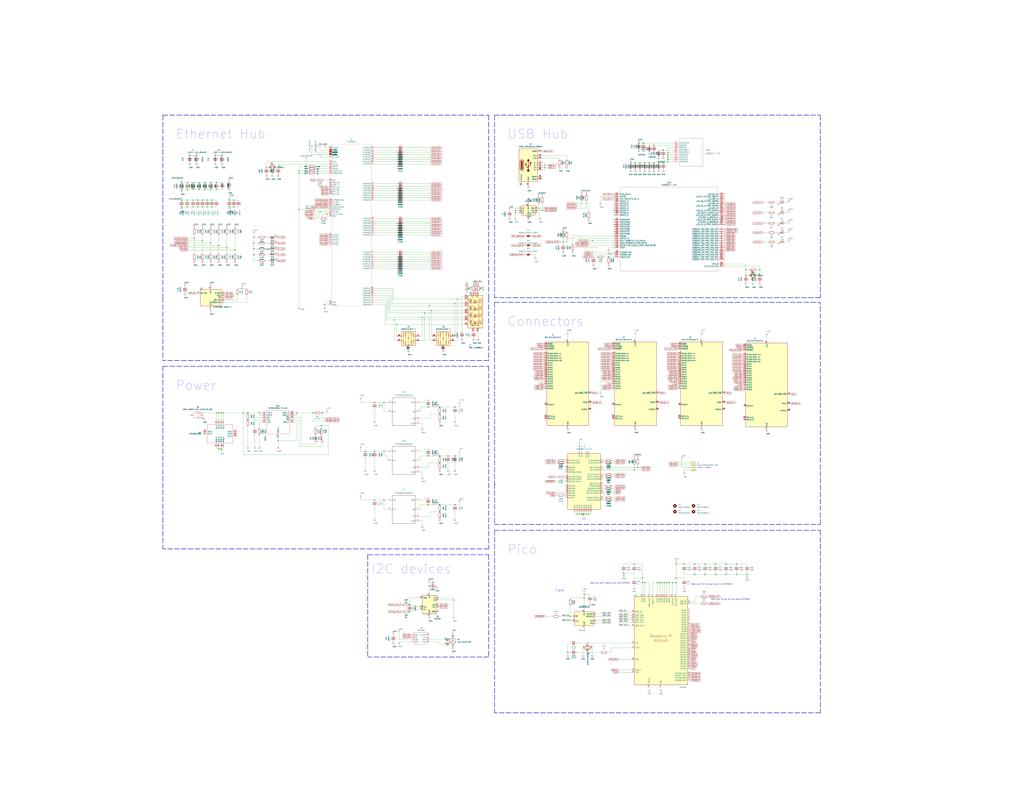
<source format=kicad_sch>
(kicad_sch (version 20210621) (generator eeschema)
  (paper "E")
  (lib_symbols
    (symbol "2021-08-03_05-58-26:USB2517-JZX" (pin_names (offset 0.254))
      (property "Reference" "U" (at 60.96 12.7 0))
      (property "Value" "USB2517-JZX" (at 60.96 10.16 0))
      (symbol "USB2517-JZX_1_1"
        (pin bidirectional line (at 121.92 -38.1 180) (length 7.62) (name "USBDN1_DM/PRT_DIS_M1") (number "1"))
        (pin bidirectional line (at 121.92 -58.42 180) (length 7.62) (name "USBDN5_DM/PRT_DIS_M5") (number "11"))
        (pin bidirectional line (at 121.92 -60.96 180) (length 7.62) (name "USBDN5_DP/PRT_DIS_P5") (number "12"))
        (pin bidirectional line (at 0 0 0) (length 7.62) (name "CFG_SEL2") (number "13"))
        (pin bidirectional line (at 121.92 0 180) (length 7.62) (name "LED_B7_N") (number "14"))
        (pin bidirectional line (at 121.92 -2.54 180) (length 7.62) (name "LED_A7_N/PRT_SWP7") (number "15"))
        (pin bidirectional line (at 121.92 -5.08 180) (length 7.62) (name "LED_B6_N") (number "16"))
        (pin bidirectional line (at 121.92 -7.62 180) (length 7.62) (name "LED_A6_N/PRT_SWP6") (number "17"))
        (pin bidirectional line (at 121.92 -10.16 180) (length 7.62) (name "LED_B5_N") (number "18"))
        (pin bidirectional line (at 0 -58.42 0) (length 7.62) (name "TEST") (number "19"))
        (pin bidirectional line (at 121.92 -40.64 180) (length 7.62) (name "USBDN1_DP/PRT_DIS_P1") (number "2"))
        (pin bidirectional line (at 0 -27.94 0) (length 7.62) (name "PRTPWR4") (number "20"))
        (pin bidirectional line (at 0 -15.24 0) (length 7.62) (name "OCS4_N") (number "21"))
        (pin bidirectional line (at 0 -12.7 0) (length 7.62) (name "OCS3_N") (number "22"))
        (pin bidirectional line (at 0 -30.48 0) (length 7.62) (name "PRTPWR3") (number "23"))
        (pin bidirectional line (at 0 -33.02 0) (length 7.62) (name "PRTPWR2") (number "26"))
        (pin bidirectional line (at 0 -10.16 0) (length 7.62) (name "OCS2_N") (number "27"))
        (pin bidirectional line (at 0 -7.62 0) (length 7.62) (name "OCS1_N") (number "28"))
        (pin bidirectional line (at 0 -35.56 0) (length 7.62) (name "PRTPWR1") (number "29"))
        (pin bidirectional line (at 121.92 -43.18 180) (length 7.62) (name "USBDN2_DM/PRT_DIS_M2") (number "3"))
        (pin bidirectional line (at 0 -38.1 0) (length 7.62) (name "PRTPWR5") (number "30"))
        (pin bidirectional line (at 121.92 -12.7 180) (length 7.62) (name "LED_A5_N/PRT_SWP5") (number "31"))
        (pin bidirectional line (at 121.92 -15.24 180) (length 7.62) (name "LED_B4_N") (number "32"))
        (pin bidirectional line (at 121.92 -17.78 180) (length 7.62) (name "LED_A4_N/PRT_SWP4") (number "33"))
        (pin bidirectional line (at 121.92 -20.32 180) (length 7.62) (name "LED_B3_N/GANG_EN") (number "34"))
        (pin bidirectional line (at 0 -17.78 0) (length 7.62) (name "OCS5_N") (number "35"))
        (pin bidirectional line (at 0 -40.64 0) (length 7.62) (name "PRTPWR7") (number "36"))
        (pin bidirectional line (at 0 -22.86 0) (length 7.62) (name "OCS7_N") (number "37"))
        (pin bidirectional line (at 0 -20.32 0) (length 7.62) (name "OCS6_N") (number "38"))
        (pin bidirectional line (at 0 -43.18 0) (length 7.62) (name "PRTPWR6") (number "39"))
        (pin bidirectional line (at 121.92 -45.72 180) (length 7.62) (name "USBDN2_DP/PRT_DIS_P2") (number "4"))
        (pin bidirectional line (at 0 -53.34 0) (length 7.62) (name "SDA/SMBDATA/NON_REM1") (number "40"))
        (pin bidirectional line (at 0 -50.8 0) (length 7.62) (name "SCL/SMBCLK/CFG_SEL0") (number "41"))
        (pin bidirectional line (at 0 -5.08 0) (length 7.62) (name "HS_IND/CFG_SEL1") (number "42"))
        (pin bidirectional line (at 0 -48.26 0) (length 7.62) (name "RESET_N") (number "43"))
        (pin bidirectional line (at 0 -68.58 0) (length 7.62) (name "VBUS_DET") (number "44"))
        (pin bidirectional line (at 0 -55.88 0) (length 7.62) (name "SUSP_IND/LOCAL_PWR/NON_REM0") (number "45"))
        (pin bidirectional line (at 121.92 -22.86 180) (length 7.62) (name "LED_A3_N/PRT_SWP3") (number "47"))
        (pin bidirectional line (at 121.92 -25.4 180) (length 7.62) (name "LED_B2_N/BOOST1") (number "48"))
        (pin bidirectional line (at 121.92 -27.94 180) (length 7.62) (name "LED_A2_N/PRT_SWP2") (number "49"))
        (pin bidirectional line (at 121.92 -30.48 180) (length 7.62) (name "LED_B1_N/BOOST0") (number "50"))
        (pin bidirectional line (at 121.92 -33.02 180) (length 7.62) (name "LED_A1_N/PRT_SWP1") (number "51"))
        (pin bidirectional line (at 121.92 -63.5 180) (length 7.62) (name "USBDN6_DM/PRT_DIS_M6") (number "53"))
        (pin bidirectional line (at 121.92 -66.04 180) (length 7.62) (name "USBDN6_DP/PRT_DIS_P6") (number "54"))
        (pin bidirectional line (at 121.92 -68.58 180) (length 7.62) (name "USBDN7_DM/PRT_DIS_M7") (number "55"))
        (pin bidirectional line (at 121.92 -71.12 180) (length 7.62) (name "USBDN7_DP/PRT_DIS_P7") (number "56"))
        (pin bidirectional line (at 0 -63.5 0) (length 7.62) (name "USBUP_DM") (number "58"))
        (pin bidirectional line (at 0 -66.04 0) (length 7.62) (name "USBUP_DP") (number "59"))
        (pin bidirectional line (at 121.92 -48.26 180) (length 7.62) (name "USBDN3_DM/PRT_DIS_M3") (number "6"))
        (pin bidirectional line (at 121.92 -76.2 180) (length 7.62) (name "XTAL2") (number "60"))
        (pin bidirectional line (at 121.92 -78.74 180) (length 7.62) (name "XTAL1/CLKIN") (number "61"))
        (pin bidirectional line (at 0 -45.72 0) (length 7.62) (name "RBIAS") (number "63"))
        (pin unspecified line (at 0 -2.54 0) (length 7.62) (name "EPAD") (number "65"))
        (pin bidirectional line (at 121.92 -50.8 180) (length 7.62) (name "USBDN3_DP/PRT_DIS_P3") (number "7"))
        (pin bidirectional line (at 121.92 -53.34 180) (length 7.62) (name "USBDN4_DM/PRT_DIS_M4") (number "8"))
        (pin bidirectional line (at 121.92 -55.88 180) (length 7.62) (name "USBDN4_DP/PRT_DIS_P4") (number "9"))
      )
      (symbol "USB2517-JZX_2_1"
        (pin power_in line (at 0 -15.24 0) (length 7.62) (name "VDDA33") (number "10"))
        (pin power_in line (at 0 0 0) (length 7.62) (name "VDD33CR") (number "24"))
        (pin power_in line (at 0 -2.54 0) (length 7.62) (name "VDD18") (number "25"))
        (pin power_in line (at 0 -5.08 0) (length 7.62) (name "VDD33") (number "46"))
        (pin power_in line (at 0 -12.7 0) (length 7.62) (name "VDDA33") (number "5"))
        (pin power_in line (at 0 -17.78 0) (length 7.62) (name "VDDA33") (number "52"))
        (pin power_in line (at 0 -20.32 0) (length 7.62) (name "VDDA33") (number "57"))
        (pin power_in line (at 0 -7.62 0) (length 7.62) (name "VDD18PLL") (number "62"))
        (pin power_in line (at 0 -10.16 0) (length 7.62) (name "VDD33PLL") (number "64"))
      )
    )
    (symbol "2021-08-04_03-35-14:XTPS563202DRLR" (pin_names (offset 0.254))
      (property "Reference" "U" (at 0 2.54 0))
      (property "Value" "XTPS563202DRLR" (at 0 0 0))
      (symbol "XTPS563202DRLR_1_1"
        (pin power_in line (at -17.78 10.16 0) (length 5.08) (name "VIN") (number "1"))
        (pin power_in line (at 17.78 0 180) (length 5.08) (name "SW") (number "2"))
        (pin power_in line (at 17.78 -12.7 180) (length 5.08) (name "GND") (number "3"))
        (pin unspecified line (at 17.78 10.16 180) (length 5.08) (name "BST") (number "4"))
        (pin input line (at -17.78 0 0) (length 5.08) (name "EN") (number "5"))
        (pin input line (at 17.78 -7.62 180) (length 5.08) (name "FB") (number "6"))
      )
    )
    (symbol "Analog_ADC:INA226"
      (property "Reference" "U" (at -6.35 11.43 0))
      (property "Value" "INA226" (at 3.81 11.43 0))
      (symbol "INA226_1_1"
        (pin input line (at 10.16 7.62 180) (length 2.54) (name "A1") (number "1"))
        (pin input line (at -10.16 -2.54 0) (length 2.54) (name "Vin+") (number "10"))
        (pin input line (at 10.16 5.08 180) (length 2.54) (name "A0") (number "2"))
        (pin open_collector line (at 10.16 -7.62 180) (length 2.54) (name "~{Alert}") (number "3"))
        (pin bidirectional line (at 10.16 0 180) (length 2.54) (name "SDA") (number "4"))
        (pin input line (at 10.16 -2.54 180) (length 2.54) (name "SCL") (number "5"))
        (pin power_in line (at 0 12.7 270) (length 2.54) (name "VS") (number "6"))
        (pin power_in line (at 0 -12.7 90) (length 2.54) (name "GND") (number "7"))
        (pin input line (at -10.16 7.62 0) (length 2.54) (name "Vbus") (number "8"))
        (pin input line (at -10.16 -5.08 0) (length 2.54) (name "Vin-") (number "9"))
      )
    )
    (symbol "Connector:Bus_M.2_Socket_M_1"
      (property "Reference" "J" (at -22.86 46.99 0))
      (property "Value" "Bus_M.2_Socket_M" (at 16.51 46.99 0))
      (symbol "Bus_M.2_Socket_M_1_1_1"
        (pin power_in line (at 0 -48.26 90) (length 2.54) (name "GND") (number "1"))
        (pin bidirectional line (at 25.4 -10.16 180) (length 2.54) (name "DAS/~{DSS}/~{LED1}") (number "10"))
        (pin output line (at -25.4 0 0) (length 2.54) (name "PETn3") (number "11"))
        (pin output line (at -25.4 2.54 0) (length 2.54) (name "PETp3") (number "13"))
        (pin passive line (at 0 -48.26 90) (length 2.54) hide (name "GND") (number "15"))
        (pin input line (at -25.4 5.08 0) (length 2.54) (name "PERn2") (number "17"))
        (pin input line (at -25.4 7.62 0) (length 2.54) (name "PERp2") (number "19"))
        (pin no_connect line (at 22.86 2.54 180) (length 2.54) hide (name "NC") (number "20"))
        (pin passive line (at 0 -48.26 90) (length 2.54) hide (name "GND") (number "21"))
        (pin no_connect line (at 22.86 5.08 180) (length 2.54) hide (name "NC") (number "22"))
        (pin output line (at -25.4 10.16 0) (length 2.54) (name "PETn2") (number "23"))
        (pin no_connect line (at 22.86 7.62 180) (length 2.54) hide (name "NC") (number "24"))
        (pin output line (at -25.4 12.7 0) (length 2.54) (name "PETp2") (number "25"))
        (pin no_connect line (at 22.86 10.16 180) (length 2.54) hide (name "NC") (number "26"))
        (pin passive line (at 0 -48.26 90) (length 2.54) hide (name "GND") (number "27"))
        (pin no_connect line (at 22.86 12.7 180) (length 2.54) hide (name "NC") (number "28"))
        (pin input line (at -25.4 15.24 0) (length 2.54) (name "PERn1") (number "29"))
        (pin passive line (at 0 -48.26 90) (length 2.54) hide (name "GND") (number "3"))
        (pin no_connect line (at 22.86 15.24 180) (length 2.54) hide (name "NC") (number "30"))
        (pin input line (at -25.4 17.78 0) (length 2.54) (name "PERp1") (number "31"))
        (pin no_connect line (at 22.86 17.78 180) (length 2.54) hide (name "NC") (number "32"))
        (pin passive line (at 0 -48.26 90) (length 2.54) hide (name "GND") (number "33"))
        (pin no_connect line (at 22.86 20.32 180) (length 2.54) hide (name "NC") (number "34"))
        (pin output line (at -25.4 20.32 0) (length 2.54) (name "PETn1") (number "35"))
        (pin no_connect line (at 22.86 22.86 180) (length 2.54) hide (name "NC") (number "36"))
        (pin output line (at -25.4 22.86 0) (length 2.54) (name "PETp1") (number "37"))
        (pin output line (at -25.4 -22.86 0) (length 2.54) (name "DEVSLP") (number "38"))
        (pin passive line (at 0 -48.26 90) (length 2.54) hide (name "GND") (number "39"))
        (pin no_connect line (at 22.86 25.4 180) (length 2.54) hide (name "NC") (number "40"))
        (pin input line (at -25.4 25.4 0) (length 2.54) (name "PERn0/SATA-B+") (number "41"))
        (pin no_connect line (at 22.86 27.94 180) (length 2.54) hide (name "NC") (number "42"))
        (pin input line (at -25.4 27.94 0) (length 2.54) (name "PERp0/SATA-B-") (number "43"))
        (pin no_connect line (at 22.86 30.48 180) (length 2.54) hide (name "NC") (number "44"))
        (pin passive line (at 0 -48.26 90) (length 2.54) hide (name "GND") (number "45"))
        (pin no_connect line (at 22.86 33.02 180) (length 2.54) hide (name "NC") (number "46"))
        (pin output line (at -25.4 30.48 0) (length 2.54) (name "PETn0/SATA-A-") (number "47"))
        (pin no_connect line (at 22.86 35.56 180) (length 2.54) hide (name "NC") (number "48"))
        (pin output line (at -25.4 33.02 0) (length 2.54) (name "PETp0/SATA-A+") (number "49"))
        (pin input line (at -25.4 -5.08 0) (length 2.54) (name "PERn3") (number "5"))
        (pin output line (at -25.4 43.18 0) (length 2.54) (name "~{PERST}") (number "50"))
        (pin passive line (at 0 -48.26 90) (length 2.54) hide (name "GND") (number "51"))
        (pin bidirectional line (at -25.4 40.64 0) (length 2.54) (name "~{CLKREQ}") (number "52"))
        (pin output line (at -25.4 -38.1 0) (length 2.54) (name "REFCLKn") (number "53"))
        (pin bidirectional line (at -25.4 38.1 0) (length 2.54) (name "~{PEWAKE}") (number "54"))
        (pin output line (at -25.4 -35.56 0) (length 2.54) (name "REFCLKp") (number "55"))
        (pin no_connect line (at 22.86 38.1 180) (length 2.54) hide (name "NC") (number "56"))
        (pin passive line (at 0 -48.26 90) (length 2.54) hide (name "GND") (number "57"))
        (pin no_connect line (at 22.86 40.64 180) (length 2.54) hide (name "NC") (number "58"))
        (pin no_connect line (at 22.86 -2.54 180) (length 2.54) hide (name "NC") (number "6"))
        (pin no_connect line (at 22.86 -5.08 180) (length 2.54) hide (name "NC") (number "67"))
        (pin output line (at 25.4 -27.94 180) (length 2.54) (name "SUSCLK") (number "68"))
        (pin passive line (at 25.4 -20.32 180) (length 2.54) (name "PEDET") (number "69"))
        (pin input line (at -25.4 -2.54 0) (length 2.54) (name "PERp3") (number "7"))
        (pin passive line (at 0 48.26 270) (length 2.54) hide (name "3.3V") (number "70"))
        (pin passive line (at 0 -48.26 90) (length 2.54) hide (name "GND") (number "71"))
        (pin passive line (at 0 48.26 270) (length 2.54) hide (name "3.3V") (number "72"))
        (pin passive line (at 0 -48.26 90) (length 2.54) hide (name "GND") (number "73"))
        (pin power_in line (at 0 48.26 270) (length 2.54) (name "3.3V") (number "74"))
        (pin passive line (at 0 -48.26 90) (length 2.54) hide (name "GND") (number "75"))
        (pin no_connect line (at 22.86 0 180) (length 2.54) hide (name "NC") (number "8"))
        (pin passive line (at 0 -48.26 90) (length 2.54) hide (name "GND") (number "9"))
      )
    )
    (symbol "Connector:RB1-125B8G1A" (pin_names hide)
      (property "Reference" "J" (at -7.62 20.32 0))
      (property "Value" "RB1-125B8G1A" (at 15.24 20.32 0))
      (symbol "RB1-125B8G1A_0_0"
        (text "1000pF 2kV" (at 2.54 -13.716 0) (effects (font (size 0.635 0.635))))
        (text "75" (at 0.762 -11.938 0) (effects (font (size 0.635 0.635))))
        (text "75" (at 0.762 -4.318 0) (effects (font (size 0.635 0.635))))
        (text "75" (at 0.762 3.302 0) (effects (font (size 0.635 0.635))))
        (text "75" (at 0.762 10.922 0) (effects (font (size 0.635 0.635))))
        (text "C1" (at -5.08 13.97 0) (effects (font (size 1.27 1.27))))
        (text "C2" (at -5.08 11.684 0) (effects (font (size 1.27 1.27))))
        (text "C3" (at -5.08 6.096 0) (effects (font (size 1.27 1.27))))
        (text "C4" (at -5.08 -1.524 0) (effects (font (size 1.27 1.27))))
        (text "C5" (at -5.08 -3.556 0) (effects (font (size 1.27 1.27))))
        (text "C6" (at -5.08 4.064 0) (effects (font (size 1.27 1.27))))
        (text "C7" (at -5.08 -9.144 0) (effects (font (size 1.27 1.27))))
        (text "C8" (at -5.08 -11.176 0) (effects (font (size 1.27 1.27))))
        (text "G" (at -2.54 16.51 0) (effects (font (size 1.27 1.27))))
        (text "Y" (at 2.54 16.51 0) (effects (font (size 1.27 1.27))))
      )
      (symbol "RB1-125B8G1A_0_1"
        (pin power_in line (at -2.54 -20.32 90) (length 3.81) (name "GND") (number "R10"))
      )
      (symbol "RB1-125B8G1A_1_1"
        (pin passive line (at 2.54 22.86 270) (length 3.81) (name "~") (number "L1"))
        (pin passive line (at 5.08 22.86 270) (length 3.81) (name "~") (number "L2"))
        (pin passive line (at -2.54 22.86 270) (length 3.81) (name "~") (number "L3"))
        (pin passive line (at 0 22.86 270) (length 3.81) (name "~") (number "L4"))
        (pin passive line (at 12.7 17.78 180) (length 3.81) (name "CT") (number "R1"))
        (pin passive line (at 12.7 15.24 180) (length 3.81) (name "TD1+") (number "R2"))
        (pin passive line (at 12.7 10.16 180) (length 3.81) (name "TD1-") (number "R3"))
        (pin passive line (at 12.7 7.62 180) (length 3.81) (name "TD2+") (number "R4"))
        (pin passive line (at 12.7 2.54 180) (length 3.81) (name "TD2-") (number "R5"))
        (pin passive line (at 12.7 0 180) (length 3.81) (name "TD3+") (number "R6"))
        (pin passive line (at 12.7 -5.08 180) (length 3.81) (name "TD3-") (number "R7"))
        (pin passive line (at 12.7 -7.62 180) (length 3.81) (name "TD4+") (number "R8"))
        (pin passive line (at 12.7 -12.7 180) (length 3.81) (name "TD4-") (number "R9"))
        (pin passive line (at 2.54 -20.32 90) (length 3.81) (name "SH") (number "SH"))
      )
    )
    (symbol "Connector:Raspberry_Pi_2_3" (pin_names (offset 1.016))
      (property "Reference" "J" (at -17.78 31.75 0))
      (property "Value" "Raspberry_Pi_2_3" (at 10.16 -31.75 0))
      (symbol "Raspberry_Pi_2_3_1_1"
        (pin power_in line (at 2.54 33.02 270) (length 2.54) (name "3V3") (number "1"))
        (pin bidirectional line (at -20.32 20.32 0) (length 2.54) (name "GPIO15/RXD") (number "10"))
        (pin bidirectional line (at -20.32 12.7 0) (length 2.54) (name "GPIO17") (number "11"))
        (pin bidirectional line (at -20.32 10.16 0) (length 2.54) (name "GPIO18/PWM0") (number "12"))
        (pin bidirectional line (at -20.32 -17.78 0) (length 2.54) (name "GPIO27") (number "13"))
        (pin power_in line (at -5.08 -33.02 90) (length 2.54) (name "GND") (number "14"))
        (pin bidirectional line (at -20.32 -5.08 0) (length 2.54) (name "GPIO22") (number "15"))
        (pin bidirectional line (at -20.32 -7.62 0) (length 2.54) (name "GPIO23") (number "16"))
        (pin power_in line (at 5.08 33.02 270) (length 2.54) (name "3V3") (number "17"))
        (pin bidirectional line (at -20.32 -10.16 0) (length 2.54) (name "GPIO24") (number "18"))
        (pin bidirectional line (at 20.32 -10.16 180) (length 2.54) (name "MOSI0/GPIO10") (number "19"))
        (pin power_in line (at -5.08 33.02 270) (length 2.54) (name "5V") (number "2"))
        (pin power_in line (at -2.54 -33.02 90) (length 2.54) (name "GND") (number "20"))
        (pin bidirectional line (at 20.32 -7.62 180) (length 2.54) (name "MISO0/GPIO9") (number "21"))
        (pin bidirectional line (at -20.32 -12.7 0) (length 2.54) (name "GPIO25") (number "22"))
        (pin bidirectional line (at 20.32 -12.7 180) (length 2.54) (name "SCLK0/GPIO11") (number "23"))
        (pin bidirectional line (at 20.32 -5.08 180) (length 2.54) (name "~{CE0}/GPIO8") (number "24"))
        (pin power_in line (at 0 -33.02 90) (length 2.54) (name "GND") (number "25"))
        (pin bidirectional line (at 20.32 -2.54 180) (length 2.54) (name "~{CE1}/GPIO7") (number "26"))
        (pin bidirectional line (at 20.32 22.86 180) (length 2.54) (name "ID_SD/GPIO0") (number "27"))
        (pin bidirectional line (at 20.32 20.32 180) (length 2.54) (name "ID_SC/GPIO1") (number "28"))
        (pin bidirectional line (at 20.32 5.08 180) (length 2.54) (name "GCLK1/GPIO5") (number "29"))
        (pin bidirectional line (at 20.32 15.24 180) (length 2.54) (name "SDA/GPIO2") (number "3"))
        (pin power_in line (at 2.54 -33.02 90) (length 2.54) (name "GND") (number "30"))
        (pin bidirectional line (at 20.32 2.54 180) (length 2.54) (name "GCLK2/GPIO6") (number "31"))
        (pin bidirectional line (at 20.32 -17.78 180) (length 2.54) (name "PWM0/GPIO12") (number "32"))
        (pin bidirectional line (at 20.32 -20.32 180) (length 2.54) (name "PWM1/GPIO13") (number "33"))
        (pin power_in line (at 5.08 -33.02 90) (length 2.54) (name "GND") (number "34"))
        (pin bidirectional line (at -20.32 5.08 0) (length 2.54) (name "GPIO19/MISO1") (number "35"))
        (pin bidirectional line (at -20.32 15.24 0) (length 2.54) (name "GPIO16") (number "36"))
        (pin bidirectional line (at -20.32 -15.24 0) (length 2.54) (name "GPIO26") (number "37"))
        (pin bidirectional line (at -20.32 2.54 0) (length 2.54) (name "GPIO20/MOSI1") (number "38"))
        (pin power_in line (at 7.62 -33.02 90) (length 2.54) (name "GND") (number "39"))
        (pin power_in line (at -2.54 33.02 270) (length 2.54) (name "5V") (number "4"))
        (pin bidirectional line (at -20.32 0 0) (length 2.54) (name "GPIO21/SCLK1") (number "40"))
        (pin bidirectional line (at 20.32 12.7 180) (length 2.54) (name "SCL/GPIO3") (number "5"))
        (pin power_in line (at -10.16 -33.02 90) (length 2.54) (name "GND") (number "6"))
        (pin bidirectional line (at 20.32 7.62 180) (length 2.54) (name "GCLK0/GPIO4") (number "7"))
        (pin bidirectional line (at -20.32 22.86 0) (length 2.54) (name "GPIO14/TXD") (number "8"))
        (pin power_in line (at -7.62 -33.02 90) (length 2.54) (name "GND") (number "9"))
      )
    )
    (symbol "Connector:USB_C_Receptacle_USB2.0" (pin_names (offset 1.016))
      (property "Reference" "J" (at -10.16 19.05 0))
      (property "Value" "USB_C_Receptacle_USB2.0" (at 19.05 19.05 0))
      (symbol "USB_C_Receptacle_USB2.0_1_1"
        (pin passive line (at 0 -22.86 90) (length 5.08) (name "GND") (number "A1"))
        (pin passive line (at 0 -22.86 90) (length 5.08) hide (name "GND") (number "A12"))
        (pin passive line (at 15.24 15.24 180) (length 5.08) (name "VBUS") (number "A4"))
        (pin bidirectional line (at 15.24 10.16 180) (length 5.08) (name "CC1") (number "A5"))
        (pin bidirectional line (at 15.24 -2.54 180) (length 5.08) (name "D+") (number "A6"))
        (pin bidirectional line (at 15.24 2.54 180) (length 5.08) (name "D-") (number "A7"))
        (pin bidirectional line (at 15.24 -12.7 180) (length 5.08) (name "SBU1") (number "A8"))
        (pin passive line (at 15.24 15.24 180) (length 5.08) hide (name "VBUS") (number "A9"))
        (pin passive line (at 0 -22.86 90) (length 5.08) hide (name "GND") (number "B1"))
        (pin passive line (at 0 -22.86 90) (length 5.08) hide (name "GND") (number "B12"))
        (pin passive line (at 15.24 15.24 180) (length 5.08) hide (name "VBUS") (number "B4"))
        (pin bidirectional line (at 15.24 7.62 180) (length 5.08) (name "CC2") (number "B5"))
        (pin bidirectional line (at 15.24 -5.08 180) (length 5.08) (name "D+") (number "B6"))
        (pin bidirectional line (at 15.24 0 180) (length 5.08) (name "D-") (number "B7"))
        (pin bidirectional line (at 15.24 -15.24 180) (length 5.08) (name "SBU2") (number "B8"))
        (pin passive line (at 15.24 15.24 180) (length 5.08) hide (name "VBUS") (number "B9"))
        (pin passive line (at -7.62 -22.86 90) (length 5.08) (name "SHIELD") (number "S1"))
      )
    )
    (symbol "Device:C" (pin_numbers hide) (pin_names (offset 0.254))
      (property "Reference" "C" (at 0.635 2.54 0))
      (property "Value" "C" (at 0.635 -2.54 0))
      (symbol "C_1_1"
        (pin passive line (at 0 3.81 270) (length 2.794) (name "~") (number "1"))
        (pin passive line (at 0 -3.81 90) (length 2.794) (name "~") (number "2"))
      )
    )
    (symbol "Device:Crystal_GND24" (pin_names (offset 1.016) hide)
      (property "Reference" "Y" (at 3.175 5.08 0))
      (property "Value" "Crystal_GND24" (at 3.175 3.175 0))
      (symbol "Crystal_GND24_1_1"
        (pin passive line (at -3.81 0 0) (length 1.27) (name "1") (number "1"))
        (pin passive line (at 0 5.08 270) (length 1.27) (name "2") (number "2"))
        (pin passive line (at 3.81 0 180) (length 1.27) (name "3") (number "3"))
        (pin passive line (at 0 -5.08 90) (length 1.27) (name "4") (number "4"))
      )
    )
    (symbol "Device:L" (pin_numbers hide) (pin_names (offset 1.016) hide)
      (property "Reference" "L" (at -1.27 0 90))
      (property "Value" "L" (at 1.905 0 90))
      (symbol "L_1_1"
        (pin passive line (at 0 3.81 270) (length 1.27) (name "1") (number "1"))
        (pin passive line (at 0 -3.81 90) (length 1.27) (name "2") (number "2"))
      )
    )
    (symbol "Device:LED" (pin_numbers hide) (pin_names (offset 1.016) hide)
      (property "Reference" "D" (at 0 2.54 0))
      (property "Value" "LED" (at 0 -2.54 0))
      (symbol "LED_1_1"
        (pin passive line (at -3.81 0 0) (length 2.54) (name "K") (number "1"))
        (pin passive line (at 3.81 0 180) (length 2.54) (name "A") (number "2"))
      )
    )
    (symbol "Device:R" (pin_numbers hide) (pin_names (offset 0))
      (property "Reference" "R" (at 2.032 0 90))
      (property "Value" "R" (at 0 0 90))
      (symbol "R_1_1"
        (pin passive line (at 0 3.81 270) (length 1.27) (name "~") (number "1"))
        (pin passive line (at 0 -3.81 90) (length 1.27) (name "~") (number "2"))
      )
    )
    (symbol "Jumper:SolderJumper_2_Open" (pin_names (offset 0) hide)
      (property "Reference" "JP" (at 0 2.032 0))
      (property "Value" "SolderJumper_2_Open" (at 0 -2.54 0))
      (symbol "SolderJumper_2_Open_1_1"
        (pin passive line (at -3.81 0 0) (length 2.54) (name "A") (number "1"))
        (pin passive line (at 3.81 0 180) (length 2.54) (name "B") (number "2"))
      )
    )
    (symbol "MCU_RaspberryPi_RP2040:RP2040" (pin_names (offset 1.016))
      (property "Reference" "U" (at -29.21 49.53 0))
      (property "Value" "RP2040" (at 24.13 -49.53 0))
      (symbol "RP2040_0_0"
        (text "Raspberry Pi" (at 0 5.08 0) (effects (font (size 2.54 2.54))))
        (text "RP2040" (at 0 0 0) (effects (font (size 2.54 2.54))))
      )
      (symbol "RP2040_1_1"
        (pin power_in line (at 8.89 50.8 270) (length 2.54) (name "IOVDD") (number "1"))
        (pin power_in line (at 6.35 50.8 270) (length 2.54) (name "IOVDD") (number "10"))
        (pin bidirectional line (at 31.75 12.7 180) (length 2.54) (name "GPIO8") (number "11"))
        (pin bidirectional line (at 31.75 10.16 180) (length 2.54) (name "GPIO9") (number "12"))
        (pin bidirectional line (at 31.75 7.62 180) (length 2.54) (name "GPIO10") (number "13"))
        (pin bidirectional line (at 31.75 5.08 180) (length 2.54) (name "GPIO11") (number "14"))
        (pin bidirectional line (at 31.75 2.54 180) (length 2.54) (name "GPIO12") (number "15"))
        (pin bidirectional line (at 31.75 0 180) (length 2.54) (name "GPIO13") (number "16"))
        (pin bidirectional line (at 31.75 -2.54 180) (length 2.54) (name "GPIO14") (number "17"))
        (pin bidirectional line (at 31.75 -5.08 180) (length 2.54) (name "GPIO15") (number "18"))
        (pin passive line (at -12.7 -50.8 90) (length 2.54) (name "TESTEN") (number "19"))
        (pin bidirectional line (at 31.75 33.02 180) (length 2.54) (name "GPIO0") (number "2"))
        (pin input line (at -31.75 -2.54 0) (length 2.54) (name "XIN") (number "20"))
        (pin passive line (at -31.75 -7.62 0) (length 2.54) (name "XOUT") (number "21"))
        (pin power_in line (at 3.81 50.8 270) (length 2.54) (name "IOVDD") (number "22"))
        (pin power_in line (at -17.78 50.8 270) (length 2.54) (name "DVDD") (number "23"))
        (pin output line (at -31.75 -31.75 0) (length 2.54) (name "SWCLK") (number "24"))
        (pin bidirectional line (at -31.75 -34.29 0) (length 2.54) (name "SWD") (number "25"))
        (pin input line (at -31.75 -20.32 0) (length 2.54) (name "RUN") (number "26"))
        (pin bidirectional line (at 31.75 -7.62 180) (length 2.54) (name "GPIO16") (number "27"))
        (pin bidirectional line (at 31.75 -10.16 180) (length 2.54) (name "GPIO17") (number "28"))
        (pin bidirectional line (at 31.75 -12.7 180) (length 2.54) (name "GPIO18") (number "29"))
        (pin bidirectional line (at 31.75 30.48 180) (length 2.54) (name "GPIO1") (number "3"))
        (pin bidirectional line (at 31.75 -15.24 180) (length 2.54) (name "GPIO19") (number "30"))
        (pin bidirectional line (at 31.75 -17.78 180) (length 2.54) (name "GPIO20") (number "31"))
        (pin bidirectional line (at 31.75 -20.32 180) (length 2.54) (name "GPIO21") (number "32"))
        (pin power_in line (at 1.27 50.8 270) (length 2.54) (name "IOVDD") (number "33"))
        (pin bidirectional line (at 31.75 -22.86 180) (length 2.54) (name "GPIO22") (number "34"))
        (pin bidirectional line (at 31.75 -25.4 180) (length 2.54) (name "GPIO23") (number "35"))
        (pin bidirectional line (at 31.75 -27.94 180) (length 2.54) (name "GPIO24") (number "36"))
        (pin bidirectional line (at 31.75 -30.48 180) (length 2.54) (name "GPIO25") (number "37"))
        (pin bidirectional line (at 31.75 -35.56 180) (length 2.54) (name "GPIO26_ADC0") (number "38"))
        (pin bidirectional line (at 31.75 -38.1 180) (length 2.54) (name "GPIO27_ADC1") (number "39"))
        (pin bidirectional line (at 31.75 27.94 180) (length 2.54) (name "GPIO2") (number "4"))
        (pin bidirectional line (at 31.75 -40.64 180) (length 2.54) (name "GPIO28_ADC2") (number "40"))
        (pin bidirectional line (at 31.75 -43.18 180) (length 2.54) (name "GPIO29_ADC3") (number "41"))
        (pin power_in line (at -1.27 50.8 270) (length 2.54) (name "IOVDD") (number "42"))
        (pin power_in line (at 16.51 50.8 270) (length 2.54) (name "ADC_AVDD") (number "43"))
        (pin power_in line (at -8.89 50.8 270) (length 2.54) (name "VREG_IN") (number "44"))
        (pin power_out line (at -12.7 50.8 270) (length 2.54) (name "VREG_VOUT") (number "45"))
        (pin bidirectional line (at 31.75 40.64 180) (length 2.54) (name "USB_DM") (number "46"))
        (pin bidirectional line (at 31.75 43.18 180) (length 2.54) (name "USB_DP") (number "47"))
        (pin power_in line (at 12.7 50.8 270) (length 2.54) (name "USB_VDD") (number "48"))
        (pin power_in line (at -3.81 50.8 270) (length 2.54) (name "IOVDD") (number "49"))
        (pin bidirectional line (at 31.75 25.4 180) (length 2.54) (name "GPIO3") (number "5"))
        (pin power_in line (at -20.32 50.8 270) (length 2.54) (name "DVDD") (number "50"))
        (pin bidirectional line (at -31.75 20.32 0) (length 2.54) (name "QSPI_SD3") (number "51"))
        (pin output line (at -31.75 16.51 0) (length 2.54) (name "QSPI_SCLK") (number "52"))
        (pin bidirectional line (at -31.75 27.94 0) (length 2.54) (name "QSPI_SD0") (number "53"))
        (pin bidirectional line (at -31.75 22.86 0) (length 2.54) (name "QSPI_SD2") (number "54"))
        (pin bidirectional line (at -31.75 25.4 0) (length 2.54) (name "QSPI_SD1") (number "55"))
        (pin bidirectional line (at -31.75 31.75 0) (length 2.54) (name "QSPI_SS") (number "56"))
        (pin power_in line (at 0 -50.8 90) (length 2.54) (name "GND") (number "57"))
        (pin bidirectional line (at 31.75 22.86 180) (length 2.54) (name "GPIO4") (number "6"))
        (pin bidirectional line (at 31.75 20.32 180) (length 2.54) (name "GPIO5") (number "7"))
        (pin bidirectional line (at 31.75 17.78 180) (length 2.54) (name "GPIO6") (number "8"))
        (pin bidirectional line (at 31.75 15.24 180) (length 2.54) (name "GPIO7") (number "9"))
      )
    )
    (symbol "Mechanical:MountingHole" (pin_names (offset 1.016))
      (property "Reference" "H" (at 0 5.08 0))
      (property "Value" "MountingHole" (at 0 3.175 0))
    )
    (symbol "Memory_EEPROM:24LC08"
      (property "Reference" "U" (at -6.35 6.35 0))
      (property "Value" "24LC08" (at 1.27 6.35 0))
      (symbol "24LC08_1_1"
        (pin input line (at -10.16 2.54 0) (length 2.54) (name "A0") (number "1"))
        (pin input line (at -10.16 0 0) (length 2.54) (name "A1") (number "2"))
        (pin input line (at -10.16 -2.54 0) (length 2.54) (name "A2") (number "3"))
        (pin power_in line (at 0 -7.62 90) (length 2.54) (name "GND") (number "4"))
        (pin bidirectional line (at 10.16 2.54 180) (length 2.54) (name "SDA") (number "5"))
        (pin input line (at 10.16 0 180) (length 2.54) (name "SCL") (number "6"))
        (pin input line (at 10.16 -2.54 180) (length 2.54) (name "WP") (number "7"))
        (pin power_in line (at 0 7.62 270) (length 2.54) (name "VCC") (number "8"))
        (pin input line (at 2.54 -7.62 90) (length 2.54) (name "EP") (number "9"))
      )
    )
    (symbol "Memory_Flash:AT25SF081-SSHD-X"
      (property "Reference" "U" (at 2.54 12.7 0))
      (property "Value" "AT25SF081-SSHD-X" (at 10.16 10.16 0))
      (symbol "AT25SF081-SSHD-X_1_1"
        (pin input line (at -15.24 0 0) (length 3.81) (name "~{CS}") (number "1"))
        (pin bidirectional line (at 15.24 5.08 180) (length 3.81) (name "SO/IO1") (number "2"))
        (pin bidirectional line (at -15.24 -2.54 0) (length 3.81) (name "~{WP}/IO2") (number "3"))
        (pin power_in line (at 0 -12.7 90) (length 3.81) (name "GND") (number "4"))
        (pin bidirectional line (at -15.24 5.08 0) (length 3.81) (name "SI/IO0") (number "5"))
        (pin input line (at -15.24 2.54 0) (length 3.81) (name "SCK") (number "6"))
        (pin bidirectional line (at -15.24 -5.08 0) (length 3.81) (name "~{HOLD}/IO3") (number "7"))
        (pin power_in line (at 0 12.7 270) (length 3.81) (name "VCC") (number "8"))
      )
    )
    (symbol "Memory_Flash:W25Q128JVS"
      (property "Reference" "U" (at -8.89 8.89 0))
      (property "Value" "W25Q128JVS" (at 7.62 8.89 0))
      (symbol "W25Q128JVS_1_1"
        (pin input line (at -12.7 2.54 0) (length 2.54) (name "~{CS}") (number "1"))
        (pin bidirectional line (at 12.7 2.54 180) (length 2.54) (name "DO(IO1)") (number "2"))
        (pin bidirectional line (at 12.7 -2.54 180) (length 2.54) (name "IO2") (number "3"))
        (pin power_in line (at 0 -10.16 90) (length 2.54) (name "GND") (number "4"))
        (pin bidirectional line (at 12.7 5.08 180) (length 2.54) (name "DI(IO0)") (number "5"))
        (pin input line (at -12.7 -2.54 0) (length 2.54) (name "CLK") (number "6"))
        (pin bidirectional line (at 12.7 -5.08 180) (length 2.54) (name "IO3") (number "7"))
        (pin power_in line (at 0 10.16 270) (length 2.54) (name "VCC") (number "8"))
      )
    )
    (symbol "Motor:Fan_Tacho_PWM" (pin_names (offset 0))
      (property "Reference" "M" (at 2.54 5.08 0))
      (property "Value" "Fan_Tacho_PWM" (at 2.54 -2.54 0))
      (symbol "Fan_Tacho_PWM_1_1"
        (pin passive line (at 0 -5.08 90) (length 2.54) (name "-") (number "1"))
        (pin passive line (at 0 7.62 270) (length 2.54) (name "+") (number "2"))
        (pin passive line (at -7.62 2.54 0) (length 2.54) (name "Tacho") (number "3"))
        (pin input line (at -7.62 -2.54 0) (length 2.54) (name "PWM") (number "4"))
      )
    )
    (symbol "OPL_Connector:CONN-POWER-JACK-2.1MM_DC-005_" (pin_numbers hide) (pin_names (offset 1.016) hide)
      (property "Reference" "J" (at -5.08 5.08 0))
      (property "Value" "CONN-POWER-JACK-2.1MM_DC-005_" (at 1.27 5.08 0))
      (symbol "CONN-POWER-JACK-2.1MM_DC-005__1_0"
        (text "+" (at -5.8674 2.413 0) (effects (font (size 1.016 1.016))))
        (text "-" (at -5.8674 -2.667 0) (effects (font (size 1.016 1.016))))
        (text "CDN" (at -6.4516 -0.1016 0) (effects (font (size 0.8128 0.8128))))
      )
      (symbol "CONN-POWER-JACK-2.1MM_DC-005__1_1"
        (pin bidirectional line (at 6.35 2.54 180) (length 2.54) (name "+") (number "1"))
        (pin bidirectional line (at 6.35 -2.54 180) (length 2.54) (name "-") (number "2"))
        (pin bidirectional line (at 6.35 0 180) (length 2.54) (name "CDN") (number "3"))
      )
    )
    (symbol "Power_Protection:D3V3XA4B10LP_2" (pin_names (offset 0))
      (property "Reference" "U" (at -0.635 8.89 0))
      (property "Value" "D3V3XA4B10LP" (at 8.89 -10.16 0))
      (symbol "D3V3XA4B10LP_2_1_1"
        (pin passive line (at -12.7 2.54 0) (length 5.08) (name "~") (number "1"))
        (pin no_connect line (at -5.08 7.62 0) (length 5.08) hide (name "NC") (number "10"))
        (pin passive line (at -12.7 2.54 0) (length 5.08) (name "~") (number "10"))
        (pin passive line (at -12.7 -2.54 0) (length 5.08) (name "~") (number "2"))
        (pin power_in line (at 0 -12.7 90) (length 5.08) (name "VSS") (number "3"))
        (pin passive line (at 12.7 2.54 180) (length 5.08) (name "~") (number "4"))
        (pin passive line (at 12.7 -2.54 180) (length 5.08) (name "~") (number "5"))
        (pin no_connect line (at 5.08 -7.62 180) (length 5.08) hide (name "NC") (number "6"))
        (pin passive line (at 12.7 -2.54 180) (length 5.08) (name "~") (number "6"))
        (pin no_connect line (at 5.08 7.62 180) (length 5.08) hide (name "NC") (number "7"))
        (pin passive line (at 12.7 2.54 180) (length 5.08) (name "~") (number "7"))
        (pin passive line (at 0 -12.7 90) (length 5.08) hide (name "VSS") (number "8"))
        (pin power_in line (at 0 -12.7 90) (length 5.08) (name "VSS") (number "8"))
        (pin no_connect line (at -5.08 -7.62 0) (length 5.08) hide (name "NC") (number "9"))
        (pin passive line (at -12.7 -2.54 0) (length 5.08) (name "~") (number "9"))
      )
    )
    (symbol "RPI:EMC2301"
      (property "Reference" "U" (at -7.62 13.97 0))
      (property "Value" "EMC2301" (at -1.27 -1.27 0))
      (symbol "EMC2301_0_0"
        (pin open_collector line (at -11.43 10.16 0) (length 2.54) (name "SDA") (number "1"))
        (pin open_collector line (at -11.43 7.62 0) (length 2.54) (name "SCL") (number "2"))
        (pin power_in line (at -11.43 5.08 0) (length 2.54) (name "VDD") (number "3"))
        (pin power_in line (at -11.43 2.54 0) (length 2.54) (name "GND") (number "4"))
        (pin output line (at 7.62 2.54 180) (length 2.54) (name "PWM") (number "5"))
        (pin input line (at 7.62 5.08 180) (length 2.54) (name "TACH") (number "6"))
        (pin input line (at 7.62 7.62 180) (length 2.54) (name "CLK") (number "7"))
        (pin open_collector line (at 7.62 10.16 180) (length 2.54) (name "nALERT") (number "8"))
      )
    )
    (symbol "RPI:RTL8367N"
      (property "Reference" "U1" (at 1.27 62.23 0))
      (property "Value" "RTL8367N" (at 1.27 59.69 0))
      (symbol "RTL8367N_1_1"
        (pin input line (at 25.4 -110.49 180) (length 2.54) (name "P0MDICP") (number "1"))
        (pin input line (at -22.86 45.72 0) (length 2.54) (name "AVDDL") (number "10"))
        (pin input line (at 25.4 -71.12 180) (length 2.54) (name "P1MDICP") (number "11"))
        (pin input line (at 25.4 -73.66 180) (length 2.54) (name "P1MDICN") (number "12"))
        (pin input line (at 25.4 -76.2 180) (length 2.54) (name "P1MDIDP") (number "13"))
        (pin input line (at 25.4 -78.74 180) (length 2.54) (name "P1MDIDN") (number "14"))
        (pin input line (at -22.86 43.18 0) (length 2.54) (name "PLLVDDL") (number "15"))
        (pin input line (at 25.4 -24.13 180) (length 2.54) (name "P2MDIAP") (number "16"))
        (pin input line (at 25.4 -26.67 180) (length 2.54) (name "P2MDIAN") (number "17"))
        (pin input line (at 25.4 -29.21 180) (length 2.54) (name "P2MDIBP") (number "18"))
        (pin input line (at 25.4 -31.75 180) (length 2.54) (name "P2MDIBN") (number "19"))
        (pin input line (at 25.4 -113.03 180) (length 2.54) (name "P0MDICN") (number "2"))
        (pin input line (at -22.86 45.72 0) (length 2.54) (name "AVDDL") (number "20"))
        (pin input line (at 25.4 -34.29 180) (length 2.54) (name "P2MDICP") (number "21"))
        (pin input line (at 25.4 -36.83 180) (length 2.54) (name "P2MDICN") (number "22"))
        (pin input line (at 25.4 -39.37 180) (length 2.54) (name "P2MDIDP") (number "23"))
        (pin input line (at 25.4 -41.91 180) (length 2.54) (name "P2MDIDN") (number "24"))
        (pin input line (at -22.86 48.26 0) (length 2.54) (name "AVDDH") (number "25"))
        (pin input line (at 25.4 13.97 180) (length 2.54) (name "P3MDIAP") (number "26"))
        (pin input line (at 25.4 11.43 180) (length 2.54) (name "P3MDIAN") (number "27"))
        (pin input line (at 25.4 8.89 180) (length 2.54) (name "P3MDIBP") (number "28"))
        (pin input line (at 25.4 6.35 180) (length 2.54) (name "P3MDIBN") (number "29"))
        (pin input line (at 25.4 -115.57 180) (length 2.54) (name "P0MDIDP") (number "3"))
        (pin input line (at -22.86 45.72 0) (length 2.54) (name "AVDDL") (number "30"))
        (pin input line (at 25.4 3.81 180) (length 2.54) (name "P3MDICP") (number "31"))
        (pin input line (at 25.4 1.27 180) (length 2.54) (name "P3MDICN") (number "32"))
        (pin input line (at 25.4 -1.27 180) (length 2.54) (name "P3MDIDP") (number "33"))
        (pin input line (at 25.4 -3.81 180) (length 2.54) (name "P3MDIDN") (number "34"))
        (pin input line (at -22.86 48.26 0) (length 2.54) (name "AVDDH") (number "35"))
        (pin input line (at -22.86 -118.11 0) (length 2.54) (name "AGND") (number "36"))
        (pin input line (at -22.86 33.02 0) (length 2.54) (name "MDIREF") (number "37"))
        (pin input line (at -22.86 45.72 0) (length 2.54) (name "AVDDL") (number "38"))
        (pin input line (at -22.86 -21.59 0) (length 2.54) (name "RTT1") (number "39"))
        (pin input line (at 25.4 -118.11 180) (length 2.54) (name "P0MDIDN") (number "4"))
        (pin input line (at -22.86 48.26 0) (length 2.54) (name "AVDDH") (number "40"))
        (pin input line (at -22.86 50.8 0) (length 2.54) (name "DVDDL") (number "41"))
        (pin input line (at -22.86 48.26 0) (length 2.54) (name "AVDDH") (number "42"))
        (pin input line (at 25.4 53.34 180) (length 2.54) (name "P4MDIAP") (number "43"))
        (pin input line (at 25.4 50.8 180) (length 2.54) (name "P4MDIAN") (number "44"))
        (pin input line (at 25.4 48.26 180) (length 2.54) (name "P4MDIBP") (number "45"))
        (pin input line (at 25.4 45.72 180) (length 2.54) (name "P4MDIBN") (number "46"))
        (pin input line (at -22.86 45.72 0) (length 2.54) (name "AVDDL") (number "47"))
        (pin input line (at 25.4 43.18 180) (length 2.54) (name "P4MDICP") (number "48"))
        (pin input line (at 25.4 40.64 180) (length 2.54) (name "P4MDICN") (number "49"))
        (pin input line (at -22.86 48.26 0) (length 2.54) (name "AVDDH") (number "5"))
        (pin input line (at 25.4 38.1 180) (length 2.54) (name "P4MDIDP") (number "50"))
        (pin input line (at 25.4 35.56 180) (length 2.54) (name "P4MDIDN") (number "51"))
        (pin input line (at -22.86 48.26 0) (length 2.54) (name "AVDDH") (number "52"))
        (pin input line (at -22.86 45.72 0) (length 2.54) (name "AVDDL") (number "53"))
        (pin input line (at -22.86 15.24 0) (length 2.54) (name "UART_RX") (number "54"))
        (pin input line (at -22.86 12.7 0) (length 2.54) (name "UART_TX") (number "55"))
        (pin input line (at -22.86 10.16 0) (length 2.54) (name "SPIF_CLK") (number "56"))
        (pin input line (at -22.86 7.62 0) (length 2.54) (name "SPIF_D0") (number "57"))
        (pin input line (at -22.86 5.08 0) (length 2.54) (name "SPIF_D1") (number "58"))
        (pin input line (at -22.86 2.54 0) (length 2.54) (name "SPIF_CS") (number "59"))
        (pin input line (at 25.4 -60.96 180) (length 2.54) (name "P1MDIAP") (number "6"))
        (pin input line (at -22.86 50.8 0) (length 2.54) (name "DVDDL") (number "60"))
        (pin input line (at -22.86 27.94 0) (length 2.54) (name "RESERVED2") (number "61"))
        (pin input line (at -22.86 25.4 0) (length 2.54) (name "RESERVED3") (number "62"))
        (pin input line (at -22.86 53.34 0) (length 2.54) (name "DVDDIO") (number "63"))
        (pin input line (at -22.86 50.8 0) (length 2.54) (name "DVDDL") (number "64"))
        (pin input line (at -22.86 -3.81 0) (length 2.54) (name "EEPROM_MOD") (number "65"))
        (pin input line (at -22.86 -41.91 0) (length 2.54) (name "P4LED1") (number "66"))
        (pin input line (at -22.86 -44.45 0) (length 2.54) (name "P3LED1") (number "67"))
        (pin input line (at -22.86 -6.35 0) (length 2.54) (name "EN_SPIF") (number "68"))
        (pin input line (at -22.86 -8.89 0) (length 2.54) (name "DIS_8051") (number "69"))
        (pin input line (at 25.4 -63.5 180) (length 2.54) (name "P1MDIAN") (number "7"))
        (pin input line (at -22.86 -11.43 0) (length 2.54) (name "DISAUTOLOAD") (number "70"))
        (pin input line (at -22.86 -46.99 0) (length 2.54) (name "P2LED1") (number "71"))
        (pin input line (at -22.86 -13.97 0) (length 2.54) (name "RESERVED") (number "72"))
        (pin input line (at -22.86 -49.53 0) (length 2.54) (name "P1LED1") (number "73"))
        (pin input line (at -22.86 -52.07 0) (length 2.54) (name "P0LED1") (number "74"))
        (pin input line (at -22.86 -16.51 0) (length 2.54) (name "SMI_SEL") (number "75"))
        (pin input line (at -22.86 48.26 0) (length 2.54) (name "AVDDH") (number "77"))
        (pin input line (at -22.86 35.56 0) (length 2.54) (name "XTALO") (number "78"))
        (pin input line (at -22.86 38.1 0) (length 2.54) (name "XTALI") (number "79"))
        (pin input line (at 25.4 -66.04 180) (length 2.54) (name "P1MDIBP") (number "8"))
        (pin input line (at -22.86 30.48 0) (length 2.54) (name "nRESET") (number "80"))
        (pin input line (at -22.86 -19.05 0) (length 2.54) (name "EN_EEE/SCK") (number "81"))
        (pin input line (at -22.86 17.78 0) (length 2.54) (name "SDA") (number "82"))
        (pin input line (at -22.86 48.26 0) (length 2.54) (name "AVDDH") (number "83"))
        (pin input line (at 25.4 -100.33 180) (length 2.54) (name "P0MDIAP") (number "84"))
        (pin input line (at 25.4 -102.87 180) (length 2.54) (name "P0MDIAN") (number "85"))
        (pin input line (at 25.4 -105.41 180) (length 2.54) (name "P0MDIBP") (number "86"))
        (pin input line (at 25.4 -107.95 180) (length 2.54) (name "P0MDIBN") (number "87"))
        (pin input line (at -22.86 45.72 0) (length 2.54) (name "AVDDL") (number "88"))
        (pin input line (at -22.86 -115.57 0) (length 2.54) (name "GND") (number "89"))
        (pin input line (at 25.4 -68.58 180) (length 2.54) (name "P1MDIBN") (number "9"))
      )
    )
    (symbol "SIP32429DN-T1-GE4:SIP32429DN-T1-GE4" (pin_names (offset 0.762))
      (property "Reference" "PS" (at 31.75 7.62 0))
      (property "Value" "SIP32429DN-T1-GE4" (at 31.75 5.08 0))
      (symbol "SIP32429DN-T1-GE4_0_0"
        (pin power_in line (at 0 0 0) (length 5.08) (name "VIN_1") (number "1"))
        (pin output line (at 35.56 0 180) (length 5.08) (name "VOUT_2") (number "10"))
        (pin power_in line (at 17.78 -27.94 90) (length 5.08) (name "GND_2") (number "11"))
        (pin power_in line (at 0 -2.54 0) (length 5.08) (name "VIN_2") (number "2"))
        (pin input line (at 0 -5.08 0) (length 5.08) (name "SS") (number "3"))
        (pin input line (at 0 -7.62 0) (length 5.08) (name "EN") (number "4"))
        (pin input line (at 0 -10.16 0) (length 5.08) (name "ILIM") (number "5"))
        (pin power_in line (at 35.56 -10.16 180) (length 5.08) (name "GND_1") (number "6"))
        (pin output line (at 35.56 -7.62 180) (length 5.08) (name "~{PG}") (number "7"))
        (pin output line (at 35.56 -5.08 180) (length 5.08) (name "~{FLG}") (number "8"))
        (pin output line (at 35.56 -2.54 180) (length 5.08) (name "VOUT_1") (number "9"))
      )
    )
    (symbol "SparkFun-Connectors:QWIIC_CONNECTORJS-1MM" (pin_numbers hide) (pin_names (offset 1.016))
      (property "Reference" "J" (at -5.08 10.16 0))
      (property "Value" "QWIIC_CONNECTORJS-1MM" (at -5.08 -3.81 0))
      (property "Field4" "CONN-13694" (at 0 13.97 0))
      (symbol "QWIIC_CONNECTORJS-1MM_1_1"
        (pin power_in line (at 2.54 0 180) (length 2.54) (name "GND") (number "1"))
        (pin power_in line (at 2.54 2.54 180) (length 2.54) (name "VCC") (number "2"))
        (pin passive line (at 2.54 5.08 180) (length 2.54) (name "SDA") (number "3"))
        (pin passive line (at 2.54 7.62 180) (length 2.54) (name "SCL") (number "4"))
      )
    )
    (symbol "TVS1801DRBR:TVS1801DRBR" (pin_names (offset 0.762))
      (property "Reference" "IC" (at 26.67 15.24 0))
      (property "Value" "TVS1801DRBR" (at 26.67 12.7 0))
      (symbol "TVS1801DRBR_0_0"
        (pin passive line (at 0 0 0) (length 5.08) (name "IN_1") (number "1"))
        (pin passive line (at 12.7 -22.86 90) (length 5.08) (name "EP_2") (number "10"))
        (pin passive line (at 15.24 -22.86 90) (length 5.08) (name "EP_3") (number "11"))
        (pin passive line (at 17.78 15.24 270) (length 5.08) (name "EP_4") (number "12"))
        (pin passive line (at 15.24 15.24 270) (length 5.08) (name "EP_5") (number "13"))
        (pin passive line (at 0 -2.54 0) (length 5.08) (name "IN_2") (number "2"))
        (pin passive line (at 0 -5.08 0) (length 5.08) (name "IN_3") (number "3"))
        (pin passive line (at 0 -7.62 0) (length 5.08) (name "IN_4") (number "4"))
        (pin passive line (at 30.48 -7.62 180) (length 5.08) (name "GND_1") (number "5"))
        (pin passive line (at 30.48 -5.08 180) (length 5.08) (name "GND_2") (number "6"))
        (pin passive line (at 30.48 -2.54 180) (length 5.08) (name "GND_3") (number "7"))
        (pin passive line (at 30.48 0 180) (length 5.08) (name "GND_4") (number "8"))
        (pin passive line (at 12.7 15.24 270) (length 5.08) (name "EP_1") (number "9"))
      )
    )
    (symbol "power:+12V" (power) (pin_names (offset 0))
      (property "Value" "+12V" (at 0 3.556 0))
      (symbol "+12V_1_1"
        (pin power_in line (at 0 0 90) (length 0) hide (name "+12V") (number "1"))
      )
    )
    (symbol "power:+1V1" (power) (pin_names (offset 0))
      (property "Value" "+1V1" (at 0 3.556 0))
      (symbol "+1V1_1_1"
        (pin power_in line (at 0 0 90) (length 0) hide (name "+1V1") (number "1"))
      )
    )
    (symbol "power:+1V1_ANALOG" (power) (pin_names (offset 0))
      (property "Value" "+1V1_ANALOG" (at 0 3.556 0))
      (symbol "+1V1_ANALOG_1_1"
        (pin power_in line (at 0 0 90) (length 0) hide (name "+1V1_ANALOG") (number "1"))
      )
    )
    (symbol "power:+3V3" (power) (pin_names (offset 0))
      (property "Value" "+3V3" (at 0 3.556 0))
      (symbol "+3V3_1_1"
        (pin power_in line (at 0 0 90) (length 0) hide (name "+3V3") (number "1"))
      )
    )
    (symbol "power:+3V3_ANALOG" (power) (pin_names (offset 0))
      (property "Value" "+3V3_ANALOG" (at 0 3.556 0))
      (symbol "+3V3_ANALOG_1_1"
        (pin power_in line (at 0 0 90) (length 0) hide (name "+3V3_ANALOG") (number "1"))
      )
    )
    (symbol "power:+5V" (power) (pin_names (offset 0))
      (property "Value" "+5V" (at 0 3.556 0))
      (symbol "+5V_1_1"
        (pin power_in line (at 0 0 90) (length 0) hide (name "+5V") (number "1"))
      )
    )
    (symbol "power:GND" (power) (pin_names (offset 0))
      (property "Value" "GND" (at 0 -3.81 0))
      (symbol "GND_1_1"
        (pin power_in line (at 0 0 270) (length 0) hide (name "GND") (number "1"))
      )
    )
  )
  (junction (at 198.12 199.39))
  (junction (at 198.12 207.01))
  (junction (at 198.12 218.44))
  (junction (at 198.12 226.06))
  (junction (at 204.47 199.39))
  (junction (at 204.47 207.01))
  (junction (at 204.47 218.44))
  (junction (at 204.47 226.06))
  (junction (at 207.01 170.18))
  (junction (at 210.82 199.39))
  (junction (at 210.82 207.01))
  (junction (at 210.82 218.44))
  (junction (at 210.82 226.06))
  (junction (at 212.09 260.35) (diameter 1.016))
  (junction (at 214.63 170.18))
  (junction (at 215.9 218.44) (diameter 1.016))
  (junction (at 215.9 226.06))
  (junction (at 217.17 199.39))
  (junction (at 217.17 207.01))
  (junction (at 220.98 218.44) (diameter 1.016))
  (junction (at 220.98 226.06))
  (junction (at 220.98 262.89) (diameter 1.016))
  (junction (at 223.52 199.39))
  (junction (at 223.52 207.01))
  (junction (at 226.06 218.44) (diameter 1.016))
  (junction (at 226.06 226.06))
  (junction (at 229.87 199.39))
  (junction (at 229.87 207.01))
  (junction (at 229.87 265.43) (diameter 1.016))
  (junction (at 231.14 218.44) (diameter 1.016))
  (junction (at 231.14 226.06))
  (junction (at 234.95 170.18))
  (junction (at 236.22 199.39))
  (junction (at 236.22 207.01))
  (junction (at 236.22 450.85) (diameter 1.016))
  (junction (at 238.76 267.97) (diameter 1.016))
  (junction (at 238.76 450.85) (diameter 1.016))
  (junction (at 238.76 490.22) (diameter 1.016))
  (junction (at 241.3 450.85) (diameter 1.016))
  (junction (at 241.3 490.22) (diameter 1.016))
  (junction (at 242.57 170.18))
  (junction (at 243.84 450.85) (diameter 1.016))
  (junction (at 247.65 270.51) (diameter 1.016))
  (junction (at 250.19 218.44) (diameter 1.016))
  (junction (at 250.19 226.06))
  (junction (at 255.27 218.44))
  (junction (at 255.27 226.06))
  (junction (at 256.54 273.05) (diameter 1.016))
  (junction (at 264.16 314.96))
  (junction (at 265.43 450.85) (diameter 1.016))
  (junction (at 270.51 450.85) (diameter 1.016))
  (junction (at 270.51 458.47) (diameter 1.016))
  (junction (at 276.86 259.08))
  (junction (at 276.86 265.43) (diameter 1.016))
  (junction (at 276.86 271.78) (diameter 1.016))
  (junction (at 276.86 278.13) (diameter 1.016))
  (junction (at 283.21 450.85) (diameter 1.016))
  (junction (at 290.83 182.88) (diameter 1.016))
  (junction (at 297.18 187.96) (diameter 1.016))
  (junction (at 303.53 182.88) (diameter 1.016))
  (junction (at 303.53 481.33) (diameter 1.016))
  (junction (at 323.85 450.85) (diameter 1.016))
  (junction (at 326.39 186.69))
  (junction (at 326.39 189.23))
  (junction (at 326.39 228.6))
  (junction (at 341.63 450.85) (diameter 1.016))
  (junction (at 349.25 168.91))
  (junction (at 349.25 231.14))
  (junction (at 350.52 464.82) (diameter 1.016))
  (junction (at 351.79 450.85) (diameter 1.016))
  (junction (at 354.33 332.74) (diameter 1.016))
  (junction (at 356.87 233.68))
  (junction (at 398.78 492.76) (diameter 1.016))
  (junction (at 408.94 439.42) (diameter 1.016))
  (junction (at 408.94 492.76) (diameter 1.016))
  (junction (at 408.94 546.1) (diameter 1.016))
  (junction (at 419.1 439.42) (diameter 1.016))
  (junction (at 419.1 492.76) (diameter 1.016))
  (junction (at 419.1 546.1) (diameter 1.016))
  (junction (at 430.53 349.25))
  (junction (at 433.07 354.33))
  (junction (at 447.04 660.4) (diameter 1.016))
  (junction (at 447.04 668.02) (diameter 1.016))
  (junction (at 461.01 346.71))
  (junction (at 463.55 341.63))
  (junction (at 467.36 444.5) (diameter 1.016))
  (junction (at 467.36 497.84) (diameter 1.016))
  (junction (at 467.36 551.18) (diameter 1.016))
  (junction (at 468.63 334.01))
  (junction (at 468.63 640.08) (diameter 1.016))
  (junction (at 471.17 339.09))
  (junction (at 480.06 444.5) (diameter 1.016))
  (junction (at 480.06 452.12) (diameter 1.016))
  (junction (at 480.06 497.84) (diameter 1.016))
  (junction (at 480.06 505.46) (diameter 1.016))
  (junction (at 480.06 551.18) (diameter 1.016))
  (junction (at 480.06 558.8) (diameter 1.016))
  (junction (at 488.95 497.84) (diameter 1.016))
  (junction (at 495.3 655.32) (diameter 1.016))
  (junction (at 496.57 331.47))
  (junction (at 496.57 444.5) (diameter 1.016))
  (junction (at 496.57 497.84) (diameter 1.016))
  (junction (at 496.57 551.18) (diameter 1.016))
  (junction (at 499.11 326.39))
  (junction (at 562.61 229.87) (diameter 1.016))
  (junction (at 562.61 232.41) (diameter 1.016))
  (junction (at 576.58 237.49) (diameter 1.016))
  (junction (at 588.01 227.33) (diameter 1.016))
  (junction (at 591.82 229.87) (diameter 1.016))
  (junction (at 594.36 180.34))
  (junction (at 594.36 182.88))
  (junction (at 614.68 252.73))
  (junction (at 614.68 264.16))
  (junction (at 619.76 712.47) (diameter 1.016))
  (junction (at 622.3 673.1) (diameter 1.016))
  (junction (at 629.92 561.34) (diameter 1.016))
  (junction (at 632.46 487.68))
  (junction (at 632.46 561.34) (diameter 1.016))
  (junction (at 635 561.34) (diameter 1.016))
  (junction (at 636.27 561.34) (diameter 1.016))
  (junction (at 637.54 561.34) (diameter 1.016))
  (junction (at 637.54 648.97) (diameter 1.016))
  (junction (at 637.54 652.78) (diameter 1.016))
  (junction (at 640.08 561.34) (diameter 1.016))
  (junction (at 641.35 702.31))
  (junction (at 641.35 712.47) (diameter 1.016))
  (junction (at 642.62 561.34) (diameter 1.016))
  (junction (at 646.43 262.89))
  (junction (at 664.21 280.67) (diameter 1.016))
  (junction (at 680.72 626.11) (diameter 1.016))
  (junction (at 688.34 177.8))
  (junction (at 692.15 513.08) (diameter 1.016))
  (junction (at 692.15 615.95) (diameter 1.016))
  (junction (at 693.42 177.8))
  (junction (at 695.96 510.54) (diameter 1.016))
  (junction (at 697.23 156.21) (diameter 1.016))
  (junction (at 698.5 177.8))
  (junction (at 701.04 631.19) (diameter 1.016))
  (junction (at 701.04 636.27) (diameter 1.016))
  (junction (at 702.31 156.21) (diameter 1.016))
  (junction (at 703.58 177.8))
  (junction (at 703.58 636.27) (diameter 1.016))
  (junction (at 708.66 177.8))
  (junction (at 713.74 158.75) (diameter 1.016))
  (junction (at 713.74 177.8))
  (junction (at 717.55 636.27) (diameter 1.016))
  (junction (at 718.82 177.8))
  (junction (at 720.09 636.27) (diameter 1.016))
  (junction (at 722.63 636.27) (diameter 1.016))
  (junction (at 723.9 163.83) (diameter 1.016))
  (junction (at 723.9 177.8))
  (junction (at 725.17 636.27) (diameter 1.016))
  (junction (at 727.71 636.27) (diameter 1.016))
  (junction (at 728.98 166.37) (diameter 1.016))
  (junction (at 728.98 168.91) (diameter 1.016))
  (junction (at 728.98 171.45) (diameter 1.016))
  (junction (at 728.98 173.99) (diameter 1.016))
  (junction (at 728.98 176.53) (diameter 1.016))
  (junction (at 730.25 636.27) (diameter 1.016))
  (junction (at 734.06 636.27) (diameter 1.016))
  (junction (at 737.87 615.95) (diameter 1.016))
  (junction (at 737.87 631.19) (diameter 1.016))
  (junction (at 737.87 636.27) (diameter 1.016))
  (junction (at 746.76 615.95) (diameter 1.016))
  (junction (at 758.19 615.95) (diameter 1.016))
  (junction (at 758.19 627.38) (diameter 1.016))
  (junction (at 769.62 615.95) (diameter 1.016))
  (junction (at 769.62 627.38) (diameter 1.016))
  (junction (at 781.05 615.95) (diameter 1.016))
  (junction (at 781.05 627.38) (diameter 1.016))
  (junction (at 792.48 615.95) (diameter 1.016))
  (junction (at 792.48 627.38) (diameter 1.016))
  (junction (at 803.91 615.95) (diameter 1.016))
  (junction (at 803.91 627.38) (diameter 1.016))
  (junction (at 814.07 294.64) (diameter 1.016))
  (junction (at 814.07 300.99) (diameter 1.016))
  (junction (at 815.34 627.38) (diameter 1.016))
  (junction (at 821.69 306.07))
  (junction (at 829.31 294.64) (diameter 1.016))
  (junction (at 829.31 300.99) (diameter 1.016))
  (wire (pts (xy 198.12 199.39) (xy 204.47 199.39)))
  (wire (pts (xy 198.12 207.01) (xy 204.47 207.01)))
  (wire (pts (xy 198.12 218.44) (xy 204.47 218.44)))
  (wire (pts (xy 198.12 226.06) (xy 204.47 226.06)))
  (wire (pts (xy 204.47 199.39) (xy 210.82 199.39)))
  (wire (pts (xy 204.47 207.01) (xy 210.82 207.01)))
  (wire (pts (xy 204.47 218.44) (xy 210.82 218.44)))
  (wire (pts (xy 204.47 226.06) (xy 210.82 226.06)))
  (wire (pts (xy 205.74 260.35) (xy 212.09 260.35)))
  (wire (pts (xy 205.74 262.89) (xy 220.98 262.89)))
  (wire (pts (xy 205.74 265.43) (xy 229.87 265.43)))
  (wire (pts (xy 205.74 267.97) (xy 238.76 267.97)))
  (wire (pts (xy 205.74 270.51) (xy 247.65 270.51)))
  (wire (pts (xy 205.74 273.05) (xy 256.54 273.05)))
  (wire (pts (xy 210.82 199.39) (xy 217.17 199.39)))
  (wire (pts (xy 210.82 207.01) (xy 217.17 207.01)))
  (wire (pts (xy 210.82 218.44) (xy 215.9 218.44)))
  (wire (pts (xy 210.82 226.06) (xy 215.9 226.06)))
  (wire (pts (xy 212.09 260.35) (xy 212.09 256.54)))
  (wire (pts (xy 212.09 260.35) (xy 212.09 276.86)))
  (wire (pts (xy 215.9 218.44) (xy 220.98 218.44)))
  (wire (pts (xy 215.9 226.06) (xy 220.98 226.06)))
  (wire (pts (xy 217.17 199.39) (xy 223.52 199.39)))
  (wire (pts (xy 217.17 207.01) (xy 223.52 207.01)))
  (wire (pts (xy 220.98 218.44) (xy 226.06 218.44)))
  (wire (pts (xy 220.98 226.06) (xy 226.06 226.06)))
  (wire (pts (xy 220.98 262.89) (xy 220.98 256.54)))
  (wire (pts (xy 220.98 262.89) (xy 220.98 276.86)))
  (wire (pts (xy 222.25 450.85) (xy 236.22 450.85)))
  (wire (pts (xy 223.52 199.39) (xy 229.87 199.39)))
  (wire (pts (xy 223.52 207.01) (xy 229.87 207.01)))
  (wire (pts (xy 226.06 218.44) (xy 231.14 218.44)))
  (wire (pts (xy 226.06 226.06) (xy 231.14 226.06)))
  (wire (pts (xy 229.87 199.39) (xy 236.22 199.39)))
  (wire (pts (xy 229.87 207.01) (xy 236.22 207.01)))
  (wire (pts (xy 229.87 265.43) (xy 229.87 256.54)))
  (wire (pts (xy 229.87 265.43) (xy 229.87 276.86)))
  (wire (pts (xy 231.14 218.44) (xy 236.22 218.44)))
  (wire (pts (xy 231.14 226.06) (xy 236.22 226.06)))
  (wire (pts (xy 236.22 199.39) (xy 242.57 199.39)))
  (wire (pts (xy 236.22 207.01) (xy 242.57 207.01)))
  (wire (pts (xy 236.22 450.85) (xy 238.76 450.85)))
  (wire (pts (xy 236.22 458.47) (xy 236.22 450.85)))
  (wire (pts (xy 236.22 488.95) (xy 236.22 490.22)))
  (wire (pts (xy 236.22 490.22) (xy 238.76 490.22)))
  (wire (pts (xy 238.76 267.97) (xy 238.76 256.54)))
  (wire (pts (xy 238.76 267.97) (xy 238.76 276.86)))
  (wire (pts (xy 238.76 450.85) (xy 241.3 450.85)))
  (wire (pts (xy 238.76 458.47) (xy 238.76 450.85)))
  (wire (pts (xy 238.76 488.95) (xy 238.76 490.22)))
  (wire (pts (xy 238.76 490.22) (xy 241.3 490.22)))
  (wire (pts (xy 241.3 450.85) (xy 241.3 458.47)))
  (wire (pts (xy 241.3 450.85) (xy 243.84 450.85)))
  (wire (pts (xy 241.3 488.95) (xy 241.3 490.22)))
  (wire (pts (xy 241.3 490.22) (xy 243.84 490.22)))
  (wire (pts (xy 243.84 450.85) (xy 243.84 458.47)))
  (wire (pts (xy 243.84 450.85) (xy 265.43 450.85)))
  (wire (pts (xy 243.84 490.22) (xy 243.84 488.95)))
  (wire (pts (xy 245.11 327.66) (xy 259.08 327.66)))
  (wire (pts (xy 245.11 330.2) (xy 269.24 330.2)))
  (wire (pts (xy 247.65 270.51) (xy 247.65 256.54)))
  (wire (pts (xy 247.65 270.51) (xy 247.65 276.86)))
  (wire (pts (xy 250.19 218.44) (xy 255.27 218.44)))
  (wire (pts (xy 250.19 226.06) (xy 255.27 226.06)))
  (wire (pts (xy 255.27 218.44) (xy 260.35 218.44)))
  (wire (pts (xy 255.27 226.06) (xy 260.35 226.06)))
  (wire (pts (xy 256.54 256.54) (xy 256.54 273.05)))
  (wire (pts (xy 256.54 273.05) (xy 256.54 276.86)))
  (wire (pts (xy 259.08 314.96) (xy 264.16 314.96)))
  (wire (pts (xy 259.08 327.66) (xy 259.08 322.58)))
  (wire (pts (xy 264.16 313.69) (xy 264.16 314.96)))
  (wire (pts (xy 264.16 314.96) (xy 269.24 314.96)))
  (wire (pts (xy 265.43 450.85) (xy 265.43 496.57)))
  (wire (pts (xy 265.43 450.85) (xy 270.51 450.85)))
  (wire (pts (xy 265.43 496.57) (xy 358.14 496.57)))
  (wire (pts (xy 269.24 330.2) (xy 269.24 322.58)))
  (wire (pts (xy 270.51 450.85) (xy 283.21 450.85)))
  (wire (pts (xy 270.51 458.47) (xy 285.75 458.47)))
  (wire (pts (xy 270.51 466.09) (xy 270.51 487.68)))
  (wire (pts (xy 276.86 255.27) (xy 276.86 259.08)))
  (wire (pts (xy 276.86 259.08) (xy 276.86 265.43)))
  (wire (pts (xy 276.86 259.08) (xy 281.94 259.08)))
  (wire (pts (xy 276.86 265.43) (xy 276.86 271.78)))
  (wire (pts (xy 276.86 265.43) (xy 281.94 265.43)))
  (wire (pts (xy 276.86 271.78) (xy 276.86 278.13)))
  (wire (pts (xy 276.86 271.78) (xy 281.94 271.78)))
  (wire (pts (xy 276.86 278.13) (xy 276.86 284.48)))
  (wire (pts (xy 276.86 278.13) (xy 281.94 278.13)))
  (wire (pts (xy 276.86 284.48) (xy 281.94 284.48)))
  (wire (pts (xy 278.13 455.93) (xy 278.13 467.36)))
  (wire (pts (xy 278.13 474.98) (xy 278.13 487.68)))
  (wire (pts (xy 283.21 450.85) (xy 285.75 450.85)))
  (wire (pts (xy 283.21 453.39) (xy 283.21 450.85)))
  (wire (pts (xy 283.21 461.01) (xy 283.21 467.36)))
  (wire (pts (xy 283.21 474.98) (xy 283.21 487.68)))
  (wire (pts (xy 285.75 453.39) (xy 283.21 453.39)))
  (wire (pts (xy 285.75 455.93) (xy 278.13 455.93)))
  (wire (pts (xy 285.75 461.01) (xy 283.21 461.01)))
  (wire (pts (xy 289.56 259.08) (xy 293.37 259.08)))
  (wire (pts (xy 289.56 265.43) (xy 293.37 265.43)))
  (wire (pts (xy 289.56 271.78) (xy 293.37 271.78)))
  (wire (pts (xy 289.56 278.13) (xy 293.37 278.13)))
  (wire (pts (xy 289.56 284.48) (xy 293.37 284.48)))
  (wire (pts (xy 290.83 176.53) (xy 290.83 182.88)))
  (wire (pts (xy 290.83 176.53) (xy 359.41 176.53)))
  (wire (pts (xy 290.83 182.88) (xy 293.37 182.88)))
  (wire (pts (xy 297.18 177.8) (xy 297.18 187.96)))
  (wire (pts (xy 297.18 187.96) (xy 297.18 190.5)))
  (wire (pts (xy 300.99 182.88) (xy 303.53 182.88)))
  (wire (pts (xy 303.53 179.07) (xy 303.53 182.88)))
  (wire (pts (xy 303.53 179.07) (xy 359.41 179.07)))
  (wire (pts (xy 303.53 478.79) (xy 303.53 481.33)))
  (wire (pts (xy 303.53 481.33) (xy 303.53 487.68)))
  (wire (pts (xy 321.31 450.85) (xy 323.85 450.85)))
  (wire (pts (xy 321.31 453.39) (xy 323.85 453.39)))
  (wire (pts (xy 321.31 455.93) (xy 328.93 455.93)))
  (wire (pts (xy 321.31 458.47) (xy 326.39 458.47)))
  (wire (pts (xy 321.31 461.01) (xy 323.85 461.01)))
  (wire (pts (xy 323.85 450.85) (xy 341.63 450.85)))
  (wire (pts (xy 323.85 453.39) (xy 323.85 450.85)))
  (wire (pts (xy 323.85 461.01) (xy 323.85 481.33)))
  (wire (pts (xy 323.85 481.33) (xy 303.53 481.33)))
  (wire (pts (xy 326.39 181.61) (xy 326.39 186.69)))
  (wire (pts (xy 326.39 181.61) (xy 336.55 181.61)))
  (wire (pts (xy 326.39 186.69) (xy 326.39 189.23)))
  (wire (pts (xy 326.39 186.69) (xy 336.55 186.69)))
  (wire (pts (xy 326.39 189.23) (xy 326.39 228.6)))
  (wire (pts (xy 326.39 189.23) (xy 336.55 189.23)))
  (wire (pts (xy 326.39 228.6) (xy 326.39 335.28)))
  (wire (pts (xy 326.39 228.6) (xy 336.55 228.6)))
  (wire (pts (xy 326.39 458.47) (xy 326.39 487.68)))
  (wire (pts (xy 328.93 455.93) (xy 328.93 485.14)))
  (wire (pts (xy 334.01 184.15) (xy 334.01 173.99)))
  (wire (pts (xy 336.55 184.15) (xy 334.01 184.15)))
  (wire (pts (xy 340.36 161.29) (xy 340.36 168.91)))
  (wire (pts (xy 340.36 168.91) (xy 349.25 168.91)))
  (wire (pts (xy 341.63 450.85) (xy 342.9 450.85)))
  (wire (pts (xy 341.63 459.74) (xy 341.63 450.85)))
  (wire (pts (xy 342.9 231.14) (xy 349.25 231.14)))
  (wire (pts (xy 342.9 233.68) (xy 349.25 233.68)))
  (wire (pts (xy 342.9 236.22) (xy 351.79 236.22)))
  (wire (pts (xy 342.9 238.76) (xy 349.25 238.76)))
  (wire (pts (xy 344.17 181.61) (xy 359.41 181.61)))
  (wire (pts (xy 344.17 184.15) (xy 359.41 184.15)))
  (wire (pts (xy 344.17 186.69) (xy 359.41 186.69)))
  (wire (pts (xy 344.17 189.23) (xy 359.41 189.23)))
  (wire (pts (xy 344.17 228.6) (xy 359.41 228.6)))
  (wire (pts (xy 344.17 464.82) (xy 344.17 467.36)))
  (wire (pts (xy 344.17 482.6) (xy 344.17 485.14)))
  (wire (pts (xy 344.17 485.14) (xy 328.93 485.14)))
  (wire (pts (xy 345.44 166.37) (xy 345.44 161.29)))
  (wire (pts (xy 345.44 166.37) (xy 359.41 166.37)))
  (wire (pts (xy 349.25 163.83) (xy 349.25 161.29)))
  (wire (pts (xy 349.25 163.83) (xy 359.41 163.83)))
  (wire (pts (xy 349.25 168.91) (xy 359.41 168.91)))
  (wire (pts (xy 349.25 171.45) (xy 349.25 168.91)))
  (wire (pts (xy 349.25 231.14) (xy 359.41 231.14)))
  (wire (pts (xy 349.25 233.68) (xy 349.25 231.14)))
  (wire (pts (xy 350.52 450.85) (xy 351.79 450.85)))
  (wire (pts (xy 350.52 464.82) (xy 344.17 464.82)))
  (wire (pts (xy 350.52 464.82) (xy 350.52 467.36)))
  (wire (pts (xy 350.52 482.6) (xy 350.52 487.68)))
  (wire (pts (xy 350.52 487.68) (xy 326.39 487.68)))
  (wire (pts (xy 351.79 233.68) (xy 351.79 236.22)))
  (wire (pts (xy 351.79 450.85) (xy 356.87 450.85)))
  (wire (pts (xy 351.79 457.2) (xy 351.79 450.85)))
  (wire (pts (xy 353.06 196.85) (xy 359.41 196.85)))
  (wire (pts (xy 354.33 161.29) (xy 359.41 161.29)))
  (wire (pts (xy 354.33 330.2) (xy 354.33 332.74)))
  (wire (pts (xy 354.33 332.74) (xy 354.33 335.28)))
  (wire (pts (xy 354.33 332.74) (xy 359.41 332.74)))
  (wire (pts (xy 354.33 457.2) (xy 351.79 457.2)))
  (wire (pts (xy 354.33 459.74) (xy 341.63 459.74)))
  (wire (pts (xy 356.87 233.68) (xy 351.79 233.68)))
  (wire (pts (xy 356.87 233.68) (xy 356.87 238.76)))
  (wire (pts (xy 358.14 464.82) (xy 350.52 464.82)))
  (wire (pts (xy 358.14 496.57) (xy 358.14 464.82)))
  (wire (pts (xy 359.41 171.45) (xy 349.25 171.45)))
  (wire (pts (xy 359.41 233.68) (xy 356.87 233.68)))
  (wire (pts (xy 359.41 330.2) (xy 354.33 330.2)))
  (wire (pts (xy 393.7 436.88) (xy 393.7 439.42)))
  (wire (pts (xy 393.7 439.42) (xy 408.94 439.42)))
  (wire (pts (xy 393.7 490.22) (xy 393.7 492.76)))
  (wire (pts (xy 393.7 492.76) (xy 398.78 492.76)))
  (wire (pts (xy 393.7 543.56) (xy 393.7 546.1)))
  (wire (pts (xy 393.7 546.1) (xy 408.94 546.1)))
  (wire (pts (xy 398.78 492.76) (xy 408.94 492.76)))
  (wire (pts (xy 398.78 500.38) (xy 398.78 513.08)))
  (wire (pts (xy 407.67 161.29) (xy 433.07 161.29)))
  (wire (pts (xy 407.67 163.83) (xy 433.07 163.83)))
  (wire (pts (xy 407.67 166.37) (xy 433.07 166.37)))
  (wire (pts (xy 407.67 168.91) (xy 433.07 168.91)))
  (wire (pts (xy 407.67 171.45) (xy 433.07 171.45)))
  (wire (pts (xy 407.67 173.99) (xy 433.07 173.99)))
  (wire (pts (xy 407.67 176.53) (xy 433.07 176.53)))
  (wire (pts (xy 407.67 179.07) (xy 433.07 179.07)))
  (wire (pts (xy 407.67 200.66) (xy 433.07 200.66)))
  (wire (pts (xy 407.67 203.2) (xy 433.07 203.2)))
  (wire (pts (xy 407.67 205.74) (xy 433.07 205.74)))
  (wire (pts (xy 407.67 208.28) (xy 433.07 208.28)))
  (wire (pts (xy 407.67 210.82) (xy 433.07 210.82)))
  (wire (pts (xy 407.67 213.36) (xy 433.07 213.36)))
  (wire (pts (xy 407.67 215.9) (xy 433.07 215.9)))
  (wire (pts (xy 407.67 218.44) (xy 433.07 218.44)))
  (wire (pts (xy 407.67 238.76) (xy 433.07 238.76)))
  (wire (pts (xy 407.67 241.3) (xy 433.07 241.3)))
  (wire (pts (xy 407.67 243.84) (xy 433.07 243.84)))
  (wire (pts (xy 407.67 246.38) (xy 433.07 246.38)))
  (wire (pts (xy 407.67 248.92) (xy 433.07 248.92)))
  (wire (pts (xy 407.67 251.46) (xy 433.07 251.46)))
  (wire (pts (xy 407.67 254) (xy 433.07 254)))
  (wire (pts (xy 407.67 256.54) (xy 433.07 256.54)))
  (wire (pts (xy 407.67 275.59) (xy 433.07 275.59)))
  (wire (pts (xy 407.67 278.13) (xy 433.07 278.13)))
  (wire (pts (xy 407.67 280.67) (xy 433.07 280.67)))
  (wire (pts (xy 407.67 283.21) (xy 433.07 283.21)))
  (wire (pts (xy 407.67 285.75) (xy 433.07 285.75)))
  (wire (pts (xy 407.67 288.29) (xy 433.07 288.29)))
  (wire (pts (xy 407.67 290.83) (xy 433.07 290.83)))
  (wire (pts (xy 407.67 293.37) (xy 433.07 293.37)))
  (wire (pts (xy 407.67 314.96) (xy 429.26 314.96)))
  (wire (pts (xy 407.67 317.5) (xy 427.99 317.5)))
  (wire (pts (xy 407.67 320.04) (xy 426.72 320.04)))
  (wire (pts (xy 407.67 322.58) (xy 425.45 322.58)))
  (wire (pts (xy 407.67 325.12) (xy 424.18 325.12)))
  (wire (pts (xy 407.67 327.66) (xy 422.91 327.66)))
  (wire (pts (xy 407.67 330.2) (xy 421.64 330.2)))
  (wire (pts (xy 407.67 332.74) (xy 420.37 332.74)))
  (wire (pts (xy 408.94 439.42) (xy 419.1 439.42)))
  (wire (pts (xy 408.94 447.04) (xy 408.94 459.74)))
  (wire (pts (xy 408.94 492.76) (xy 419.1 492.76)))
  (wire (pts (xy 408.94 500.38) (xy 408.94 513.08)))
  (wire (pts (xy 408.94 546.1) (xy 419.1 546.1)))
  (wire (pts (xy 408.94 553.72) (xy 408.94 566.42)))
  (wire (pts (xy 419.1 439.42) (xy 419.1 449.58)))
  (wire (pts (xy 419.1 439.42) (xy 422.91 439.42)))
  (wire (pts (xy 419.1 492.76) (xy 422.91 492.76)))
  (wire (pts (xy 419.1 497.84) (xy 419.1 492.76)))
  (wire (pts (xy 419.1 546.1) (xy 419.1 556.26)))
  (wire (pts (xy 419.1 546.1) (xy 422.91 546.1)))
  (wire (pts (xy 420.37 332.74) (xy 420.37 354.33)))
  (wire (pts (xy 420.37 354.33) (xy 433.07 354.33)))
  (wire (pts (xy 421.64 330.2) (xy 421.64 349.25)))
  (wire (pts (xy 421.64 349.25) (xy 430.53 349.25)))
  (wire (pts (xy 422.91 327.66) (xy 422.91 346.71)))
  (wire (pts (xy 422.91 346.71) (xy 461.01 346.71)))
  (wire (pts (xy 422.91 449.58) (xy 419.1 449.58)))
  (wire (pts (xy 422.91 497.84) (xy 419.1 497.84)))
  (wire (pts (xy 422.91 497.84) (xy 422.91 502.92)))
  (wire (pts (xy 422.91 556.26) (xy 419.1 556.26)))
  (wire (pts (xy 424.18 325.12) (xy 424.18 341.63)))
  (wire (pts (xy 424.18 341.63) (xy 463.55 341.63)))
  (wire (pts (xy 425.45 322.58) (xy 425.45 339.09)))
  (wire (pts (xy 425.45 339.09) (xy 471.17 339.09)))
  (wire (pts (xy 426.72 320.04) (xy 426.72 334.01)))
  (wire (pts (xy 426.72 334.01) (xy 468.63 334.01)))
  (wire (pts (xy 427.99 317.5) (xy 427.99 331.47)))
  (wire (pts (xy 427.99 331.47) (xy 496.57 331.47)))
  (wire (pts (xy 429.26 314.96) (xy 429.26 326.39)))
  (wire (pts (xy 429.26 326.39) (xy 499.11 326.39)))
  (wire (pts (xy 430.53 349.25) (xy 506.73 349.25)))
  (wire (pts (xy 430.53 372.11) (xy 430.53 349.25)))
  (wire (pts (xy 433.07 354.33) (xy 433.07 367.03)))
  (wire (pts (xy 433.07 354.33) (xy 506.73 354.33)))
  (wire (pts (xy 433.07 372.11) (xy 430.53 372.11)))
  (wire (pts (xy 435.61 698.5) (xy 435.61 690.88)))
  (wire (pts (xy 435.61 701.04) (xy 449.58 701.04)))
  (wire (pts (xy 440.69 161.29) (xy 469.9 161.29)))
  (wire (pts (xy 440.69 163.83) (xy 469.9 163.83)))
  (wire (pts (xy 440.69 166.37) (xy 469.9 166.37)))
  (wire (pts (xy 440.69 168.91) (xy 469.9 168.91)))
  (wire (pts (xy 440.69 171.45) (xy 469.9 171.45)))
  (wire (pts (xy 440.69 173.99) (xy 469.9 173.99)))
  (wire (pts (xy 440.69 176.53) (xy 469.9 176.53)))
  (wire (pts (xy 440.69 179.07) (xy 469.9 179.07)))
  (wire (pts (xy 440.69 200.66) (xy 469.9 200.66)))
  (wire (pts (xy 440.69 203.2) (xy 469.9 203.2)))
  (wire (pts (xy 440.69 205.74) (xy 469.9 205.74)))
  (wire (pts (xy 440.69 208.28) (xy 469.9 208.28)))
  (wire (pts (xy 440.69 210.82) (xy 469.9 210.82)))
  (wire (pts (xy 440.69 213.36) (xy 469.9 213.36)))
  (wire (pts (xy 440.69 215.9) (xy 469.9 215.9)))
  (wire (pts (xy 440.69 218.44) (xy 469.9 218.44)))
  (wire (pts (xy 440.69 238.76) (xy 469.9 238.76)))
  (wire (pts (xy 440.69 241.3) (xy 469.9 241.3)))
  (wire (pts (xy 440.69 243.84) (xy 469.9 243.84)))
  (wire (pts (xy 440.69 246.38) (xy 469.9 246.38)))
  (wire (pts (xy 440.69 248.92) (xy 469.9 248.92)))
  (wire (pts (xy 440.69 251.46) (xy 469.9 251.46)))
  (wire (pts (xy 440.69 254) (xy 469.9 254)))
  (wire (pts (xy 440.69 256.54) (xy 469.9 256.54)))
  (wire (pts (xy 440.69 275.59) (xy 469.9 275.59)))
  (wire (pts (xy 440.69 278.13) (xy 469.9 278.13)))
  (wire (pts (xy 440.69 280.67) (xy 469.9 280.67)))
  (wire (pts (xy 440.69 283.21) (xy 469.9 283.21)))
  (wire (pts (xy 440.69 285.75) (xy 469.9 285.75)))
  (wire (pts (xy 440.69 288.29) (xy 469.9 288.29)))
  (wire (pts (xy 440.69 290.83) (xy 469.9 290.83)))
  (wire (pts (xy 440.69 293.37) (xy 469.9 293.37)))
  (wire (pts (xy 447.04 652.78) (xy 447.04 660.4)))
  (wire (pts (xy 447.04 660.4) (xy 448.31 660.4)))
  (wire (pts (xy 447.04 668.02) (xy 448.31 668.02)))
  (wire (pts (xy 448.31 660.4) (xy 448.31 661.67)))
  (wire (pts (xy 448.31 661.67) (xy 455.93 661.67)))
  (wire (pts (xy 448.31 666.75) (xy 455.93 666.75)))
  (wire (pts (xy 448.31 668.02) (xy 448.31 666.75)))
  (wire (pts (xy 449.58 698.5) (xy 435.61 698.5)))
  (wire (pts (xy 455.93 662.94) (xy 455.93 661.67)))
  (wire (pts (xy 455.93 665.48) (xy 455.93 666.75)))
  (wire (pts (xy 458.47 367.03) (xy 461.01 367.03)))
  (wire (pts (xy 458.47 372.11) (xy 463.55 372.11)))
  (wire (pts (xy 458.47 439.42) (xy 463.55 439.42)))
  (wire (pts (xy 458.47 444.5) (xy 458.47 449.58)))
  (wire (pts (xy 458.47 444.5) (xy 467.36 444.5)))
  (wire (pts (xy 458.47 457.2) (xy 469.9 457.2)))
  (wire (pts (xy 458.47 462.28) (xy 461.01 462.28)))
  (wire (pts (xy 458.47 492.76) (xy 463.55 492.76)))
  (wire (pts (xy 458.47 497.84) (xy 458.47 502.92)))
  (wire (pts (xy 458.47 497.84) (xy 467.36 497.84)))
  (wire (pts (xy 458.47 510.54) (xy 467.36 510.54)))
  (wire (pts (xy 458.47 515.62) (xy 461.01 515.62)))
  (wire (pts (xy 458.47 546.1) (xy 463.55 546.1)))
  (wire (pts (xy 458.47 551.18) (xy 458.47 556.26)))
  (wire (pts (xy 458.47 551.18) (xy 467.36 551.18)))
  (wire (pts (xy 458.47 563.88) (xy 469.9 563.88)))
  (wire (pts (xy 458.47 568.96) (xy 461.01 568.96)))
  (wire (pts (xy 458.47 652.78) (xy 447.04 652.78)))
  (wire (pts (xy 458.47 662.94) (xy 455.93 662.94)))
  (wire (pts (xy 458.47 665.48) (xy 455.93 665.48)))
  (wire (pts (xy 461.01 346.71) (xy 506.73 346.71)))
  (wire (pts (xy 461.01 367.03) (xy 461.01 346.71)))
  (wire (pts (xy 461.01 462.28) (xy 461.01 467.36)))
  (wire (pts (xy 461.01 515.62) (xy 461.01 520.7)))
  (wire (pts (xy 461.01 568.96) (xy 461.01 574.04)))
  (wire (pts (xy 463.55 341.63) (xy 463.55 372.11)))
  (wire (pts (xy 463.55 341.63) (xy 506.73 341.63)))
  (wire (pts (xy 463.55 436.88) (xy 467.36 436.88)))
  (wire (pts (xy 463.55 439.42) (xy 463.55 436.88)))
  (wire (pts (xy 463.55 490.22) (xy 467.36 490.22)))
  (wire (pts (xy 463.55 492.76) (xy 463.55 490.22)))
  (wire (pts (xy 463.55 543.56) (xy 467.36 543.56)))
  (wire (pts (xy 463.55 546.1) (xy 463.55 543.56)))
  (wire (pts (xy 467.36 444.5) (xy 472.44 444.5)))
  (wire (pts (xy 467.36 497.84) (xy 472.44 497.84)))
  (wire (pts (xy 467.36 505.46) (xy 467.36 510.54)))
  (wire (pts (xy 467.36 505.46) (xy 480.06 505.46)))
  (wire (pts (xy 467.36 551.18) (xy 472.44 551.18)))
  (wire (pts (xy 468.63 334.01) (xy 468.63 372.11)))
  (wire (pts (xy 468.63 334.01) (xy 506.73 334.01)))
  (wire (pts (xy 468.63 636.27) (xy 468.63 640.08)))
  (wire (pts (xy 468.63 640.08) (xy 468.63 647.7)))
  (wire (pts (xy 468.63 698.5) (xy 486.41 698.5)))
  (wire (pts (xy 468.63 701.04) (xy 478.79 701.04)))
  (wire (pts (xy 469.9 452.12) (xy 480.06 452.12)))
  (wire (pts (xy 469.9 457.2) (xy 469.9 452.12)))
  (wire (pts (xy 469.9 558.8) (xy 480.06 558.8)))
  (wire (pts (xy 469.9 563.88) (xy 469.9 558.8)))
  (wire (pts (xy 471.17 339.09) (xy 471.17 367.03)))
  (wire (pts (xy 471.17 339.09) (xy 506.73 339.09)))
  (wire (pts (xy 471.17 372.11) (xy 468.63 372.11)))
  (wire (pts (xy 478.79 652.78) (xy 495.3 652.78)))
  (wire (pts (xy 478.79 655.32) (xy 495.3 655.32)))
  (wire (pts (xy 478.79 701.04) (xy 478.79 703.58)))
  (wire (pts (xy 478.79 703.58) (xy 486.41 703.58)))
  (wire (pts (xy 480.06 444.5) (xy 496.57 444.5)))
  (wire (pts (xy 480.06 497.84) (xy 488.95 497.84)))
  (wire (pts (xy 480.06 551.18) (xy 496.57 551.18)))
  (wire (pts (xy 488.95 497.84) (xy 496.57 497.84)))
  (wire (pts (xy 488.95 505.46) (xy 488.95 513.08)))
  (wire (pts (xy 495.3 652.78) (xy 495.3 655.32)))
  (wire (pts (xy 495.3 655.32) (xy 495.3 673.1)))
  (wire (pts (xy 496.57 331.47) (xy 496.57 367.03)))
  (wire (pts (xy 496.57 331.47) (xy 506.73 331.47)))
  (wire (pts (xy 496.57 372.11) (xy 499.11 372.11)))
  (wire (pts (xy 496.57 444.5) (xy 501.65 444.5)))
  (wire (pts (xy 496.57 452.12) (xy 496.57 459.74)))
  (wire (pts (xy 496.57 497.84) (xy 501.65 497.84)))
  (wire (pts (xy 496.57 505.46) (xy 496.57 513.08)))
  (wire (pts (xy 496.57 551.18) (xy 501.65 551.18)))
  (wire (pts (xy 496.57 558.8) (xy 496.57 566.42)))
  (wire (pts (xy 499.11 326.39) (xy 506.73 326.39)))
  (wire (pts (xy 499.11 372.11) (xy 499.11 326.39)))
  (wire (pts (xy 501.65 444.5) (xy 501.65 441.96)))
  (wire (pts (xy 501.65 497.84) (xy 501.65 495.3)))
  (wire (pts (xy 501.65 551.18) (xy 501.65 548.64)))
  (wire (pts (xy 504.19 323.85) (xy 504.19 361.95)))
  (wire (pts (xy 506.73 323.85) (xy 504.19 323.85)))
  (wire (pts (xy 509.27 318.77) (xy 514.35 318.77)))
  (wire (pts (xy 521.97 361.95) (xy 521.97 369.57)))
  (wire (pts (xy 562.61 227.33) (xy 562.61 229.87)))
  (wire (pts (xy 562.61 229.87) (xy 562.61 232.41)))
  (wire (pts (xy 562.61 229.87) (xy 566.42 229.87)))
  (wire (pts (xy 562.61 232.41) (xy 562.61 237.49)))
  (wire (pts (xy 562.61 232.41) (xy 566.42 232.41)))
  (wire (pts (xy 566.42 227.33) (xy 562.61 227.33)))
  (wire (pts (xy 576.58 237.49) (xy 579.12 237.49)))
  (wire (pts (xy 580.39 278.13) (xy 584.2 278.13)))
  (wire (pts (xy 584.2 278.13) (xy 584.2 280.67)))
  (wire (pts (xy 586.74 227.33) (xy 588.01 227.33)))
  (wire (pts (xy 586.74 229.87) (xy 591.82 229.87)))
  (wire (pts (xy 586.74 232.41) (xy 589.28 232.41)))
  (wire (pts (xy 588.01 222.25) (xy 588.01 227.33)))
  (wire (pts (xy 588.01 227.33) (xy 593.09 227.33)))
  (wire (pts (xy 589.28 232.41) (xy 589.28 237.49)))
  (wire (pts (xy 591.82 170.18) (xy 618.49 170.18)))
  (wire (pts (xy 591.82 172.72) (xy 610.87 172.72)))
  (wire (pts (xy 591.82 177.8) (xy 594.36 177.8)))
  (wire (pts (xy 591.82 180.34) (xy 594.36 180.34)))
  (wire (pts (xy 591.82 185.42) (xy 594.36 185.42)))
  (wire (pts (xy 591.82 222.25) (xy 591.82 229.87)))
  (wire (pts (xy 591.82 229.87) (xy 593.09 229.87)))
  (wire (pts (xy 594.36 177.8) (xy 594.36 180.34)))
  (wire (pts (xy 594.36 180.34) (xy 596.9 180.34)))
  (wire (pts (xy 594.36 182.88) (xy 591.82 182.88)))
  (wire (pts (xy 594.36 182.88) (xy 596.9 182.88)))
  (wire (pts (xy 594.36 185.42) (xy 594.36 182.88)))
  (wire (pts (xy 595.63 673.1) (xy 603.25 673.1)))
  (wire (pts (xy 607.06 502.92) (xy 608.33 502.92)))
  (wire (pts (xy 607.06 505.46) (xy 608.33 505.46)))
  (wire (pts (xy 607.06 520.7) (xy 608.33 520.7)))
  (wire (pts (xy 607.06 525.78) (xy 617.22 525.78)))
  (wire (pts (xy 607.06 538.48) (xy 617.22 538.48)))
  (wire (pts (xy 607.06 541.02) (xy 608.33 541.02)))
  (wire (pts (xy 610.87 172.72) (xy 610.87 173.99)))
  (wire (pts (xy 610.87 673.1) (xy 622.3 673.1)))
  (wire (pts (xy 612.14 264.16) (xy 614.68 264.16)))
  (wire (pts (xy 613.41 678.18) (xy 624.84 678.18)))
  (wire (pts (xy 614.68 252.73) (xy 618.49 252.73)))
  (wire (pts (xy 614.68 260.35) (xy 614.68 264.16)))
  (wire (pts (xy 614.68 264.16) (xy 614.68 266.7)))
  (wire (pts (xy 615.95 502.92) (xy 617.22 502.92)))
  (wire (pts (xy 615.95 505.46) (xy 617.22 505.46)))
  (wire (pts (xy 615.95 515.62) (xy 617.22 515.62)))
  (wire (pts (xy 615.95 520.7) (xy 617.22 520.7)))
  (wire (pts (xy 615.95 541.02) (xy 617.22 541.02)))
  (wire (pts (xy 618.49 170.18) (xy 618.49 173.99)))
  (wire (pts (xy 618.49 270.51) (xy 618.49 260.35)))
  (wire (pts (xy 619.76 260.35) (xy 619.76 264.16)))
  (wire (pts (xy 619.76 260.35) (xy 669.29 260.35)))
  (wire (pts (xy 619.76 264.16) (xy 614.68 264.16)))
  (wire (pts (xy 619.76 365.76) (xy 619.76 370.84)))
  (wire (pts (xy 619.76 702.31) (xy 619.76 712.47)))
  (wire (pts (xy 619.76 712.47) (xy 619.76 715.01)))
  (wire (pts (xy 622.3 652.78) (xy 637.54 652.78)))
  (wire (pts (xy 622.3 654.05) (xy 622.3 652.78)))
  (wire (pts (xy 622.3 661.67) (xy 622.3 673.1)))
  (wire (pts (xy 622.3 673.1) (xy 624.84 673.1)))
  (wire (pts (xy 622.3 702.31) (xy 619.76 702.31)))
  (wire (pts (xy 622.3 712.47) (xy 619.76 712.47)))
  (wire (pts (xy 624.84 257.81) (xy 669.29 257.81)))
  (wire (pts (xy 624.84 266.7) (xy 624.84 257.81)))
  (wire (pts (xy 627.38 558.8) (xy 627.38 561.34)))
  (wire (pts (xy 627.38 561.34) (xy 629.92 561.34)))
  (wire (pts (xy 629.92 222.25) (xy 642.62 222.25)))
  (wire (pts (xy 629.92 224.79) (xy 635 224.79)))
  (wire (pts (xy 629.92 227.33) (xy 640.08 227.33)))
  (wire (pts (xy 629.92 558.8) (xy 629.92 561.34)))
  (wire (pts (xy 629.92 561.34) (xy 632.46 561.34)))
  (wire (pts (xy 629.92 702.31) (xy 641.35 702.31)))
  (wire (pts (xy 629.92 712.47) (xy 641.35 712.47)))
  (wire (pts (xy 632.46 485.14) (xy 632.46 487.68)))
  (wire (pts (xy 632.46 487.68) (xy 632.46 492.76)))
  (wire (pts (xy 632.46 558.8) (xy 632.46 561.34)))
  (wire (pts (xy 632.46 561.34) (xy 635 561.34)))
  (wire (pts (xy 635 224.79) (xy 635 219.71)))
  (wire (pts (xy 635 487.68) (xy 632.46 487.68)))
  (wire (pts (xy 635 492.76) (xy 635 487.68)))
  (wire (pts (xy 635 558.8) (xy 635 561.34)))
  (wire (pts (xy 635 561.34) (xy 636.27 561.34)))
  (wire (pts (xy 636.27 561.34) (xy 637.54 561.34)))
  (wire (pts (xy 636.27 707.39) (xy 636.27 715.01)))
  (wire (pts (xy 637.54 558.8) (xy 637.54 561.34)))
  (wire (pts (xy 637.54 561.34) (xy 640.08 561.34)))
  (wire (pts (xy 637.54 647.7) (xy 637.54 648.97)))
  (wire (pts (xy 637.54 648.97) (xy 637.54 652.78)))
  (wire (pts (xy 637.54 652.78) (xy 637.54 665.48)))
  (wire (pts (xy 637.54 685.8) (xy 637.54 687.07)))
  (wire (pts (xy 640.08 219.71) (xy 640.08 227.33)))
  (wire (pts (xy 640.08 558.8) (xy 640.08 561.34)))
  (wire (pts (xy 640.08 561.34) (xy 642.62 561.34)))
  (wire (pts (xy 641.35 702.31) (xy 689.61 702.31)))
  (wire (pts (xy 641.35 703.58) (xy 641.35 702.31)))
  (wire (pts (xy 641.35 711.2) (xy 641.35 712.47)))
  (wire (pts (xy 641.35 712.47) (xy 655.32 712.47)))
  (wire (pts (xy 642.62 222.25) (xy 642.62 231.14)))
  (wire (pts (xy 642.62 262.89) (xy 646.43 262.89)))
  (wire (pts (xy 642.62 265.43) (xy 646.43 265.43)))
  (wire (pts (xy 642.62 267.97) (xy 648.97 267.97)))
  (wire (pts (xy 642.62 558.8) (xy 642.62 561.34)))
  (wire (pts (xy 642.62 561.34) (xy 645.16 561.34)))
  (wire (pts (xy 643.89 648.97) (xy 637.54 648.97)))
  (wire (pts (xy 643.89 650.24) (xy 643.89 648.97)))
  (wire (pts (xy 643.89 657.86) (xy 643.89 659.13)))
  (wire (pts (xy 645.16 561.34) (xy 645.16 558.8)))
  (wire (pts (xy 646.43 262.89) (xy 646.43 265.43)))
  (wire (pts (xy 646.43 262.89) (xy 669.29 262.89)))
  (wire (pts (xy 646.43 707.39) (xy 646.43 715.01)))
  (wire (pts (xy 647.7 275.59) (xy 669.29 275.59)))
  (wire (pts (xy 647.7 278.13) (xy 669.29 278.13)))
  (wire (pts (xy 647.7 280.67) (xy 651.51 280.67)))
  (wire (pts (xy 648.97 265.43) (xy 669.29 265.43)))
  (wire (pts (xy 648.97 267.97) (xy 648.97 265.43)))
  (wire (pts (xy 650.24 670.56) (xy 666.75 670.56)))
  (wire (pts (xy 650.24 673.1) (xy 666.75 673.1)))
  (wire (pts (xy 650.24 678.18) (xy 666.75 678.18)))
  (wire (pts (xy 650.24 680.72) (xy 666.75 680.72)))
  (wire (pts (xy 651.51 267.97) (xy 651.51 270.51)))
  (wire (pts (xy 651.51 267.97) (xy 669.29 267.97)))
  (wire (pts (xy 651.51 270.51) (xy 618.49 270.51)))
  (wire (pts (xy 655.32 214.63) (xy 655.32 220.98)))
  (wire (pts (xy 655.32 416.56) (xy 655.32 427.99)))
  (wire (pts (xy 657.86 502.92) (xy 660.4 502.92)))
  (wire (pts (xy 657.86 505.46) (xy 660.4 505.46)))
  (wire (pts (xy 657.86 510.54) (xy 695.96 510.54)))
  (wire (pts (xy 657.86 513.08) (xy 692.15 513.08)))
  (wire (pts (xy 657.86 518.16) (xy 660.4 518.16)))
  (wire (pts (xy 657.86 520.7) (xy 660.4 520.7)))
  (wire (pts (xy 657.86 530.86) (xy 660.4 530.86)))
  (wire (pts (xy 657.86 533.4) (xy 660.4 533.4)))
  (wire (pts (xy 657.86 535.94) (xy 670.56 535.94)))
  (wire (pts (xy 657.86 538.48) (xy 670.56 538.48)))
  (wire (pts (xy 657.86 543.56) (xy 660.4 543.56)))
  (wire (pts (xy 657.86 546.1) (xy 660.4 546.1)))
  (wire (pts (xy 659.13 280.67) (xy 664.21 280.67)))
  (wire (pts (xy 662.94 712.47) (xy 666.75 712.47)))
  (wire (pts (xy 664.21 270.51) (xy 664.21 271.78)))
  (wire (pts (xy 664.21 280.67) (xy 669.29 280.67)))
  (wire (pts (xy 666.75 707.39) (xy 689.61 707.39)))
  (wire (pts (xy 666.75 712.47) (xy 666.75 707.39)))
  (wire (pts (xy 668.02 416.56) (xy 655.32 416.56)))
  (wire (pts (xy 668.02 502.92) (xy 670.56 502.92)))
  (wire (pts (xy 668.02 505.46) (xy 670.56 505.46)))
  (wire (pts (xy 668.02 518.16) (xy 670.56 518.16)))
  (wire (pts (xy 668.02 520.7) (xy 670.56 520.7)))
  (wire (pts (xy 668.02 530.86) (xy 670.56 530.86)))
  (wire (pts (xy 668.02 533.4) (xy 670.56 533.4)))
  (wire (pts (xy 668.02 543.56) (xy 670.56 543.56)))
  (wire (pts (xy 668.02 546.1) (xy 670.56 546.1)))
  (wire (pts (xy 669.29 214.63) (xy 655.32 214.63)))
  (wire (pts (xy 669.29 270.51) (xy 664.21 270.51)))
  (wire (pts (xy 675.64 671.83) (xy 689.61 671.83)))
  (wire (pts (xy 675.64 674.37) (xy 689.61 674.37)))
  (wire (pts (xy 675.64 676.91) (xy 689.61 676.91)))
  (wire (pts (xy 675.64 679.45) (xy 689.61 679.45)))
  (wire (pts (xy 675.64 720.09) (xy 689.61 720.09)))
  (wire (pts (xy 680.72 615.95) (xy 692.15 615.95)))
  (wire (pts (xy 680.72 617.22) (xy 680.72 615.95)))
  (wire (pts (xy 680.72 624.84) (xy 680.72 626.11)))
  (wire (pts (xy 680.72 626.11) (xy 680.72 627.38)))
  (wire (pts (xy 680.72 626.11) (xy 692.15 626.11)))
  (wire (pts (xy 688.34 177.8) (xy 693.42 177.8)))
  (wire (pts (xy 689.61 668.02) (xy 675.64 668.02)))
  (wire (pts (xy 689.61 683.26) (xy 675.64 683.26)))
  (wire (pts (xy 689.61 731.52) (xy 675.64 731.52)))
  (wire (pts (xy 689.61 734.06) (xy 675.64 734.06)))
  (wire (pts (xy 692.15 513.08) (xy 692.15 508)))
  (wire (pts (xy 692.15 615.95) (xy 701.04 615.95)))
  (wire (pts (xy 692.15 617.22) (xy 692.15 615.95)))
  (wire (pts (xy 692.15 626.11) (xy 692.15 624.84)))
  (wire (pts (xy 692.15 631.19) (xy 701.04 631.19)))
  (wire (pts (xy 692.15 632.46) (xy 692.15 631.19)))
  (wire (pts (xy 692.15 640.08) (xy 692.15 641.35)))
  (wire (pts (xy 693.42 177.8) (xy 698.5 177.8)))
  (wire (pts (xy 693.42 365.76) (xy 693.42 370.84)))
  (wire (pts (xy 695.96 510.54) (xy 695.96 508)))
  (wire (pts (xy 697.23 156.21) (xy 702.31 156.21)))
  (wire (pts (xy 698.5 177.8) (xy 703.58 177.8)))
  (wire (pts (xy 699.77 510.54) (xy 695.96 510.54)))
  (wire (pts (xy 699.77 513.08) (xy 692.15 513.08)))
  (wire (pts (xy 701.04 615.95) (xy 701.04 631.19)))
  (wire (pts (xy 701.04 631.19) (xy 701.04 636.27)))
  (wire (pts (xy 701.04 636.27) (xy 701.04 648.97)))
  (wire (pts (xy 702.31 156.21) (xy 734.06 156.21)))
  (wire (pts (xy 703.58 177.8) (xy 708.66 177.8)))
  (wire (pts (xy 703.58 636.27) (xy 701.04 636.27)))
  (wire (pts (xy 703.58 648.97) (xy 703.58 636.27)))
  (wire (pts (xy 708.66 158.75) (xy 713.74 158.75)))
  (wire (pts (xy 708.66 177.8) (xy 713.74 177.8)))
  (wire (pts (xy 708.66 636.27) (xy 703.58 636.27)))
  (wire (pts (xy 708.66 648.97) (xy 708.66 636.27)))
  (wire (pts (xy 708.66 750.57) (xy 708.66 753.11)))
  (wire (pts (xy 712.47 636.27) (xy 717.55 636.27)))
  (wire (pts (xy 712.47 648.97) (xy 712.47 636.27)))
  (wire (pts (xy 713.74 158.75) (xy 734.06 158.75)))
  (wire (pts (xy 713.74 177.8) (xy 718.82 177.8)))
  (wire (pts (xy 717.55 636.27) (xy 720.09 636.27)))
  (wire (pts (xy 717.55 648.97) (xy 717.55 636.27)))
  (wire (pts (xy 718.82 163.83) (xy 723.9 163.83)))
  (wire (pts (xy 718.82 177.8) (xy 723.9 177.8)))
  (wire (pts (xy 720.09 636.27) (xy 722.63 636.27)))
  (wire (pts (xy 720.09 648.97) (xy 720.09 636.27)))
  (wire (pts (xy 721.36 750.57) (xy 721.36 753.11)))
  (wire (pts (xy 722.63 636.27) (xy 725.17 636.27)))
  (wire (pts (xy 722.63 648.97) (xy 722.63 636.27)))
  (wire (pts (xy 723.9 163.83) (xy 734.06 163.83)))
  (wire (pts (xy 723.9 177.8) (xy 728.98 177.8)))
  (wire (pts (xy 725.17 636.27) (xy 727.71 636.27)))
  (wire (pts (xy 725.17 648.97) (xy 725.17 636.27)))
  (wire (pts (xy 727.71 636.27) (xy 730.25 636.27)))
  (wire (pts (xy 727.71 648.97) (xy 727.71 636.27)))
  (wire (pts (xy 728.98 161.29) (xy 728.98 166.37)))
  (wire (pts (xy 728.98 166.37) (xy 728.98 168.91)))
  (wire (pts (xy 728.98 168.91) (xy 728.98 171.45)))
  (wire (pts (xy 728.98 168.91) (xy 734.06 168.91)))
  (wire (pts (xy 728.98 171.45) (xy 728.98 173.99)))
  (wire (pts (xy 728.98 171.45) (xy 734.06 171.45)))
  (wire (pts (xy 728.98 173.99) (xy 728.98 176.53)))
  (wire (pts (xy 728.98 173.99) (xy 734.06 173.99)))
  (wire (pts (xy 728.98 176.53) (xy 728.98 177.8)))
  (wire (pts (xy 728.98 176.53) (xy 734.06 176.53)))
  (wire (pts (xy 730.25 636.27) (xy 730.25 648.97)))
  (wire (pts (xy 730.25 636.27) (xy 734.06 636.27)))
  (wire (pts (xy 734.06 161.29) (xy 728.98 161.29)))
  (wire (pts (xy 734.06 166.37) (xy 728.98 166.37)))
  (wire (pts (xy 734.06 636.27) (xy 737.87 636.27)))
  (wire (pts (xy 734.06 648.97) (xy 734.06 636.27)))
  (wire (pts (xy 737.87 614.68) (xy 737.87 615.95)))
  (wire (pts (xy 737.87 615.95) (xy 737.87 631.19)))
  (wire (pts (xy 737.87 615.95) (xy 746.76 615.95)))
  (wire (pts (xy 737.87 631.19) (xy 737.87 636.27)))
  (wire (pts (xy 737.87 631.19) (xy 746.76 631.19)))
  (wire (pts (xy 737.87 636.27) (xy 737.87 648.97)))
  (wire (pts (xy 740.41 505.46) (xy 751.84 505.46)))
  (wire (pts (xy 740.41 508) (xy 751.84 508)))
  (wire (pts (xy 744.22 510.54) (xy 744.22 501.65)))
  (wire (pts (xy 746.76 513.08) (xy 746.76 515.62)))
  (wire (pts (xy 746.76 615.95) (xy 758.19 615.95)))
  (wire (pts (xy 746.76 617.22) (xy 746.76 615.95)))
  (wire (pts (xy 746.76 624.84) (xy 746.76 627.38)))
  (wire (pts (xy 746.76 632.46) (xy 746.76 631.19)))
  (wire (pts (xy 746.76 640.08) (xy 746.76 641.35)))
  (wire (pts (xy 751.84 510.54) (xy 744.22 510.54)))
  (wire (pts (xy 751.84 513.08) (xy 746.76 513.08)))
  (wire (pts (xy 753.11 656.59) (xy 759.46 656.59)))
  (wire (pts (xy 753.11 659.13) (xy 764.54 659.13)))
  (wire (pts (xy 758.19 615.95) (xy 769.62 615.95)))
  (wire (pts (xy 758.19 617.22) (xy 758.19 615.95)))
  (wire (pts (xy 758.19 624.84) (xy 758.19 627.38)))
  (wire (pts (xy 758.19 627.38) (xy 746.76 627.38)))
  (wire (pts (xy 759.46 651.51) (xy 759.46 656.59)))
  (wire (pts (xy 759.46 651.51) (xy 764.54 651.51)))
  (wire (pts (xy 765.81 365.76) (xy 765.81 370.84)))
  (wire (pts (xy 769.62 615.95) (xy 781.05 615.95)))
  (wire (pts (xy 769.62 617.22) (xy 769.62 615.95)))
  (wire (pts (xy 769.62 624.84) (xy 769.62 627.38)))
  (wire (pts (xy 769.62 627.38) (xy 758.19 627.38)))
  (wire (pts (xy 781.05 615.95) (xy 792.48 615.95)))
  (wire (pts (xy 781.05 617.22) (xy 781.05 615.95)))
  (wire (pts (xy 781.05 624.84) (xy 781.05 627.38)))
  (wire (pts (xy 781.05 627.38) (xy 769.62 627.38)))
  (wire (pts (xy 791.21 288.29) (xy 814.07 288.29)))
  (wire (pts (xy 791.21 290.83) (xy 829.31 290.83)))
  (wire (pts (xy 792.48 615.95) (xy 803.91 615.95)))
  (wire (pts (xy 792.48 617.22) (xy 792.48 615.95)))
  (wire (pts (xy 792.48 624.84) (xy 792.48 627.38)))
  (wire (pts (xy 792.48 627.38) (xy 781.05 627.38)))
  (wire (pts (xy 803.91 615.95) (xy 815.34 615.95)))
  (wire (pts (xy 803.91 617.22) (xy 803.91 615.95)))
  (wire (pts (xy 803.91 624.84) (xy 803.91 627.38)))
  (wire (pts (xy 803.91 627.38) (xy 792.48 627.38)))
  (wire (pts (xy 803.91 627.38) (xy 815.34 627.38)))
  (wire (pts (xy 814.07 288.29) (xy 814.07 294.64)))
  (wire (pts (xy 814.07 294.64) (xy 814.07 300.99)))
  (wire (pts (xy 814.07 294.64) (xy 817.88 294.64)))
  (wire (pts (xy 814.07 300.99) (xy 817.88 300.99)))
  (wire (pts (xy 815.34 617.22) (xy 815.34 615.95)))
  (wire (pts (xy 815.34 624.84) (xy 815.34 627.38)))
  (wire (pts (xy 815.34 627.38) (xy 815.34 628.65)))
  (wire (pts (xy 821.69 295.91) (xy 821.69 306.07)))
  (wire (pts (xy 821.69 306.07) (xy 821.69 308.61)))
  (wire (pts (xy 825.5 294.64) (xy 829.31 294.64)))
  (wire (pts (xy 825.5 300.99) (xy 829.31 300.99)))
  (wire (pts (xy 829.31 290.83) (xy 829.31 294.64)))
  (wire (pts (xy 829.31 294.64) (xy 829.31 300.99)))
  (wire (pts (xy 833.12 220.98) (xy 838.2 220.98)))
  (wire (pts (xy 833.12 232.41) (xy 838.2 232.41)))
  (wire (pts (xy 833.12 243.84) (xy 838.2 243.84)))
  (wire (pts (xy 833.12 254) (xy 838.2 254)))
  (wire (pts (xy 833.12 264.16) (xy 838.2 264.16)))
  (wire (pts (xy 836.93 367.03) (xy 836.93 372.11)))
  (wire (pts (xy 845.82 220.98) (xy 849.63 220.98)))
  (wire (pts (xy 845.82 232.41) (xy 849.63 232.41)))
  (wire (pts (xy 845.82 243.84) (xy 849.63 243.84)))
  (wire (pts (xy 845.82 254) (xy 849.63 254)))
  (wire (pts (xy 845.82 264.16) (xy 849.63 264.16)))
  (wire (pts (xy 857.25 220.98) (xy 861.06 220.98)))
  (wire (pts (xy 857.25 232.41) (xy 861.06 232.41)))
  (wire (pts (xy 857.25 243.84) (xy 861.06 243.84)))
  (wire (pts (xy 857.25 254) (xy 861.06 254)))
  (wire (pts (xy 857.25 264.16) (xy 861.06 264.16)))
  (polyline (pts (xy 177.8 125.73) (xy 177.8 325.12)) (stroke (width 0.5)))
  (polyline (pts (xy 177.8 125.73) (xy 533.4 125.73)) (stroke (width 0.5)))
  (polyline (pts (xy 177.8 325.12) (xy 177.8 393.7)) (stroke (width 0.5)))
  (polyline (pts (xy 177.8 393.7) (xy 179.07 393.7)))
  (polyline (pts (xy 177.8 400.05) (xy 177.8 599.44)) (stroke (width 0.5)))
  (polyline (pts (xy 177.8 400.05) (xy 533.4 400.05)) (stroke (width 0.5)))
  (polyline (pts (xy 401.32 605.79) (xy 401.32 717.55)) (stroke (width 0.5)))
  (polyline (pts (xy 401.32 605.79) (xy 533.4 605.79)) (stroke (width 0.5)))
  (polyline (pts (xy 533.4 125.73) (xy 533.4 325.12)) (stroke (width 0.5)))
  (polyline (pts (xy 533.4 325.12) (xy 533.4 393.7)) (stroke (width 0.5)))
  (polyline (pts (xy 533.4 393.7) (xy 177.8 393.7)) (stroke (width 0.5)))
  (polyline (pts (xy 533.4 400.05) (xy 533.4 599.44)) (stroke (width 0.5)))
  (polyline (pts (xy 533.4 599.44) (xy 177.8 599.44)) (stroke (width 0.5)))
  (polyline (pts (xy 533.4 605.79) (xy 533.4 717.55)) (stroke (width 0.5)))
  (polyline (pts (xy 533.4 717.55) (xy 401.32 717.55)) (stroke (width 0.5)))
  (polyline (pts (xy 539.75 125.73) (xy 539.75 325.12)) (stroke (width 0.5)))
  (polyline (pts (xy 539.75 125.73) (xy 895.35 125.73)) (stroke (width 0.5)))
  (polyline (pts (xy 539.75 330.2) (xy 539.75 529.59)) (stroke (width 0.5)))
  (polyline (pts (xy 539.75 330.2) (xy 895.35 330.2)) (stroke (width 0.5)))
  (polyline (pts (xy 539.75 528.32) (xy 539.75 572.77)) (stroke (width 0.5)))
  (polyline (pts (xy 539.75 572.77) (xy 895.35 572.77)) (stroke (width 0.5)))
  (polyline (pts (xy 539.75 579.12) (xy 539.75 778.51)) (stroke (width 0.5)))
  (polyline (pts (xy 539.75 579.12) (xy 895.35 579.12)) (stroke (width 0.5)))
  (polyline (pts (xy 895.35 125.73) (xy 895.35 325.12)) (stroke (width 0.5)))
  (polyline (pts (xy 895.35 325.12) (xy 539.75 325.12)) (stroke (width 0.5)))
  (polyline (pts (xy 895.35 572.77) (xy 895.35 330.2)) (stroke (width 0.5)))
  (polyline (pts (xy 895.35 579.12) (xy 895.35 778.51)) (stroke (width 0.5)))
  (polyline (pts (xy 895.35 778.51) (xy 539.75 778.51)) (stroke (width 0.5)))
  (text "Ethernet Hub" (at 191.77 152.4 180) (effects (font (size 10 10)) (justify left bottom)))
  (text "Power" (at 191.77 426.72 180) (effects (font (size 10 10)) (justify left bottom)))
  (text "I2C devices" (at 405.13 627.38 180) (effects (font (size 10 10)) (justify left bottom)))
  (text "USB Hub" (at 553.72 152.4 180) (effects (font (size 10 10)) (justify left bottom)))
  (text "Connectors\n" (at 553.72 356.87 180) (effects (font (size 10 10)) (justify left bottom)))
  (text "Pico" (at 553.72 605.79 180) (effects (font (size 10 10)) (justify left bottom)))
  (text "Flash" (at 605.79 646.43 0) (effects (font (size 2.54 2.54)) (justify left bottom)))
  (text "Make sure C8 is close to pin 45 of RP2040" (at 643.89 637.54 0) (effects (font (size 1.27 1.27)) (justify left bottom)))
  (text "Make sure C10 is close to pin 44 of RP2040" (at 754.38 638.81 0) (effects (font (size 1.27 1.27)) (justify left bottom)))
  (text "Make sure R3 and R4 are close to RP2040" (at 775.97 655.32 0) (effects (font (size 1.27 1.27)) (justify left bottom)))
  (label "QSPI_SS" (at 613.41 673.1 0))
  (label "QSPI_SCLK" (at 613.41 678.18 0))
  (label "QSPI_SD0" (at 666.75 670.56 180))
  (label "QSPI_SD1" (at 666.75 673.1 180))
  (label "QSPI_SD2" (at 666.75 678.18 180))
  (label "QSPI_SD3" (at 666.75 680.72 180))
  (label "QSPI_SS" (at 675.64 668.02 0))
  (label "QSPI_SD0" (at 675.64 671.83 0))
  (label "QSPI_SD1" (at 675.64 674.37 0))
  (label "QSPI_SD2" (at 675.64 676.91 0))
  (label "QSPI_SD3" (at 675.64 679.45 0))
  (label "QSPI_SCLK" (at 675.64 683.26 0))
  (global_label "EEPROM_MODE" (shape input) (at 205.74 260.35 180) (property "Intersheet References" "${INTERSHEET_REFS}" (effects hide)))
  (global_label "EN_SPIFLASH" (shape input) (at 205.74 262.89 180) (property "Intersheet References" "${INTERSHEET_REFS}" (effects hide)))
  (global_label "DISABLE_8051" (shape input) (at 205.74 265.43 180) (property "Intersheet References" "${INTERSHEET_REFS}" (effects hide)))
  (global_label "DISABLE_AUTOLOAD" (shape input) (at 205.74 267.97 180) (property "Intersheet References" "${INTERSHEET_REFS}" (effects hide)))
  (global_label "SMI_SEL" (shape input) (at 205.74 270.51 180) (property "Intersheet References" "${INTERSHEET_REFS}" (effects hide)))
  (global_label "EN_EEE" (shape input) (at 205.74 273.05 180) (property "Intersheet References" "${INTERSHEET_REFS}" (effects hide)))
  (global_label "SPI_D1" (shape input) (at 214.63 320.04 180) (property "Intersheet References" "${INTERSHEET_REFS}" (effects hide)))
  (global_label "SPI_D0" (shape input) (at 245.11 320.04 0) (property "Intersheet References" "${INTERSHEET_REFS}" (effects hide)))
  (global_label "SPI_SCK" (shape input) (at 245.11 322.58 0) (property "Intersheet References" "${INTERSHEET_REFS}" (effects hide)))
  (global_label "SPI_CS" (shape input) (at 245.11 325.12 0) (property "Intersheet References" "${INTERSHEET_REFS}" (effects hide)))
  (global_label "P4_LED1" (shape input) (at 300.99 259.08 0) (property "Intersheet References" "${INTERSHEET_REFS}" (effects hide)))
  (global_label "P3_LED1" (shape input) (at 300.99 265.43 0) (property "Intersheet References" "${INTERSHEET_REFS}" (effects hide)))
  (global_label "P2_LED1" (shape input) (at 300.99 271.78 0) (property "Intersheet References" "${INTERSHEET_REFS}" (effects hide)))
  (global_label "P1_LED1" (shape input) (at 300.99 278.13 0) (property "Intersheet References" "${INTERSHEET_REFS}" (effects hide)))
  (global_label "P0_LED1" (shape input) (at 300.99 284.48 0) (property "Intersheet References" "${INTERSHEET_REFS}" (effects hide)))
  (global_label "SMI_SEL" (shape input) (at 342.9 231.14 180) (property "Intersheet References" "${INTERSHEET_REFS}" (effects hide)))
  (global_label "P0_LED0" (shape input) (at 342.9 233.68 180) (property "Intersheet References" "${INTERSHEET_REFS}" (effects hide)))
  (global_label "EN_EEE" (shape input) (at 342.9 236.22 180) (property "Intersheet References" "${INTERSHEET_REFS}" (effects hide)))
  (global_label "MDC" (shape input) (at 342.9 238.76 180) (property "Intersheet References" "${INTERSHEET_REFS}" (effects hide)))
  (global_label "MDIO" (shape input) (at 345.44 196.85 180) (property "Intersheet References" "${INTERSHEET_REFS}" (effects hide)))
  (global_label "ISENSE_SYS_N" (shape input) (at 354.33 457.2 0) (property "Intersheet References" "${INTERSHEET_REFS}" (effects hide)))
  (global_label "ISENSE_SYS_P" (shape input) (at 354.33 459.74 0) (property "Intersheet References" "${INTERSHEET_REFS}" (effects hide)))
  (global_label "SPI_SCK" (shape input) (at 359.41 204.47 180) (property "Intersheet References" "${INTERSHEET_REFS}" (effects hide)))
  (global_label "SPI_D0" (shape input) (at 359.41 207.01 180) (property "Intersheet References" "${INTERSHEET_REFS}" (effects hide)))
  (global_label "SPI_D1" (shape input) (at 359.41 209.55 180) (property "Intersheet References" "${INTERSHEET_REFS}" (effects hide)))
  (global_label "SPI_CS" (shape input) (at 359.41 212.09 180) (property "Intersheet References" "${INTERSHEET_REFS}" (effects hide)))
  (global_label "EEPROM_MODE" (shape input) (at 359.41 218.44 180) (property "Intersheet References" "${INTERSHEET_REFS}" (effects hide)))
  (global_label "EN_SPIFLASH" (shape input) (at 359.41 220.98 180) (property "Intersheet References" "${INTERSHEET_REFS}" (effects hide)))
  (global_label "DISABLE_8051" (shape input) (at 359.41 223.52 180) (property "Intersheet References" "${INTERSHEET_REFS}" (effects hide)))
  (global_label "DISABLE_AUTOLOAD" (shape input) (at 359.41 226.06 180) (property "Intersheet References" "${INTERSHEET_REFS}" (effects hide)))
  (global_label "P4_LED1" (shape input) (at 359.41 256.54 180) (property "Intersheet References" "${INTERSHEET_REFS}" (effects hide)))
  (global_label "P3_LED1" (shape input) (at 359.41 259.08 180) (property "Intersheet References" "${INTERSHEET_REFS}" (effects hide)))
  (global_label "P2_LED1" (shape input) (at 359.41 261.62 180) (property "Intersheet References" "${INTERSHEET_REFS}" (effects hide)))
  (global_label "P1_LED1" (shape input) (at 359.41 264.16 180) (property "Intersheet References" "${INTERSHEET_REFS}" (effects hide)))
  (global_label "P0_LED1" (shape input) (at 359.41 266.7 180) (property "Intersheet References" "${INTERSHEET_REFS}" (effects hide)))
  (global_label "ISENSE_SYS_P" (shape input) (at 439.42 660.4 180) (property "Intersheet References" "${INTERSHEET_REFS}" (effects hide)))
  (global_label "ISENSE_SYS_N" (shape input) (at 439.42 668.02 180) (property "Intersheet References" "${INTERSHEET_REFS}" (effects hide)))
  (global_label "SDA_RPI" (shape input) (at 449.58 693.42 180) (property "Intersheet References" "${INTERSHEET_REFS}" (effects hide)))
  (global_label "SCL_RPI" (shape input) (at 449.58 695.96 180) (property "Intersheet References" "${INTERSHEET_REFS}" (effects hide)))
  (global_label "ETH1_P0+" (shape input) (at 469.9 161.29 0) (property "Intersheet References" "${INTERSHEET_REFS}" (effects hide)))
  (global_label "ETH1_P0-" (shape input) (at 469.9 163.83 0) (property "Intersheet References" "${INTERSHEET_REFS}" (effects hide)))
  (global_label "ETH1_P1+" (shape input) (at 469.9 166.37 0) (property "Intersheet References" "${INTERSHEET_REFS}" (effects hide)))
  (global_label "ETH1_P1-" (shape input) (at 469.9 168.91 0) (property "Intersheet References" "${INTERSHEET_REFS}" (effects hide)))
  (global_label "ETH1_P3+" (shape input) (at 469.9 171.45 0) (property "Intersheet References" "${INTERSHEET_REFS}" (effects hide)))
  (global_label "ETH1_P3-" (shape input) (at 469.9 173.99 0) (property "Intersheet References" "${INTERSHEET_REFS}" (effects hide)))
  (global_label "ETH1_P2+" (shape input) (at 469.9 176.53 0) (property "Intersheet References" "${INTERSHEET_REFS}" (effects hide)))
  (global_label "ETH1_P2-" (shape input) (at 469.9 179.07 0) (property "Intersheet References" "${INTERSHEET_REFS}" (effects hide)))
  (global_label "ETH2_P0+" (shape input) (at 469.9 200.66 0) (property "Intersheet References" "${INTERSHEET_REFS}" (effects hide)))
  (global_label "ETH2_P0-" (shape input) (at 469.9 203.2 0) (property "Intersheet References" "${INTERSHEET_REFS}" (effects hide)))
  (global_label "ETH2_P1+" (shape input) (at 469.9 205.74 0) (property "Intersheet References" "${INTERSHEET_REFS}" (effects hide)))
  (global_label "ETH2_P1-" (shape input) (at 469.9 208.28 0) (property "Intersheet References" "${INTERSHEET_REFS}" (effects hide)))
  (global_label "ETH2_P2+" (shape input) (at 469.9 210.82 0) (property "Intersheet References" "${INTERSHEET_REFS}" (effects hide)))
  (global_label "ETH2_P2-" (shape input) (at 469.9 213.36 0) (property "Intersheet References" "${INTERSHEET_REFS}" (effects hide)))
  (global_label "ETH2_P3+" (shape input) (at 469.9 215.9 0) (property "Intersheet References" "${INTERSHEET_REFS}" (effects hide)))
  (global_label "ETH2_P3-" (shape input) (at 469.9 218.44 0) (property "Intersheet References" "${INTERSHEET_REFS}" (effects hide)))
  (global_label "ETH3_P0+" (shape input) (at 469.9 238.76 0) (property "Intersheet References" "${INTERSHEET_REFS}" (effects hide)))
  (global_label "ETH3_P0-" (shape input) (at 469.9 241.3 0) (property "Intersheet References" "${INTERSHEET_REFS}" (effects hide)))
  (global_label "ETH3_P1+" (shape input) (at 469.9 243.84 0) (property "Intersheet References" "${INTERSHEET_REFS}" (effects hide)))
  (global_label "ETH3_P1-" (shape input) (at 469.9 246.38 0) (property "Intersheet References" "${INTERSHEET_REFS}" (effects hide)))
  (global_label "ETH3_P2+" (shape input) (at 469.9 248.92 0) (property "Intersheet References" "${INTERSHEET_REFS}" (effects hide)))
  (global_label "ETH3_P2-" (shape input) (at 469.9 251.46 0) (property "Intersheet References" "${INTERSHEET_REFS}" (effects hide)))
  (global_label "ETH3_P3+" (shape input) (at 469.9 254 0) (property "Intersheet References" "${INTERSHEET_REFS}" (effects hide)))
  (global_label "ETH3_P3-" (shape input) (at 469.9 256.54 0) (property "Intersheet References" "${INTERSHEET_REFS}" (effects hide)))
  (global_label "ETH4_P0+" (shape input) (at 469.9 275.59 0) (property "Intersheet References" "${INTERSHEET_REFS}" (effects hide)))
  (global_label "ETH4_P0-" (shape input) (at 469.9 278.13 0) (property "Intersheet References" "${INTERSHEET_REFS}" (effects hide)))
  (global_label "ETH4_P1+" (shape input) (at 469.9 280.67 0) (property "Intersheet References" "${INTERSHEET_REFS}" (effects hide)))
  (global_label "ETH4_P1-" (shape input) (at 469.9 283.21 0) (property "Intersheet References" "${INTERSHEET_REFS}" (effects hide)))
  (global_label "ETH4_P2+" (shape input) (at 469.9 285.75 0) (property "Intersheet References" "${INTERSHEET_REFS}" (effects hide)))
  (global_label "ETH4_P2-" (shape input) (at 469.9 288.29 0) (property "Intersheet References" "${INTERSHEET_REFS}" (effects hide)))
  (global_label "ETH4_P3+" (shape input) (at 469.9 290.83 0) (property "Intersheet References" "${INTERSHEET_REFS}" (effects hide)))
  (global_label "ETH4_P3-" (shape input) (at 469.9 293.37 0) (property "Intersheet References" "${INTERSHEET_REFS}" (effects hide)))
  (global_label "SDA_RPI" (shape input) (at 478.79 660.4 0) (property "Intersheet References" "${INTERSHEET_REFS}" (effects hide)))
  (global_label "SCL_RPI" (shape input) (at 478.79 662.94 0) (property "Intersheet References" "${INTERSHEET_REFS}" (effects hide)))
  (global_label "P0_LED1" (shape input) (at 509.27 318.77 90) (property "Intersheet References" "${INTERSHEET_REFS}" (effects hide)))
  (global_label "P0_LED0" (shape input) (at 519.43 318.77 90) (property "Intersheet References" "${INTERSHEET_REFS}" (effects hide)))
  (global_label "SCL_USBHUB" (shape input) (at 572.77 257.81 180) (property "Intersheet References" "${INTERSHEET_REFS}" (effects hide)))
  (global_label "SDA_USBHUB" (shape input) (at 572.77 267.97 180) (property "Intersheet References" "${INTERSHEET_REFS}" (effects hide)))
  (global_label "USBHUB_RESET" (shape input) (at 572.77 278.13 180) (property "Intersheet References" "${INTERSHEET_REFS}" (effects hide)))
  (global_label "SCL_RPI" (shape input) (at 580.39 257.81 0) (property "Intersheet References" "${INTERSHEET_REFS}" (effects hide)))
  (global_label "SDA_RPI" (shape input) (at 580.39 267.97 0) (property "Intersheet References" "${INTERSHEET_REFS}" (effects hide)))
  (global_label "VBUS_ETH" (shape input) (at 591.82 165.1 0) (property "Intersheet References" "${INTERSHEET_REFS}" (effects hide)))
  (global_label "SDA_USBHUB" (shape input) (at 593.09 227.33 0) (property "Intersheet References" "${INTERSHEET_REFS}" (effects hide)))
  (global_label "SCL_USBHUB" (shape input) (at 593.09 229.87 0) (property "Intersheet References" "${INTERSHEET_REFS}" (effects hide)))
  (global_label "BOOT1" (shape input) (at 594.36 375.92 180) (property "Intersheet References" "${INTERSHEET_REFS}" (effects hide)))
  (global_label "RUN1" (shape input) (at 594.36 378.46 180) (property "Intersheet References" "${INTERSHEET_REFS}" (effects hide)))
  (global_label "RPI_ACT_LED1" (shape input) (at 594.36 381 180) (property "Intersheet References" "${INTERSHEET_REFS}" (effects hide)))
  (global_label "ETH1_P3+" (shape input) (at 594.36 386.08 180) (property "Intersheet References" "${INTERSHEET_REFS}" (effects hide)))
  (global_label "ETH1_P3-" (shape input) (at 594.36 388.62 180) (property "Intersheet References" "${INTERSHEET_REFS}" (effects hide)))
  (global_label "ETH1_P2-" (shape input) (at 594.36 391.16 180) (property "Intersheet References" "${INTERSHEET_REFS}" (effects hide)))
  (global_label "ETH1_P2+" (shape input) (at 594.36 393.7 180) (property "Intersheet References" "${INTERSHEET_REFS}" (effects hide)))
  (global_label "ETH1_P1+" (shape input) (at 594.36 396.24 180) (property "Intersheet References" "${INTERSHEET_REFS}" (effects hide)))
  (global_label "ETH1_P1-" (shape input) (at 594.36 398.78 180) (property "Intersheet References" "${INTERSHEET_REFS}" (effects hide)))
  (global_label "ETH1_P0-" (shape input) (at 594.36 401.32 180) (property "Intersheet References" "${INTERSHEET_REFS}" (effects hide)))
  (global_label "ETH1_P0+" (shape input) (at 594.36 403.86 180) (property "Intersheet References" "${INTERSHEET_REFS}" (effects hide)))
  (global_label "SDA_RPI" (shape input) (at 594.36 406.4 180) (property "Intersheet References" "${INTERSHEET_REFS}" (effects hide)))
  (global_label "SCL_RPI" (shape input) (at 594.36 408.94 180) (property "Intersheet References" "${INTERSHEET_REFS}" (effects hide)))
  (global_label "UART_RX1" (shape input) (at 594.36 411.48 180) (property "Intersheet References" "${INTERSHEET_REFS}" (effects hide)))
  (global_label "UART_TX1" (shape input) (at 594.36 414.02 180) (property "Intersheet References" "${INTERSHEET_REFS}" (effects hide)))
  (global_label "EN1" (shape input) (at 594.36 419.1 180) (property "Intersheet References" "${INTERSHEET_REFS}" (effects hide)))
  (global_label "USB1_DN" (shape input) (at 594.36 421.64 180) (property "Intersheet References" "${INTERSHEET_REFS}" (effects hide)))
  (global_label "USB1_DP" (shape input) (at 594.36 424.18 180) (property "Intersheet References" "${INTERSHEET_REFS}" (effects hide)))
  (global_label "~{USB_BOOT}" (shape input) (at 595.63 673.1 180) (property "Intersheet References" "${INTERSHEET_REFS}" (effects hide)))
  (global_label "USB_D-" (shape input) (at 596.9 180.34 0) (property "Intersheet References" "${INTERSHEET_REFS}" (effects hide)))
  (global_label "USB_D+" (shape input) (at 596.9 182.88 0) (property "Intersheet References" "${INTERSHEET_REFS}" (effects hide)))
  (global_label "UART_RX1" (shape input) (at 607.06 502.92 180) (property "Intersheet References" "${INTERSHEET_REFS}" (effects hide)))
  (global_label "UART_TX1" (shape input) (at 607.06 505.46 180) (property "Intersheet References" "${INTERSHEET_REFS}" (effects hide)))
  (global_label "SWCLK" (shape input) (at 607.06 520.7 180) (property "Intersheet References" "${INTERSHEET_REFS}" (effects hide)))
  (global_label "~{USB_BOOT}" (shape input) (at 607.06 525.78 180) (property "Intersheet References" "${INTERSHEET_REFS}" (effects hide)))
  (global_label "PICO_RST" (shape input) (at 607.06 538.48 180) (property "Intersheet References" "${INTERSHEET_REFS}" (effects hide)))
  (global_label "SWD" (shape input) (at 607.06 541.02 180) (property "Intersheet References" "${INTERSHEET_REFS}" (effects hide)))
  (global_label "USBHUB_RESET" (shape input) (at 612.14 264.16 180) (property "Intersheet References" "${INTERSHEET_REFS}" (effects hide)))
  (global_label "CFG_SEL2" (shape input) (at 629.92 222.25 180) (property "Intersheet References" "${INTERSHEET_REFS}" (effects hide)))
  (global_label "CFG_SEL1" (shape input) (at 629.92 224.79 180) (property "Intersheet References" "${INTERSHEET_REFS}" (effects hide)))
  (global_label "CFG_SEL0" (shape input) (at 629.92 227.33 180) (property "Intersheet References" "${INTERSHEET_REFS}" (effects hide)))
  (global_label "CFG_SEL0" (shape input) (at 642.62 262.89 180) (property "Intersheet References" "${INTERSHEET_REFS}" (effects hide)))
  (global_label "SCL_USBHUB" (shape input) (at 642.62 265.43 180) (property "Intersheet References" "${INTERSHEET_REFS}" (effects hide)))
  (global_label "SDA_USBHUB" (shape input) (at 642.62 267.97 180) (property "Intersheet References" "${INTERSHEET_REFS}" (effects hide)))
  (global_label "RST1" (shape input) (at 645.16 429.26 0) (property "Intersheet References" "${INTERSHEET_REFS}" (effects hide)))
  (global_label "ISENSE_0" (shape input) (at 645.16 439.42 0) (property "Intersheet References" "${INTERSHEET_REFS}" (effects hide)))
  (global_label "USB_D-" (shape input) (at 647.7 275.59 180) (property "Intersheet References" "${INTERSHEET_REFS}" (effects hide)))
  (global_label "USB_D+" (shape input) (at 647.7 278.13 180) (property "Intersheet References" "${INTERSHEET_REFS}" (effects hide)))
  (global_label "VBUS_ETH" (shape input) (at 647.7 280.67 180) (property "Intersheet References" "${INTERSHEET_REFS}" (effects hide)))
  (global_label "BOOT2" (shape input) (at 668.02 375.92 180) (property "Intersheet References" "${INTERSHEET_REFS}" (effects hide)))
  (global_label "RUN2" (shape input) (at 668.02 378.46 180) (property "Intersheet References" "${INTERSHEET_REFS}" (effects hide)))
  (global_label "RPI_ACT_LED2" (shape input) (at 668.02 381 180) (property "Intersheet References" "${INTERSHEET_REFS}" (effects hide)))
  (global_label "ETH2_P3+" (shape input) (at 668.02 386.08 180) (property "Intersheet References" "${INTERSHEET_REFS}" (effects hide)))
  (global_label "ETH2_P3-" (shape input) (at 668.02 388.62 180) (property "Intersheet References" "${INTERSHEET_REFS}" (effects hide)))
  (global_label "ETH2_P2-" (shape input) (at 668.02 391.16 180) (property "Intersheet References" "${INTERSHEET_REFS}" (effects hide)))
  (global_label "ETH2_P2+" (shape input) (at 668.02 393.7 180) (property "Intersheet References" "${INTERSHEET_REFS}" (effects hide)))
  (global_label "ETH2_P1+" (shape input) (at 668.02 396.24 180) (property "Intersheet References" "${INTERSHEET_REFS}" (effects hide)))
  (global_label "ETH2_P1-" (shape input) (at 668.02 398.78 180) (property "Intersheet References" "${INTERSHEET_REFS}" (effects hide)))
  (global_label "ETH2_P0-" (shape input) (at 668.02 401.32 180) (property "Intersheet References" "${INTERSHEET_REFS}" (effects hide)))
  (global_label "ETH2_P0+" (shape input) (at 668.02 403.86 180) (property "Intersheet References" "${INTERSHEET_REFS}" (effects hide)))
  (global_label "SDA_RPI" (shape input) (at 668.02 406.4 180) (property "Intersheet References" "${INTERSHEET_REFS}" (effects hide)))
  (global_label "SCL_RPI" (shape input) (at 668.02 408.94 180) (property "Intersheet References" "${INTERSHEET_REFS}" (effects hide)))
  (global_label "UART_RX2" (shape input) (at 668.02 411.48 180) (property "Intersheet References" "${INTERSHEET_REFS}" (effects hide)))
  (global_label "UART_TX2" (shape input) (at 668.02 414.02 180) (property "Intersheet References" "${INTERSHEET_REFS}" (effects hide)))
  (global_label "EN2" (shape input) (at 668.02 419.1 180) (property "Intersheet References" "${INTERSHEET_REFS}" (effects hide)))
  (global_label "USB2_DN" (shape input) (at 668.02 421.64 180) (property "Intersheet References" "${INTERSHEET_REFS}" (effects hide)))
  (global_label "USB2_DP" (shape input) (at 668.02 424.18 180) (property "Intersheet References" "${INTERSHEET_REFS}" (effects hide)))
  (global_label "CFG_SEL2" (shape input) (at 669.29 212.09 180) (property "Intersheet References" "${INTERSHEET_REFS}" (effects hide)))
  (global_label "CFG_SEL1" (shape input) (at 669.29 217.17 180) (property "Intersheet References" "${INTERSHEET_REFS}" (effects hide)))
  (global_label "UART_RX2" (shape input) (at 670.56 502.92 0) (property "Intersheet References" "${INTERSHEET_REFS}" (effects hide)))
  (global_label "UART_TX2" (shape input) (at 670.56 505.46 0) (property "Intersheet References" "${INTERSHEET_REFS}" (effects hide)))
  (global_label "UART_RX4" (shape input) (at 670.56 518.16 0) (property "Intersheet References" "${INTERSHEET_REFS}" (effects hide)))
  (global_label "UART_TX4" (shape input) (at 670.56 520.7 0) (property "Intersheet References" "${INTERSHEET_REFS}" (effects hide)))
  (global_label "UART_RX3" (shape input) (at 670.56 530.86 0) (property "Intersheet References" "${INTERSHEET_REFS}" (effects hide)))
  (global_label "UART_TX3" (shape input) (at 670.56 533.4 0) (property "Intersheet References" "${INTERSHEET_REFS}" (effects hide)))
  (global_label "MDIO" (shape input) (at 670.56 535.94 0) (property "Intersheet References" "${INTERSHEET_REFS}" (effects hide)))
  (global_label "MDC" (shape input) (at 670.56 538.48 0) (property "Intersheet References" "${INTERSHEET_REFS}" (effects hide)))
  (global_label "UART_RX5" (shape input) (at 670.56 543.56 0) (property "Intersheet References" "${INTERSHEET_REFS}" (effects hide)))
  (global_label "UART_TX5" (shape input) (at 670.56 546.1 0) (property "Intersheet References" "${INTERSHEET_REFS}" (effects hide)))
  (global_label "PICO_RST" (shape input) (at 675.64 720.09 180) (property "Intersheet References" "${INTERSHEET_REFS}" (effects hide)))
  (global_label "SWCLK" (shape input) (at 675.64 731.52 180) (property "Intersheet References" "${INTERSHEET_REFS}" (effects hide)))
  (global_label "SWD" (shape input) (at 675.64 734.06 180) (property "Intersheet References" "${INTERSHEET_REFS}" (effects hide)))
  (global_label "SDA_RPI" (shape input) (at 699.77 510.54 0) (property "Intersheet References" "${INTERSHEET_REFS}" (effects hide)))
  (global_label "SCL_RPI" (shape input) (at 699.77 513.08 0) (property "Intersheet References" "${INTERSHEET_REFS}" (effects hide)))
  (global_label "RST2" (shape input) (at 718.82 429.26 0) (property "Intersheet References" "${INTERSHEET_REFS}" (effects hide)))
  (global_label "ISENSE_1" (shape input) (at 718.82 439.42 0) (property "Intersheet References" "${INTERSHEET_REFS}" (effects hide)))
  (global_label "BOOT3" (shape input) (at 740.41 375.92 180) (property "Intersheet References" "${INTERSHEET_REFS}" (effects hide)))
  (global_label "RUN3" (shape input) (at 740.41 378.46 180) (property "Intersheet References" "${INTERSHEET_REFS}" (effects hide)))
  (global_label "RPI_ACT_LED3" (shape input) (at 740.41 381 180) (property "Intersheet References" "${INTERSHEET_REFS}" (effects hide)))
  (global_label "ETH3_P3+" (shape input) (at 740.41 386.08 180) (property "Intersheet References" "${INTERSHEET_REFS}" (effects hide)))
  (global_label "ETH3_P3-" (shape input) (at 740.41 388.62 180) (property "Intersheet References" "${INTERSHEET_REFS}" (effects hide)))
  (global_label "ETH3_P2-" (shape input) (at 740.41 391.16 180) (property "Intersheet References" "${INTERSHEET_REFS}" (effects hide)))
  (global_label "ETH3_P2+" (shape input) (at 740.41 393.7 180) (property "Intersheet References" "${INTERSHEET_REFS}" (effects hide)))
  (global_label "ETH3_P1+" (shape input) (at 740.41 396.24 180) (property "Intersheet References" "${INTERSHEET_REFS}" (effects hide)))
  (global_label "ETH3_P1-" (shape input) (at 740.41 398.78 180) (property "Intersheet References" "${INTERSHEET_REFS}" (effects hide)))
  (global_label "ETH3_P0-" (shape input) (at 740.41 401.32 180) (property "Intersheet References" "${INTERSHEET_REFS}" (effects hide)))
  (global_label "ETH3_P0+" (shape input) (at 740.41 403.86 180) (property "Intersheet References" "${INTERSHEET_REFS}" (effects hide)))
  (global_label "SDA_RPI" (shape input) (at 740.41 406.4 180) (property "Intersheet References" "${INTERSHEET_REFS}" (effects hide)))
  (global_label "SCL_RPI" (shape input) (at 740.41 408.94 180) (property "Intersheet References" "${INTERSHEET_REFS}" (effects hide)))
  (global_label "UART_RX3" (shape input) (at 740.41 411.48 180) (property "Intersheet References" "${INTERSHEET_REFS}" (effects hide)))
  (global_label "UART_TX3" (shape input) (at 740.41 414.02 180) (property "Intersheet References" "${INTERSHEET_REFS}" (effects hide)))
  (global_label "SCL_RPI" (shape input) (at 740.41 416.56 180) (property "Intersheet References" "${INTERSHEET_REFS}" (effects hide)))
  (global_label "EN3" (shape input) (at 740.41 419.1 180) (property "Intersheet References" "${INTERSHEET_REFS}" (effects hide)))
  (global_label "USB3_DN" (shape input) (at 740.41 421.64 180) (property "Intersheet References" "${INTERSHEET_REFS}" (effects hide)))
  (global_label "USB3_DP" (shape input) (at 740.41 424.18 180) (property "Intersheet References" "${INTERSHEET_REFS}" (effects hide)))
  (global_label "SCL_RPI" (shape input) (at 740.41 505.46 180) (property "Intersheet References" "${INTERSHEET_REFS}" (effects hide)))
  (global_label "SDA_RPI" (shape input) (at 740.41 508 180) (property "Intersheet References" "${INTERSHEET_REFS}" (effects hide)))
  (global_label "SDA_RPI" (shape input) (at 753.11 681.99 0) (property "Intersheet References" "${INTERSHEET_REFS}" (effects hide)))
  (global_label "SCL_RPI" (shape input) (at 753.11 684.53 0) (property "Intersheet References" "${INTERSHEET_REFS}" (effects hide)))
  (global_label "UART_TX5" (shape input) (at 753.11 687.07 0) (property "Intersheet References" "${INTERSHEET_REFS}" (effects hide)))
  (global_label "UART_RX5" (shape input) (at 753.11 689.61 0) (property "Intersheet References" "${INTERSHEET_REFS}" (effects hide)))
  (global_label "RST1" (shape input) (at 753.11 692.15 0) (property "Intersheet References" "${INTERSHEET_REFS}" (effects hide)))
  (global_label "BOOT1" (shape input) (at 753.11 694.69 0) (property "Intersheet References" "${INTERSHEET_REFS}" (effects hide)))
  (global_label "RUN1" (shape input) (at 753.11 697.23 0) (property "Intersheet References" "${INTERSHEET_REFS}" (effects hide)))
  (global_label "EN1" (shape input) (at 753.11 699.77 0) (property "Intersheet References" "${INTERSHEET_REFS}" (effects hide)))
  (global_label "RST2" (shape input) (at 753.11 702.31 0) (property "Intersheet References" "${INTERSHEET_REFS}" (effects hide)))
  (global_label "BOOT2" (shape input) (at 753.11 704.85 0) (property "Intersheet References" "${INTERSHEET_REFS}" (effects hide)))
  (global_label "RUN2" (shape input) (at 753.11 707.39 0) (property "Intersheet References" "${INTERSHEET_REFS}" (effects hide)))
  (global_label "EN2" (shape input) (at 753.11 709.93 0) (property "Intersheet References" "${INTERSHEET_REFS}" (effects hide)))
  (global_label "RST3" (shape input) (at 753.11 712.47 0) (property "Intersheet References" "${INTERSHEET_REFS}" (effects hide)))
  (global_label "BOOT3" (shape input) (at 753.11 715.01 0) (property "Intersheet References" "${INTERSHEET_REFS}" (effects hide)))
  (global_label "RUN3" (shape input) (at 753.11 717.55 0) (property "Intersheet References" "${INTERSHEET_REFS}" (effects hide)))
  (global_label "EN3" (shape input) (at 753.11 720.09 0) (property "Intersheet References" "${INTERSHEET_REFS}" (effects hide)))
  (global_label "RST4" (shape input) (at 753.11 722.63 0) (property "Intersheet References" "${INTERSHEET_REFS}" (effects hide)))
  (global_label "BOOT4" (shape input) (at 753.11 725.17 0) (property "Intersheet References" "${INTERSHEET_REFS}" (effects hide)))
  (global_label "RUN4" (shape input) (at 753.11 727.71 0) (property "Intersheet References" "${INTERSHEET_REFS}" (effects hide)))
  (global_label "EN4" (shape input) (at 753.11 730.25 0) (property "Intersheet References" "${INTERSHEET_REFS}" (effects hide)))
  (global_label "ISENSE_0" (shape input) (at 753.11 735.33 0) (property "Intersheet References" "${INTERSHEET_REFS}" (effects hide)))
  (global_label "ISENSE_1" (shape input) (at 753.11 737.87 0) (property "Intersheet References" "${INTERSHEET_REFS}" (effects hide)))
  (global_label "ISENSE_2" (shape input) (at 753.11 740.41 0) (property "Intersheet References" "${INTERSHEET_REFS}" (effects hide)))
  (global_label "ISENSE_3" (shape input) (at 753.11 742.95 0) (property "Intersheet References" "${INTERSHEET_REFS}" (effects hide)))
  (global_label "USBpico_DP" (shape input) (at 772.16 651.51 0) (property "Intersheet References" "${INTERSHEET_REFS}" (effects hide)))
  (global_label "USBpico_DN" (shape input) (at 772.16 659.13 0) (property "Intersheet References" "${INTERSHEET_REFS}" (effects hide)))
  (global_label "LED_B5_N" (shape input) (at 791.21 222.25 0) (property "Intersheet References" "${INTERSHEET_REFS}" (effects hide)))
  (global_label "LED_A5_N" (shape input) (at 791.21 224.79 0) (property "Intersheet References" "${INTERSHEET_REFS}" (effects hide)))
  (global_label "LED_B4_N" (shape input) (at 791.21 227.33 0) (property "Intersheet References" "${INTERSHEET_REFS}" (effects hide)))
  (global_label "LED_A4_N" (shape input) (at 791.21 229.87 0) (property "Intersheet References" "${INTERSHEET_REFS}" (effects hide)))
  (global_label "LED_B3_N" (shape input) (at 791.21 232.41 0) (property "Intersheet References" "${INTERSHEET_REFS}" (effects hide)))
  (global_label "LED_A3_N" (shape input) (at 791.21 234.95 0) (property "Intersheet References" "${INTERSHEET_REFS}" (effects hide)))
  (global_label "LED_B2_N" (shape input) (at 791.21 237.49 0) (property "Intersheet References" "${INTERSHEET_REFS}" (effects hide)))
  (global_label "LED_A2_N" (shape input) (at 791.21 240.03 0) (property "Intersheet References" "${INTERSHEET_REFS}" (effects hide)))
  (global_label "LED_B1_N" (shape input) (at 791.21 242.57 0) (property "Intersheet References" "${INTERSHEET_REFS}" (effects hide)))
  (global_label "LED_A1_N" (shape input) (at 791.21 245.11 0) (property "Intersheet References" "${INTERSHEET_REFS}" (effects hide)))
  (global_label "USBpico_DP" (shape input) (at 791.21 250.19 0) (property "Intersheet References" "${INTERSHEET_REFS}" (effects hide)))
  (global_label "USBpico_DN" (shape input) (at 791.21 252.73 0) (property "Intersheet References" "${INTERSHEET_REFS}" (effects hide)))
  (global_label "USB1_DP" (shape input) (at 791.21 255.27 0) (property "Intersheet References" "${INTERSHEET_REFS}" (effects hide)))
  (global_label "USB1_DN" (shape input) (at 791.21 257.81 0) (property "Intersheet References" "${INTERSHEET_REFS}" (effects hide)))
  (global_label "USB2_DP" (shape input) (at 791.21 260.35 0) (property "Intersheet References" "${INTERSHEET_REFS}" (effects hide)))
  (global_label "USB2_DN" (shape input) (at 791.21 262.89 0) (property "Intersheet References" "${INTERSHEET_REFS}" (effects hide)))
  (global_label "USB3_DP" (shape input) (at 791.21 265.43 0) (property "Intersheet References" "${INTERSHEET_REFS}" (effects hide)))
  (global_label "USB3_DN" (shape input) (at 791.21 267.97 0) (property "Intersheet References" "${INTERSHEET_REFS}" (effects hide)))
  (global_label "USB4_DP" (shape input) (at 791.21 270.51 0) (property "Intersheet References" "${INTERSHEET_REFS}" (effects hide)))
  (global_label "USB4_DN" (shape input) (at 791.21 273.05 0) (property "Intersheet References" "${INTERSHEET_REFS}" (effects hide)))
  (global_label "RST3" (shape input) (at 791.21 429.26 0) (property "Intersheet References" "${INTERSHEET_REFS}" (effects hide)))
  (global_label "ISENSE_2" (shape input) (at 791.21 439.42 0) (property "Intersheet References" "${INTERSHEET_REFS}" (effects hide)))
  (global_label "BOOT4" (shape input) (at 811.53 377.19 180) (property "Intersheet References" "${INTERSHEET_REFS}" (effects hide)))
  (global_label "RUN4" (shape input) (at 811.53 379.73 180) (property "Intersheet References" "${INTERSHEET_REFS}" (effects hide)))
  (global_label "RPI_ACT_LED4" (shape input) (at 811.53 382.27 180) (property "Intersheet References" "${INTERSHEET_REFS}" (effects hide)))
  (global_label "ETH4_P3+" (shape input) (at 811.53 387.35 180) (property "Intersheet References" "${INTERSHEET_REFS}" (effects hide)))
  (global_label "ETH4_P3-" (shape input) (at 811.53 389.89 180) (property "Intersheet References" "${INTERSHEET_REFS}" (effects hide)))
  (global_label "ETH4_P2-" (shape input) (at 811.53 392.43 180) (property "Intersheet References" "${INTERSHEET_REFS}" (effects hide)))
  (global_label "ETH4_P2+" (shape input) (at 811.53 394.97 180) (property "Intersheet References" "${INTERSHEET_REFS}" (effects hide)))
  (global_label "ETH4_P1+" (shape input) (at 811.53 397.51 180) (property "Intersheet References" "${INTERSHEET_REFS}" (effects hide)))
  (global_label "ETH4_P1-" (shape input) (at 811.53 400.05 180) (property "Intersheet References" "${INTERSHEET_REFS}" (effects hide)))
  (global_label "ETH4_P0-" (shape input) (at 811.53 402.59 180) (property "Intersheet References" "${INTERSHEET_REFS}" (effects hide)))
  (global_label "ETH4_P0+" (shape input) (at 811.53 405.13 180) (property "Intersheet References" "${INTERSHEET_REFS}" (effects hide)))
  (global_label "SDA_RPI" (shape input) (at 811.53 407.67 180) (property "Intersheet References" "${INTERSHEET_REFS}" (effects hide)))
  (global_label "SCL_RPI" (shape input) (at 811.53 410.21 180) (property "Intersheet References" "${INTERSHEET_REFS}" (effects hide)))
  (global_label "UART_RX4" (shape input) (at 811.53 412.75 180) (property "Intersheet References" "${INTERSHEET_REFS}" (effects hide)))
  (global_label "UART_TX4" (shape input) (at 811.53 415.29 180) (property "Intersheet References" "${INTERSHEET_REFS}" (effects hide)))
  (global_label "SDA_RPI" (shape input) (at 811.53 417.83 180) (property "Intersheet References" "${INTERSHEET_REFS}" (effects hide)))
  (global_label "EN4" (shape input) (at 811.53 420.37 180) (property "Intersheet References" "${INTERSHEET_REFS}" (effects hide)))
  (global_label "USB4_DN" (shape input) (at 811.53 422.91 180) (property "Intersheet References" "${INTERSHEET_REFS}" (effects hide)))
  (global_label "USB4_DP" (shape input) (at 811.53 425.45 180) (property "Intersheet References" "${INTERSHEET_REFS}" (effects hide)))
  (global_label "LED_A1_N" (shape input) (at 833.12 220.98 180) (property "Intersheet References" "${INTERSHEET_REFS}" (effects hide)))
  (global_label "LED_A2_N" (shape input) (at 833.12 232.41 180) (property "Intersheet References" "${INTERSHEET_REFS}" (effects hide)))
  (global_label "LED_A3_N" (shape input) (at 833.12 243.84 180) (property "Intersheet References" "${INTERSHEET_REFS}" (effects hide)))
  (global_label "LED_A4_N" (shape input) (at 833.12 254 180) (property "Intersheet References" "${INTERSHEET_REFS}" (effects hide)))
  (global_label "LED_A5_N" (shape input) (at 833.12 264.16 180) (property "Intersheet References" "${INTERSHEET_REFS}" (effects hide)))
  (global_label "RST4" (shape input) (at 862.33 430.53 0) (property "Intersheet References" "${INTERSHEET_REFS}" (effects hide)))
  (global_label "ISENSE_3" (shape input) (at 862.33 440.69 0) (property "Intersheet References" "${INTERSHEET_REFS}" (effects hide)))
  (symbol (lib_id "power:+3V3_ANALOG") (at 198.12 199.39 0) (unit 1)
    (property "Reference" "#PWR0191" (effects hide))
    (property "Value" "+3V3_ANALOG" (at 193.04 194.31 0))
  )
  (symbol (lib_id "power:+1V1_ANALOG") (at 198.12 218.44 0) (unit 1)
    (property "Reference" "#PWR0192" (effects hide))
    (property "Value" "+1V1_ANALOG" (at 190.5 217.17 0))
  )
  (symbol (lib_id "power:+3V3") (at 201.93 312.42 0) (unit 1)
    (property "Reference" "#PWR0240" (effects hide))
    (property "Value" "+3V3" (at 203.2 308.61 0))
  )
  (symbol (lib_id "power:+1V1") (at 207.01 170.18 0) (unit 1)
    (property "Reference" "#PWR0205" (effects hide))
    (property "Value" "+1V1" (at 207.01 166.37 0))
  )
  (symbol (lib_id "power:+3V3") (at 212.09 248.92 0) (unit 1)
    (property "Reference" "#PWR0244" (effects hide))
    (property "Value" "+3V3" (at 213.36 245.11 0))
  )
  (symbol (lib_id "power:+1V1_ANALOG") (at 214.63 170.18 0) (unit 1)
    (property "Reference" "#PWR0203" (effects hide))
    (property "Value" "+1V1_ANALOG" (at 218.44 166.37 0))
  )
  (symbol (lib_id "power:+3V3") (at 220.98 248.92 0) (unit 1)
    (property "Reference" "#PWR0245" (effects hide))
    (property "Value" "+3V3" (at 222.25 245.11 0))
  )
  (symbol (lib_id "power:+3V3") (at 229.87 248.92 0) (unit 1)
    (property "Reference" "#PWR0236" (effects hide))
    (property "Value" "+3V3" (at 231.14 245.11 0))
  )
  (symbol (lib_id "power:+3V3") (at 229.87 312.42 0) (unit 1)
    (property "Reference" "#PWR0253" (effects hide))
    (property "Value" "+3V3" (at 231.14 308.61 0))
  )
  (symbol (lib_id "power:+3V3") (at 234.95 170.18 0) (unit 1)
    (property "Reference" "#PWR0198" (effects hide))
    (property "Value" "+3V3" (at 234.95 166.37 0))
  )
  (symbol (lib_id "power:+3V3") (at 238.76 248.92 0) (unit 1)
    (property "Reference" "#PWR0237" (effects hide))
    (property "Value" "+3V3" (at 240.03 245.11 0))
  )
  (symbol (lib_id "power:+3V3_ANALOG") (at 242.57 170.18 0) (unit 1)
    (property "Reference" "#PWR0196" (effects hide))
    (property "Value" "+3V3_ANALOG" (at 246.38 166.37 0))
  )
  (symbol (lib_id "power:+3V3") (at 247.65 248.92 0) (unit 1)
    (property "Reference" "#PWR0238" (effects hide))
    (property "Value" "+3V3" (at 248.92 245.11 0))
  )
  (symbol (lib_id "power:+3V3") (at 250.19 198.12 0) (unit 1)
    (property "Reference" "#PWR0226" (effects hide))
    (property "Value" "+3V3" (at 251.46 194.31 0))
  )
  (symbol (lib_id "power:+1V1") (at 250.19 218.44 0) (unit 1)
    (property "Reference" "#PWR0227" (effects hide))
    (property "Value" "+1V1" (at 252.73 213.36 0))
  )
  (symbol (lib_id "power:+3V3") (at 256.54 248.92 0) (unit 1)
    (property "Reference" "#PWR0247" (effects hide))
    (property "Value" "+3V3" (at 257.81 245.11 0))
  )
  (symbol (lib_id "power:+3V3") (at 264.16 313.69 0) (unit 1)
    (property "Reference" "#PWR?" (effects hide))
    (property "Value" "+3V3" (at 265.43 309.88 0))
  )
  (symbol (lib_id "power:+3V3") (at 276.86 255.27 0) (unit 1)
    (property "Reference" "#PWR0118" (effects hide))
    (property "Value" "+3V3" (at 278.13 251.46 0))
  )
  (symbol (lib_id "power:+3V3_ANALOG") (at 334.01 173.99 0) (unit 1)
    (property "Reference" "#PWR0206" (effects hide))
    (property "Value" "+3V3_ANALOG" (at 334.01 170.18 0))
  )
  (symbol (lib_id "power:+1V1_ANALOG") (at 340.36 161.29 0) (unit 1)
    (property "Reference" "#PWR0159" (effects hide))
    (property "Value" "+1V1_ANALOG" (at 337.82 160.02 90))
  )
  (symbol (lib_id "power:+3V3_ANALOG") (at 345.44 161.29 0) (unit 1)
    (property "Reference" "#PWR0160" (effects hide))
    (property "Value" "+3V3_ANALOG" (at 344.17 160.02 90))
  )
  (symbol (lib_id "power:+1V1") (at 349.25 161.29 0) (unit 1)
    (property "Reference" "#PWR0211" (effects hide))
    (property "Value" "+1V1" (at 349.25 157.48 0))
  )
  (symbol (lib_id "power:+3V3") (at 354.33 161.29 0) (unit 1)
    (property "Reference" "#PWR0194" (effects hide))
    (property "Value" "+3V3" (at 354.33 157.48 0))
  )
  (symbol (lib_id "power:+12V") (at 356.87 450.85 0) (unit 1)
    (property "Reference" "#PWR0140" (effects hide))
    (property "Value" "+12V" (at 358.14 445.77 0))
  )
  (symbol (lib_id "power:+12V") (at 393.7 436.88 0) (unit 1)
    (property "Reference" "#PWR0266" (effects hide))
    (property "Value" "+12V" (at 394.97 431.8 0))
  )
  (symbol (lib_id "power:+12V") (at 393.7 490.22 0) (unit 1)
    (property "Reference" "#PWR0269" (effects hide))
    (property "Value" "+12V" (at 394.97 485.14 0))
  )
  (symbol (lib_id "power:+12V") (at 393.7 543.56 0) (unit 1)
    (property "Reference" "#PWR0190" (effects hide))
    (property "Value" "+12V" (at 394.97 538.48 0))
  )
  (symbol (lib_id "power:+3V3") (at 429.26 693.42 0) (unit 1)
    (property "Reference" "#PWR0296" (effects hide))
    (property "Value" "+3V3" (at 430.53 689.61 0))
  )
  (symbol (lib_id "power:+3V3") (at 435.61 690.88 0) (unit 1)
    (property "Reference" "#PWR0294" (effects hide))
    (property "Value" "+3V3" (at 436.88 687.07 0))
  )
  (symbol (lib_id "power:+3V3") (at 468.63 636.27 0) (unit 1)
    (property "Reference" "#PWR0120" (effects hide))
    (property "Value" "+3V3" (at 469.9 632.46 0))
  )
  (symbol (lib_id "power:+5V") (at 494.03 693.42 0) (unit 1)
    (property "Reference" "#PWR0302" (effects hide))
    (property "Value" "+5V" (at 495.3 688.34 0))
  )
  (symbol (lib_id "power:+1V1") (at 501.65 441.96 0) (unit 1)
    (property "Reference" "#PWR0256" (effects hide))
    (property "Value" "+1V1" (at 504.19 436.88 0))
  )
  (symbol (lib_id "power:+5V") (at 501.65 495.3 0) (unit 1)
    (property "Reference" "#PWR0262" (effects hide))
    (property "Value" "+5V" (at 502.92 490.22 0))
  )
  (symbol (lib_id "power:+3V3") (at 501.65 548.64 0) (unit 1)
    (property "Reference" "#PWR0257" (effects hide))
    (property "Value" "+3V3" (at 502.92 544.83 0))
  )
  (symbol (lib_id "power:+3V3") (at 516.89 311.15 0) (unit 1)
    (property "Reference" "#PWR0115" (effects hide))
    (property "Value" "+3V3" (at 518.16 307.34 0))
  )
  (symbol (lib_id "power:+3V3") (at 521.97 311.15 0) (unit 1)
    (property "Reference" "#PWR0114" (effects hide))
    (property "Value" "+3V3" (at 523.24 307.34 0))
  )
  (symbol (lib_id "power:+3V3") (at 556.26 229.87 0) (unit 1)
    (property "Reference" "#PWR0153" (effects hide))
    (property "Value" "+3V3" (at 557.53 226.06 0))
  )
  (symbol (lib_id "power:+3V3") (at 576.58 222.25 0) (unit 1)
    (property "Reference" "#PWR0131" (effects hide))
    (property "Value" "+3V3" (at 577.85 218.44 0))
  )
  (symbol (lib_id "power:+3V3") (at 588.01 214.63 0) (unit 1)
    (property "Reference" "#PWR0162" (effects hide))
    (property "Value" "+3V3" (at 589.28 210.82 0))
  )
  (symbol (lib_id "power:+3V3") (at 591.82 214.63 0) (unit 1)
    (property "Reference" "#PWR0292" (effects hide))
    (property "Value" "+3V3" (at 593.09 210.82 0))
  )
  (symbol (lib_id "power:+3V3") (at 614.68 252.73 0) (unit 1)
    (property "Reference" "#PWR0209" (effects hide))
    (property "Value" "+3V3" (at 615.95 248.92 0))
  )
  (symbol (lib_id "power:+12V") (at 619.76 365.76 0) (unit 1)
    (property "Reference" "#PWR0103" (effects hide))
    (property "Value" "+12V" (at 621.03 360.68 0))
  )
  (symbol (lib_id "power:+5V") (at 632.46 485.14 0) (unit 1)
    (property "Reference" "#PWR0135" (effects hide))
    (property "Value" "+5V" (at 633.73 480.06 0))
  )
  (symbol (lib_id "power:+3V3") (at 635 212.09 0) (unit 1)
    (property "Reference" "#PWR0184" (effects hide))
    (property "Value" "+3V3" (at 636.27 208.28 0))
  )
  (symbol (lib_id "power:+3V3") (at 637.54 647.7 0) (unit 1)
    (property "Reference" "#PWR0142" (effects hide))
    (property "Value" "+3V3" (at 637.921 643.3058 0))
  )
  (symbol (lib_id "power:+3V3") (at 640.08 212.09 0) (unit 1)
    (property "Reference" "#PWR0130" (effects hide))
    (property "Value" "+3V3" (at 641.35 208.28 0))
  )
  (symbol (lib_id "power:+3V3") (at 688.34 177.8 0) (unit 1)
    (property "Reference" "#PWR0197" (effects hide))
    (property "Value" "+3V3" (at 689.61 173.99 0))
  )
  (symbol (lib_id "power:+3V3") (at 692.15 500.38 0) (unit 1)
    (property "Reference" "#PWR0139" (effects hide))
    (property "Value" "+3V3" (at 693.42 496.57 0))
  )
  (symbol (lib_id "power:+12V") (at 693.42 365.76 0) (unit 1)
    (property "Reference" "#PWR0104" (effects hide))
    (property "Value" "+12V" (at 694.69 360.68 0))
  )
  (symbol (lib_id "power:+3V3") (at 695.96 500.38 0) (unit 1)
    (property "Reference" "#PWR0137" (effects hide))
    (property "Value" "+3V3" (at 697.23 496.57 0))
  )
  (symbol (lib_id "power:+3V3") (at 697.23 156.21 0) (unit 1)
    (property "Reference" "#PWR0189" (effects hide))
    (property "Value" "+3V3" (at 698.5 152.4 0))
  )
  (symbol (lib_id "power:+3V3") (at 737.87 614.68 0) (unit 1)
    (property "Reference" "#PWR0156" (effects hide))
    (property "Value" "+3V3" (at 738.251 610.2858 0))
  )
  (symbol (lib_id "power:+3V3") (at 744.22 501.65 0) (unit 1)
    (property "Reference" "#PWR0271" (effects hide))
    (property "Value" "+3V3" (at 745.49 497.84 0))
  )
  (symbol (lib_id "power:+12V") (at 765.81 365.76 0) (unit 1)
    (property "Reference" "#PWR0108" (effects hide))
    (property "Value" "+12V" (at 767.08 360.68 0))
  )
  (symbol (lib_id "power:+12V") (at 836.93 367.03 0) (unit 1)
    (property "Reference" "#PWR0106" (effects hide))
    (property "Value" "+12V" (at 838.2 361.95 0))
  )
  (symbol (lib_id "power:+3V3") (at 861.06 220.98 0) (unit 1)
    (property "Reference" "#PWR0122" (effects hide))
    (property "Value" "+3V3" (at 862.33 217.17 0))
  )
  (symbol (lib_id "power:+3V3") (at 861.06 232.41 0) (unit 1)
    (property "Reference" "#PWR0124" (effects hide))
    (property "Value" "+3V3" (at 862.33 228.6 0))
  )
  (symbol (lib_id "power:+3V3") (at 861.06 243.84 0) (unit 1)
    (property "Reference" "#PWR0125" (effects hide))
    (property "Value" "+3V3" (at 862.33 240.03 0))
  )
  (symbol (lib_id "power:+3V3") (at 861.06 254 0) (unit 1)
    (property "Reference" "#PWR0123" (effects hide))
    (property "Value" "+3V3" (at 862.33 250.19 0))
  )
  (symbol (lib_id "power:+3V3") (at 861.06 264.16 0) (unit 1)
    (property "Reference" "#PWR0117" (effects hide))
    (property "Value" "+3V3" (at 862.33 260.35 0))
  )
  (symbol (lib_id "power:GND") (at 198.12 207.01 0) (unit 1)
    (property "Reference" "#PWR0222" (effects hide))
    (property "Value" "GND" (at 199.39 212.09 0))
  )
  (symbol (lib_id "power:GND") (at 198.12 226.06 0) (unit 1)
    (property "Reference" "#PWR0195" (effects hide))
    (property "Value" "GND" (at 199.39 231.14 0))
  )
  (symbol (lib_id "power:GND") (at 201.93 320.04 0) (unit 1)
    (property "Reference" "#PWR0241" (effects hide))
    (property "Value" "GND" (at 203.2 325.12 0))
  )
  (symbol (lib_id "power:GND") (at 207.01 177.8 0) (unit 1)
    (property "Reference" "#PWR0204" (effects hide))
    (property "Value" "GND" (at 208.28 182.88 0))
  )
  (symbol (lib_id "power:GND") (at 212.09 284.48 0) (unit 1)
    (property "Reference" "#PWR0249" (effects hide))
    (property "Value" "GND" (at 213.36 289.56 0))
  )
  (symbol (lib_id "power:GND") (at 214.63 177.8 0) (unit 1)
    (property "Reference" "#PWR0202" (effects hide))
    (property "Value" "GND" (at 215.9 182.88 0))
  )
  (symbol (lib_id "power:GND") (at 220.98 284.48 0) (unit 1)
    (property "Reference" "#PWR0248" (effects hide))
    (property "Value" "GND" (at 222.25 289.56 0))
  )
  (symbol (lib_id "power:GND") (at 222.25 455.93 0) (unit 1)
    (property "Reference" "#PWR0141" (effects hide))
    (property "Value" "GND" (at 223.52 461.01 0))
  )
  (symbol (lib_id "power:GND") (at 229.87 284.48 0) (unit 1)
    (property "Reference" "#PWR0246" (effects hide))
    (property "Value" "GND" (at 231.14 289.56 0))
  )
  (symbol (lib_id "power:GND") (at 229.87 337.82 0) (unit 1)
    (property "Reference" "#PWR0239" (effects hide))
    (property "Value" "GND" (at 231.14 342.9 0))
  )
  (symbol (lib_id "power:GND") (at 234.95 177.8 0) (unit 1)
    (property "Reference" "#PWR0200" (effects hide))
    (property "Value" "GND" (at 236.22 182.88 0))
  )
  (symbol (lib_id "power:GND") (at 238.76 284.48 0) (unit 1)
    (property "Reference" "#PWR0250" (effects hide))
    (property "Value" "GND" (at 240.03 289.56 0))
  )
  (symbol (lib_id "power:GND") (at 241.3 490.22 0) (unit 1)
    (property "Reference" "#PWR0138" (effects hide))
    (property "Value" "GND" (at 242.57 495.3 0))
  )
  (symbol (lib_id "power:GND") (at 242.57 177.8 0) (unit 1)
    (property "Reference" "#PWR0201" (effects hide))
    (property "Value" "GND" (at 243.84 182.88 0))
  )
  (symbol (lib_id "power:GND") (at 247.65 284.48 0) (unit 1)
    (property "Reference" "#PWR0242" (effects hide))
    (property "Value" "GND" (at 248.92 289.56 0))
  )
  (symbol (lib_id "power:GND") (at 250.19 205.74 0) (unit 1)
    (property "Reference" "#PWR0219" (effects hide))
    (property "Value" "GND" (at 251.46 210.82 0))
  )
  (symbol (lib_id "power:GND") (at 250.19 226.06 0) (unit 1)
    (property "Reference" "#PWR0230" (effects hide))
    (property "Value" "GND" (at 251.46 231.14 0))
  )
  (symbol (lib_id "power:GND") (at 256.54 284.48 0) (unit 1)
    (property "Reference" "#PWR0243" (effects hide))
    (property "Value" "GND" (at 257.81 289.56 0))
  )
  (symbol (lib_id "power:GND") (at 270.51 487.68 0) (unit 1)
    (property "Reference" "#PWR0116" (effects hide))
    (property "Value" "GND" (at 271.78 492.76 0))
  )
  (symbol (lib_id "power:GND") (at 278.13 487.68 0) (unit 1)
    (property "Reference" "#PWR0119" (effects hide))
    (property "Value" "GND" (at 279.4 492.76 0))
  )
  (symbol (lib_id "power:GND") (at 283.21 487.68 0) (unit 1)
    (property "Reference" "#PWR0121" (effects hide))
    (property "Value" "GND" (at 284.48 492.76 0))
  )
  (symbol (lib_id "power:GND") (at 290.83 190.5 0) (unit 1)
    (property "Reference" "#PWR0254" (effects hide))
    (property "Value" "GND" (at 292.1 195.58 0))
  )
  (symbol (lib_id "power:GND") (at 297.18 190.5 0) (unit 1)
    (property "Reference" "#PWR0252" (effects hide))
    (property "Value" "GND" (at 298.45 195.58 0))
  )
  (symbol (lib_id "power:GND") (at 303.53 190.5 0) (unit 1)
    (property "Reference" "#PWR0251" (effects hide))
    (property "Value" "GND" (at 304.8 195.58 0))
  )
  (symbol (lib_id "power:GND") (at 303.53 487.68 0) (unit 1)
    (property "Reference" "#PWR0270" (effects hide))
    (property "Value" "GND" (at 304.8 492.76 0))
  )
  (symbol (lib_id "power:GND") (at 326.39 335.28 0) (unit 1)
    (property "Reference" "#PWR0208" (effects hide))
    (property "Value" "GND" (at 330.2 337.82 0))
  )
  (symbol (lib_id "power:GND") (at 354.33 335.28 0) (unit 1)
    (property "Reference" "#PWR0199" (effects hide))
    (property "Value" "GND" (at 355.6 340.36 0))
  )
  (symbol (lib_id "power:GND") (at 398.78 513.08 0) (unit 1)
    (property "Reference" "#PWR0144" (effects hide))
    (property "Value" "GND" (at 400.05 518.16 0))
  )
  (symbol (lib_id "power:GND") (at 408.94 459.74 0) (unit 1)
    (property "Reference" "#PWR0268" (effects hide))
    (property "Value" "GND" (at 410.21 464.82 0))
  )
  (symbol (lib_id "power:GND") (at 408.94 513.08 0) (unit 1)
    (property "Reference" "#PWR0255" (effects hide))
    (property "Value" "GND" (at 410.21 518.16 0))
  )
  (symbol (lib_id "power:GND") (at 408.94 566.42 0) (unit 1)
    (property "Reference" "#PWR0178" (effects hide))
    (property "Value" "GND" (at 410.21 571.5 0))
  )
  (symbol (lib_id "power:GND") (at 429.26 701.04 0) (unit 1)
    (property "Reference" "#PWR0297" (effects hide))
    (property "Value" "GND" (at 430.53 706.12 0))
  )
  (symbol (lib_id "power:GND") (at 435.61 701.04 0) (unit 1)
    (property "Reference" "#PWR0295" (effects hide))
    (property "Value" "GND" (at 436.88 706.12 0))
  )
  (symbol (lib_id "power:GND") (at 445.77 382.27 0) (unit 1)
    (property "Reference" "#PWR0150" (effects hide))
    (property "Value" "GND" (at 447.04 387.35 0))
  )
  (symbol (lib_id "power:GND") (at 461.01 467.36 0) (unit 1)
    (property "Reference" "#PWR0260" (effects hide))
    (property "Value" "GND" (at 462.28 472.44 0))
  )
  (symbol (lib_id "power:GND") (at 461.01 520.7 0) (unit 1)
    (property "Reference" "#PWR0261" (effects hide))
    (property "Value" "GND" (at 462.28 525.78 0))
  )
  (symbol (lib_id "power:GND") (at 461.01 574.04 0) (unit 1)
    (property "Reference" "#PWR0287" (effects hide))
    (property "Value" "GND" (at 462.28 579.12 0))
  )
  (symbol (lib_id "power:GND") (at 468.63 673.1 0) (unit 1)
    (property "Reference" "#PWR0110" (effects hide))
    (property "Value" "GND" (at 469.9 678.18 0))
  )
  (symbol (lib_id "power:GND") (at 476.25 640.08 0) (unit 1)
    (property "Reference" "#PWR0109" (effects hide))
    (property "Value" "GND" (at 477.52 645.16 0))
  )
  (symbol (lib_id "power:GND") (at 480.06 459.74 0) (unit 1)
    (property "Reference" "#PWR0259" (effects hide))
    (property "Value" "GND" (at 481.33 464.82 0))
  )
  (symbol (lib_id "power:GND") (at 480.06 513.08 0) (unit 1)
    (property "Reference" "#PWR0263" (effects hide))
    (property "Value" "GND" (at 481.33 518.16 0))
  )
  (symbol (lib_id "power:GND") (at 480.06 566.42 0) (unit 1)
    (property "Reference" "#PWR0267" (effects hide))
    (property "Value" "GND" (at 481.33 571.5 0))
  )
  (symbol (lib_id "power:GND") (at 483.87 382.27 0) (unit 1)
    (property "Reference" "#PWR0152" (effects hide))
    (property "Value" "GND" (at 485.14 387.35 0))
  )
  (symbol (lib_id "power:GND") (at 488.95 513.08 0) (unit 1)
    (property "Reference" "#PWR0264" (effects hide))
    (property "Value" "GND" (at 490.22 518.16 0))
  )
  (symbol (lib_id "power:GND") (at 494.03 706.12 0) (unit 1)
    (property "Reference" "#PWR0293" (effects hide))
    (property "Value" "GND" (at 495.3 711.2 0))
  )
  (symbol (lib_id "power:GND") (at 495.3 673.1 0) (unit 1)
    (property "Reference" "#PWR0111" (effects hide))
    (property "Value" "GND" (at 496.57 678.18 0))
  )
  (symbol (lib_id "power:GND") (at 496.57 459.74 0) (unit 1)
    (property "Reference" "#PWR0258" (effects hide))
    (property "Value" "GND" (at 497.84 464.82 0))
  )
  (symbol (lib_id "power:GND") (at 496.57 513.08 0) (unit 1)
    (property "Reference" "#PWR0265" (effects hide))
    (property "Value" "GND" (at 497.84 518.16 0))
  )
  (symbol (lib_id "power:GND") (at 496.57 566.42 0) (unit 1)
    (property "Reference" "#PWR0232" (effects hide))
    (property "Value" "GND" (at 497.84 571.5 0))
  )
  (symbol (lib_id "power:GND") (at 504.19 369.57 0) (unit 1)
    (property "Reference" "#PWR0148" (effects hide))
    (property "Value" "GND" (at 505.46 374.65 0))
  )
  (symbol (lib_id "power:GND") (at 516.89 369.57 0) (unit 1)
    (property "Reference" "#PWR0147" (effects hide))
    (property "Value" "GND" (at 518.16 374.65 0))
  )
  (symbol (lib_id "power:GND") (at 521.97 369.57 0) (unit 1)
    (property "Reference" "#PWR0128" (effects hide))
    (property "Value" "GND" (at 523.24 374.65 0))
  )
  (symbol (lib_id "power:GND") (at 556.26 237.49 0) (unit 1)
    (property "Reference" "#PWR0143" (effects hide))
    (property "Value" "GND" (at 557.53 242.57 0))
  )
  (symbol (lib_id "power:GND") (at 562.61 237.49 0) (unit 1)
    (property "Reference" "#PWR0133" (effects hide))
    (property "Value" "GND" (at 563.88 242.57 0))
  )
  (symbol (lib_id "power:GND") (at 576.58 203.2 0) (unit 1)
    (property "Reference" "#PWR0113" (effects hide))
    (property "Value" "GND" (at 577.85 208.28 0))
  )
  (symbol (lib_id "power:GND") (at 576.58 237.49 0) (unit 1)
    (property "Reference" "#PWR0132" (effects hide))
    (property "Value" "GND" (at 577.85 242.57 0))
  )
  (symbol (lib_id "power:GND") (at 584.2 280.67 0) (unit 1)
    (property "Reference" "#PWR0112" (effects hide))
    (property "Value" "GND" (at 585.47 285.75 0))
  )
  (symbol (lib_id "power:GND") (at 589.28 237.49 0) (unit 1)
    (property "Reference" "#PWR0161" (effects hide))
    (property "Value" "GND" (at 590.55 242.57 0))
  )
  (symbol (lib_id "power:GND") (at 610.87 181.61 0) (unit 1)
    (property "Reference" "#PWR0127" (effects hide))
    (property "Value" "GND" (at 612.14 186.69 0))
  )
  (symbol (lib_id "power:GND") (at 614.68 274.32 0) (unit 1)
    (property "Reference" "#PWR0164" (effects hide))
    (property "Value" "GND" (at 615.95 279.4 0))
  )
  (symbol (lib_id "power:GND") (at 618.49 181.61 0) (unit 1)
    (property "Reference" "#PWR0126" (effects hide))
    (property "Value" "GND" (at 619.76 186.69 0))
  )
  (symbol (lib_id "power:GND") (at 619.76 467.36 0) (unit 1)
    (property "Reference" "#PWR0101" (effects hide))
    (property "Value" "GND" (at 621.03 472.44 0))
  )
  (symbol (lib_id "power:GND") (at 619.76 715.01 0) (unit 1)
    (property "Reference" "#PWR0149" (effects hide))
    (property "Value" "GND" (at 619.887 719.4042 0))
  )
  (symbol (lib_id "power:GND") (at 624.84 274.32 0) (unit 1)
    (property "Reference" "#PWR0165" (effects hide))
    (property "Value" "GND" (at 626.11 279.4 0))
  )
  (symbol (lib_id "power:GND") (at 636.27 561.34 0) (unit 1)
    (property "Reference" "#PWR0166" (effects hide))
    (property "Value" "GND" (at 637.54 566.42 0))
  )
  (symbol (lib_id "power:GND") (at 636.27 715.01 0) (unit 1)
    (property "Reference" "#PWR0291" (effects hide))
    (property "Value" "GND" (at 636.397 719.4042 0))
  )
  (symbol (lib_id "power:GND") (at 637.54 687.07 0) (unit 1)
    (property "Reference" "#PWR0151" (effects hide))
    (property "Value" "GND" (at 633.73 688.34 0))
  )
  (symbol (lib_id "power:GND") (at 642.62 238.76 0) (unit 1)
    (property "Reference" "#PWR0129" (effects hide))
    (property "Value" "GND" (at 643.89 243.84 0))
  )
  (symbol (lib_id "power:GND") (at 643.89 659.13 0) (unit 1)
    (property "Reference" "#PWR0134" (effects hide))
    (property "Value" "GND" (at 647.7 660.4 0))
  )
  (symbol (lib_id "power:GND") (at 646.43 715.01 0) (unit 1)
    (property "Reference" "#PWR0290" (effects hide))
    (property "Value" "GND" (at 646.557 719.4042 0))
  )
  (symbol (lib_id "power:GND") (at 647.7 288.29 0) (unit 1)
    (property "Reference" "#PWR0180" (effects hide))
    (property "Value" "GND" (at 648.97 293.37 0))
  )
  (symbol (lib_id "power:GND") (at 655.32 220.98 0) (unit 1)
    (property "Reference" "#PWR0179" (effects hide))
    (property "Value" "GND" (at 656.59 226.06 0))
  )
  (symbol (lib_id "power:GND") (at 655.32 427.99 0) (unit 1)
    (property "Reference" "#PWR0273" (effects hide))
    (property "Value" "GND" (at 656.59 433.07 0))
  )
  (symbol (lib_id "power:GND") (at 664.21 271.78 0) (unit 1)
    (property "Reference" "#PWR0163" (effects hide))
    (property "Value" "GND" (at 665.48 276.86 0))
  )
  (symbol (lib_id "power:GND") (at 664.21 288.29 0) (unit 1)
    (property "Reference" "#PWR0181" (effects hide))
    (property "Value" "GND" (at 665.48 293.37 0))
  )
  (symbol (lib_id "power:GND") (at 680.72 627.38 0) (unit 1)
    (property "Reference" "#PWR0145" (effects hide))
    (property "Value" "GND" (at 680.847 631.7742 0))
  )
  (symbol (lib_id "power:GND") (at 688.34 185.42 0) (unit 1)
    (property "Reference" "#PWR0185" (effects hide))
    (property "Value" "GND" (at 688.34 190.5 0))
  )
  (symbol (lib_id "power:GND") (at 692.15 641.35 0) (unit 1)
    (property "Reference" "#PWR0146" (effects hide))
    (property "Value" "GND" (at 692.277 645.7442 0))
  )
  (symbol (lib_id "power:GND") (at 693.42 185.42 0) (unit 1)
    (property "Reference" "#PWR0187" (effects hide))
    (property "Value" "GND" (at 693.42 190.5 0))
  )
  (symbol (lib_id "power:GND") (at 693.42 467.36 0) (unit 1)
    (property "Reference" "#PWR0102" (effects hide))
    (property "Value" "GND" (at 694.69 472.44 0))
  )
  (symbol (lib_id "power:GND") (at 697.23 163.83 0) (unit 1)
    (property "Reference" "#PWR0182" (effects hide))
    (property "Value" "GND" (at 698.5 168.91 0))
  )
  (symbol (lib_id "power:GND") (at 698.5 185.42 0) (unit 1)
    (property "Reference" "#PWR0186" (effects hide))
    (property "Value" "GND" (at 698.5 190.5 0))
  )
  (symbol (lib_id "power:GND") (at 702.31 163.83 0) (unit 1)
    (property "Reference" "#PWR0183" (effects hide))
    (property "Value" "GND" (at 702.31 168.91 0))
  )
  (symbol (lib_id "power:GND") (at 703.58 185.42 0) (unit 1)
    (property "Reference" "#PWR0188" (effects hide))
    (property "Value" "GND" (at 703.58 190.5 0))
  )
  (symbol (lib_id "power:GND") (at 708.66 166.37 0) (unit 1)
    (property "Reference" "#PWR0176" (effects hide))
    (property "Value" "GND" (at 709.93 171.45 0))
  )
  (symbol (lib_id "power:GND") (at 708.66 185.42 0) (unit 1)
    (property "Reference" "#PWR0173" (effects hide))
    (property "Value" "GND" (at 708.66 190.5 0))
  )
  (symbol (lib_id "power:GND") (at 708.66 753.11 0) (unit 1)
    (property "Reference" "#PWR0155" (effects hide))
    (property "Value" "GND" (at 708.787 757.5042 0))
  )
  (symbol (lib_id "power:GND") (at 713.74 166.37 0) (unit 1)
    (property "Reference" "#PWR0177" (effects hide))
    (property "Value" "GND" (at 713.74 171.45 0))
  )
  (symbol (lib_id "power:GND") (at 713.74 185.42 0) (unit 1)
    (property "Reference" "#PWR0172" (effects hide))
    (property "Value" "GND" (at 713.74 190.5 0))
  )
  (symbol (lib_id "power:GND") (at 718.82 171.45 0) (unit 1)
    (property "Reference" "#PWR0175" (effects hide))
    (property "Value" "GND" (at 720.09 176.53 0))
  )
  (symbol (lib_id "power:GND") (at 718.82 185.42 0) (unit 1)
    (property "Reference" "#PWR0170" (effects hide))
    (property "Value" "GND" (at 718.82 190.5 0))
  )
  (symbol (lib_id "power:GND") (at 721.36 753.11 0) (unit 1)
    (property "Reference" "#PWR0154" (effects hide))
    (property "Value" "GND" (at 721.487 757.5042 0))
  )
  (symbol (lib_id "power:GND") (at 723.9 171.45 0) (unit 1)
    (property "Reference" "#PWR0174" (effects hide))
    (property "Value" "GND" (at 723.9 176.53 0))
  )
  (symbol (lib_id "power:GND") (at 723.9 185.42 0) (unit 1)
    (property "Reference" "#PWR0171" (effects hide))
    (property "Value" "GND" (at 723.9 190.5 0))
  )
  (symbol (lib_id "power:GND") (at 746.76 515.62 0) (unit 1)
    (property "Reference" "#PWR0272" (effects hide))
    (property "Value" "GND" (at 748.03 520.7 0))
  )
  (symbol (lib_id "power:GND") (at 746.76 641.35 0) (unit 1)
    (property "Reference" "#PWR0157" (effects hide))
    (property "Value" "GND" (at 746.887 645.7442 0))
  )
  (symbol (lib_id "power:GND") (at 765.81 467.36 0) (unit 1)
    (property "Reference" "#PWR0107" (effects hide))
    (property "Value" "GND" (at 767.08 472.44 0))
  )
  (symbol (lib_id "power:GND") (at 814.07 308.61 0) (unit 1)
    (property "Reference" "#PWR0167" (effects hide))
    (property "Value" "GND" (at 815.34 313.69 0))
  )
  (symbol (lib_id "power:GND") (at 815.34 628.65 0) (unit 1)
    (property "Reference" "#PWR0158" (effects hide))
    (property "Value" "GND" (at 815.467 633.0442 0))
  )
  (symbol (lib_id "power:GND") (at 821.69 308.61 0) (unit 1)
    (property "Reference" "#PWR0169" (effects hide))
    (property "Value" "GND" (at 822.96 313.69 0))
  )
  (symbol (lib_id "power:GND") (at 829.31 308.61 0) (unit 1)
    (property "Reference" "#PWR0168" (effects hide))
    (property "Value" "GND" (at 830.58 313.69 0))
  )
  (symbol (lib_id "power:GND") (at 836.93 468.63 0) (unit 1)
    (property "Reference" "#PWR0105" (effects hide))
    (property "Value" "GND" (at 838.2 473.71 0))
  )
  (symbol (lib_id "Device:L") (at 210.82 170.18 90) (unit 1)
    (property "Reference" "L1" (at 210.82 163.83 90))
    (property "Value" "L" (at 210.82 166.37 90))
    (property "Footprint" "Inductor_SMD:L_0402_1005Metric" (effects hide))
  )
  (symbol (lib_id "Device:L") (at 238.76 170.18 90) (unit 1)
    (property "Reference" "L5" (at 238.76 163.83 90))
    (property "Value" "L" (at 238.76 166.37 90))
    (property "Footprint" "Inductor_SMD:L_0402_1005Metric" (effects hide))
  )
  (symbol (lib_id "Device:L") (at 476.25 444.5 90) (unit 1)
    (property "Reference" "L2" (at 476.25 439.42 90))
    (property "Value" "1.2uH" (at 476.25 441.96 90))
    (property "Footprint" "Inductor_SMD:L_Vishay_IHLP-1212" (effects hide))
  )
  (symbol (lib_id "Device:L") (at 476.25 497.84 90) (unit 1)
    (property "Reference" "L3" (at 476.25 492.76 90))
    (property "Value" "4.7uH" (at 476.25 495.3 90))
    (property "Footprint" "Inductor_SMD:L_Vishay_IHLP-2020" (effects hide))
  )
  (symbol (lib_id "Device:L") (at 476.25 551.18 90) (unit 1)
    (property "Reference" "L4" (at 476.25 546.1 90))
    (property "Value" "3.3uH" (at 476.25 548.64 90))
    (property "Footprint" "Inductor_SMD:L_Vishay_IHLP-1212" (effects hide))
  )
  (symbol (lib_id "Mechanical:MountingHole") (at 736.6 552.45 0) (unit 1)
    (property "Reference" "H1" (at 740.41 551.18 0) (effects (justify left)))
    (property "Value" "MountingHole" (at 740.41 553.72 0) (effects (justify left)))
    (property "Footprint" "footprint:M2.5" (effects hide))
  )
  (symbol (lib_id "Mechanical:MountingHole") (at 736.6 558.8 0) (unit 1)
    (property "Reference" "H2" (at 740.41 557.53 0) (effects (justify left)))
    (property "Value" "MountingHole" (at 740.41 560.07 0) (effects (justify left)))
    (property "Footprint" "footprint:M2.5" (effects hide))
  )
  (symbol (lib_id "Mechanical:MountingHole") (at 756.92 552.45 0) (unit 1)
    (property "Reference" "H4" (at 760.73 551.18 0) (effects (justify left)))
    (property "Value" "MountingHole" (at 760.73 553.72 0) (effects (justify left)))
    (property "Footprint" "footprint:M2.5" (effects hide))
  )
  (symbol (lib_id "Mechanical:MountingHole") (at 756.92 558.8 0) (unit 1)
    (property "Reference" "H3" (at 760.73 557.53 0) (effects (justify left)))
    (property "Value" "MountingHole" (at 760.73 560.07 0) (effects (justify left)))
    (property "Footprint" "footprint:M2.5" (effects hide))
  )
  (symbol (lib_id "Jumper:SolderJumper_2_Open") (at 576.58 257.81 0) (unit 1)
    (property "Reference" "JP1" (at 576.58 251.46 0))
    (property "Value" "SolderJumper_2_Open" (at 576.58 254 0))
    (property "Footprint" "Jumper:SolderJumper-2_P1.3mm_Open_Pad1.0x1.5mm" (effects hide))
  )
  (symbol (lib_id "Jumper:SolderJumper_2_Open") (at 576.58 267.97 0) (unit 1)
    (property "Reference" "JP2" (at 576.58 262.89 0))
    (property "Value" "SolderJumper_2_Open" (at 576.58 265.43 0))
    (property "Footprint" "Jumper:SolderJumper-2_P1.3mm_Open_Pad1.0x1.5mm" (effects hide))
  )
  (symbol (lib_id "Jumper:SolderJumper_2_Open") (at 576.58 278.13 0) (unit 1)
    (property "Reference" "JP3" (at 576.58 271.78 0))
    (property "Value" "SolderJumper_2_Open" (at 576.58 274.32 0))
    (property "Footprint" "Jumper:SolderJumper-2_P1.3mm_Open_Pad1.0x1.5mm" (effects hide))
  )
  (symbol (lib_id "Device:R") (at 212.09 252.73 0) (unit 1)
    (property "Reference" "R50" (at 218.44 252.73 90))
    (property "Value" "4.7K" (at 215.9 252.73 90))
    (property "Footprint" "Resistor_SMD:R_0402_1005Metric" (effects hide))
  )
  (symbol (lib_id "Device:R") (at 212.09 280.67 0) (unit 1)
    (property "Reference" "R51" (at 218.44 280.67 90))
    (property "Value" "DNP" (at 215.9 280.67 90))
    (property "Footprint" "Resistor_SMD:R_0402_1005Metric" (effects hide))
  )
  (symbol (lib_id "Device:R") (at 220.98 252.73 0) (unit 1)
    (property "Reference" "R52" (at 227.33 252.73 90))
    (property "Value" "DNP" (at 224.79 252.73 90))
    (property "Footprint" "Resistor_SMD:R_0402_1005Metric" (effects hide))
  )
  (symbol (lib_id "Device:R") (at 220.98 280.67 0) (unit 1)
    (property "Reference" "R53" (at 227.33 280.67 90))
    (property "Value" "4.7K" (at 224.79 280.67 90))
    (property "Footprint" "Resistor_SMD:R_0402_1005Metric" (effects hide))
  )
  (symbol (lib_id "Device:R") (at 229.87 252.73 0) (unit 1)
    (property "Reference" "R54" (at 236.22 252.73 90))
    (property "Value" "4.7K" (at 233.68 252.73 90))
    (property "Footprint" "Resistor_SMD:R_0402_1005Metric" (effects hide))
  )
  (symbol (lib_id "Device:R") (at 229.87 280.67 0) (unit 1)
    (property "Reference" "R55" (at 236.22 280.67 90))
    (property "Value" "DNP" (at 233.68 280.67 90))
    (property "Footprint" "Resistor_SMD:R_0402_1005Metric" (effects hide))
  )
  (symbol (lib_id "Device:R") (at 238.76 252.73 0) (unit 1)
    (property "Reference" "R56" (at 245.11 252.73 90))
    (property "Value" "4.7K" (at 242.57 252.73 90))
    (property "Footprint" "Resistor_SMD:R_0402_1005Metric" (effects hide))
  )
  (symbol (lib_id "Device:R") (at 238.76 280.67 0) (unit 1)
    (property "Reference" "R57" (at 245.11 280.67 90))
    (property "Value" "DNP" (at 242.57 280.67 90))
    (property "Footprint" "Resistor_SMD:R_0402_1005Metric" (effects hide))
  )
  (symbol (lib_id "Device:R") (at 247.65 252.73 0) (unit 1)
    (property "Reference" "R58" (at 254 252.73 90))
    (property "Value" "DNP" (at 251.46 252.73 90))
    (property "Footprint" "Resistor_SMD:R_0402_1005Metric" (effects hide))
  )
  (symbol (lib_id "Device:R") (at 247.65 280.67 0) (unit 1)
    (property "Reference" "R59" (at 254 280.67 90))
    (property "Value" "4.7K" (at 251.46 280.67 90))
    (property "Footprint" "Resistor_SMD:R_0402_1005Metric" (effects hide))
  )
  (symbol (lib_id "Device:R") (at 256.54 252.73 0) (unit 1)
    (property "Reference" "R60" (at 262.89 252.73 90))
    (property "Value" "4.7K" (at 260.35 252.73 90))
    (property "Footprint" "Resistor_SMD:R_0402_1005Metric" (effects hide))
  )
  (symbol (lib_id "Device:R") (at 256.54 280.67 0) (unit 1)
    (property "Reference" "R61" (at 262.89 280.67 90))
    (property "Value" "DNP" (at 260.35 280.67 90))
    (property "Footprint" "Resistor_SMD:R_0402_1005Metric" (effects hide))
  )
  (symbol (lib_id "Device:R") (at 259.08 318.77 180) (unit 1)
    (property "Reference" "R62" (at 264.3378 318.77 90))
    (property "Value" "10K" (at 262.026 318.77 90))
    (property "Footprint" "Capacitor_SMD:C_0402_1005Metric" (effects hide))
  )
  (symbol (lib_id "Device:R") (at 269.24 318.77 180) (unit 1)
    (property "Reference" "R63" (at 274.4978 318.77 90))
    (property "Value" "10K" (at 272.186 318.77 90))
    (property "Footprint" "Capacitor_SMD:C_0402_1005Metric" (effects hide))
  )
  (symbol (lib_id "Device:R") (at 270.51 454.66 0) (unit 1)
    (property "Reference" "R10" (at 276.86 454.66 90))
    (property "Value" "30K" (at 274.32 454.66 90))
    (property "Footprint" "Resistor_SMD:R_0402_1005Metric" (effects hide))
  )
  (symbol (lib_id "Device:R") (at 270.51 462.28 0) (unit 1)
    (property "Reference" "R11" (at 276.86 462.28 90))
    (property "Value" "10K" (at 274.32 462.28 90))
    (property "Footprint" "Resistor_SMD:R_0402_1005Metric" (effects hide))
  )
  (symbol (lib_id "Device:R") (at 283.21 471.17 0) (unit 1)
    (property "Reference" "R12" (at 289.56 471.17 90))
    (property "Value" "1.82K" (at 287.02 471.17 90))
    (property "Footprint" "Resistor_SMD:R_0402_1005Metric" (effects hide))
  )
  (symbol (lib_id "Device:R") (at 285.75 259.08 90) (unit 1)
    (property "Reference" "R69" (at 285.75 264.3378 90))
    (property "Value" "4.7K" (at 285.75 262.026 90))
    (property "Footprint" "Capacitor_SMD:C_0402_1005Metric" (effects hide))
  )
  (symbol (lib_id "Device:R") (at 285.75 265.43 90) (unit 1)
    (property "Reference" "R70" (at 285.75 270.6878 90))
    (property "Value" "4.7K" (at 292.1 272.186 90))
    (property "Footprint" "Capacitor_SMD:C_0402_1005Metric" (effects hide))
  )
  (symbol (lib_id "Device:R") (at 285.75 271.78 90) (unit 1)
    (property "Reference" "R71" (at 285.75 277.0378 90))
    (property "Value" "4.7K" (at 285.75 274.726 90))
    (property "Footprint" "Capacitor_SMD:C_0402_1005Metric" (effects hide))
  )
  (symbol (lib_id "Device:R") (at 285.75 278.13 90) (unit 1)
    (property "Reference" "R72" (at 285.75 283.3878 90))
    (property "Value" "4.7K" (at 285.75 281.076 90))
    (property "Footprint" "Capacitor_SMD:C_0402_1005Metric" (effects hide))
  )
  (symbol (lib_id "Device:R") (at 285.75 284.48 90) (unit 1)
    (property "Reference" "R73" (at 285.75 289.7378 90))
    (property "Value" "4.7K" (at 285.75 287.426 90))
    (property "Footprint" "Capacitor_SMD:C_0402_1005Metric" (effects hide))
  )
  (symbol (lib_id "Device:R") (at 340.36 181.61 90) (unit 1)
    (property "Reference" "R64" (at 334.01 181.7878 90))
    (property "Value" "2.49K" (at 346.71 182.016 90))
    (property "Footprint" "Capacitor_SMD:C_0402_1005Metric" (effects hide))
  )
  (symbol (lib_id "Device:R") (at 340.36 184.15 90) (unit 1)
    (property "Reference" "R65" (at 334.01 184.3278 90))
    (property "Value" "10K" (at 346.71 184.556 90))
    (property "Footprint" "Capacitor_SMD:C_0402_1005Metric" (effects hide))
  )
  (symbol (lib_id "Device:R") (at 340.36 186.69 90) (unit 1)
    (property "Reference" "R66" (at 334.01 186.8678 90))
    (property "Value" "1K" (at 346.71 187.096 90))
    (property "Footprint" "Capacitor_SMD:C_0402_1005Metric" (effects hide))
  )
  (symbol (lib_id "Device:R") (at 340.36 189.23 90) (unit 1)
    (property "Reference" "R67" (at 334.01 189.4078 90))
    (property "Value" "1K" (at 346.71 189.636 90))
    (property "Footprint" "Capacitor_SMD:C_0402_1005Metric" (effects hide))
  )
  (symbol (lib_id "Device:R") (at 340.36 228.6 90) (unit 1)
    (property "Reference" "R68" (at 335.28 227.5078 90))
    (property "Value" "DNP" (at 335.28 225.196 90))
    (property "Footprint" "Capacitor_SMD:C_0402_1005Metric" (effects hide))
  )
  (symbol (lib_id "Device:R") (at 344.17 471.17 180) (unit 1)
    (property "Reference" "R24" (at 349.4278 471.17 90))
    (property "Value" "4.7K" (at 347.116 471.17 90))
    (property "Footprint" "Capacitor_SMD:C_0402_1005Metric" (effects hide))
  )
  (symbol (lib_id "Device:R") (at 346.71 450.85 270) (unit 1)
    (property "Reference" "R173" (at 346.71 457.2 90))
    (property "Value" "0R1" (at 346.71 454.66 90))
    (property "Footprint" "Resistor_SMD:R_0603_1608Metric" (effects hide))
  )
  (symbol (lib_id "Device:R") (at 349.25 196.85 90) (unit 1)
    (property "Reference" "R174" (at 349.25 202.1078 90))
    (property "Value" "100R" (at 349.25 199.796 90))
    (property "Footprint" "Capacitor_SMD:C_0402_1005Metric" (effects hide))
  )
  (symbol (lib_id "Device:R") (at 350.52 471.17 180) (unit 1)
    (property "Reference" "R38" (at 355.7778 471.17 90))
    (property "Value" "4.7K" (at 353.466 471.17 90))
    (property "Footprint" "Capacitor_SMD:C_0402_1005Metric" (effects hide))
  )
  (symbol (lib_id "Device:R") (at 353.06 238.76 90) (unit 1)
    (property "Reference" "R166" (at 353.06 244.0178 90))
    (property "Value" "100R" (at 353.06 241.706 90))
    (property "Footprint" "Capacitor_SMD:C_0402_1005Metric" (effects hide))
  )
  (symbol (lib_id "Device:R") (at 443.23 660.4 270) (unit 1)
    (property "Reference" "R3" (at 443.23 657.86 90))
    (property "Value" "10R" (at 443.23 655.32 90))
    (property "Footprint" "Resistor_SMD:R_0402_1005Metric" (effects hide))
  )
  (symbol (lib_id "Device:R") (at 443.23 668.02 270) (unit 1)
    (property "Reference" "R4" (at 443.23 674.37 90))
    (property "Value" "10R" (at 443.23 671.83 90))
    (property "Footprint" "Resistor_SMD:R_0402_1005Metric" (effects hide))
  )
  (symbol (lib_id "Device:R") (at 480.06 448.31 0) (unit 1)
    (property "Reference" "R13" (at 486.41 448.31 90))
    (property "Value" "30K" (at 483.87 448.31 90))
    (property "Footprint" "Resistor_SMD:R_0402_1005Metric" (effects hide))
  )
  (symbol (lib_id "Device:R") (at 480.06 455.93 0) (unit 1)
    (property "Reference" "R14" (at 486.41 455.93 90))
    (property "Value" "82K" (at 483.87 455.93 90))
    (property "Footprint" "Resistor_SMD:R_0402_1005Metric" (effects hide))
  )
  (symbol (lib_id "Device:R") (at 480.06 501.65 0) (unit 1)
    (property "Reference" "R74" (at 486.41 501.65 90))
    (property "Value" "52K" (at 483.87 501.65 90))
    (property "Footprint" "Resistor_SMD:R_0402_1005Metric" (effects hide))
  )
  (symbol (lib_id "Device:R") (at 480.06 509.27 0) (unit 1)
    (property "Reference" "R75" (at 486.41 509.27 90))
    (property "Value" "10K" (at 483.87 509.27 90))
    (property "Footprint" "Resistor_SMD:R_0402_1005Metric" (effects hide))
  )
  (symbol (lib_id "Device:R") (at 480.06 554.99 0) (unit 1)
    (property "Reference" "R176" (at 486.41 554.99 90))
    (property "Value" "30K" (at 483.87 554.99 90))
    (property "Footprint" "Resistor_SMD:R_0402_1005Metric" (effects hide))
  )
  (symbol (lib_id "Device:R") (at 480.06 562.61 0) (unit 1)
    (property "Reference" "R177" (at 486.41 562.61 90))
    (property "Value" "82K" (at 483.87 562.61 90))
    (property "Footprint" "Resistor_SMD:R_0402_1005Metric" (effects hide))
  )
  (symbol (lib_id "Device:R") (at 516.89 314.96 180) (unit 1)
    (property "Reference" "R5" (at 511.81 314.96 90))
    (property "Value" "4.7K" (at 514.35 314.96 90))
    (property "Footprint" "Resistor_SMD:R_0402_1005Metric" (effects hide))
  )
  (symbol (lib_id "Device:R") (at 521.97 314.96 180) (unit 1)
    (property "Reference" "R6" (at 524.51 314.96 90))
    (property "Value" "4.7K" (at 527.05 314.96 90))
    (property "Footprint" "Resistor_SMD:R_0402_1005Metric" (effects hide))
  )
  (symbol (lib_id "Device:R") (at 588.01 218.44 0) (unit 1)
    (property "Reference" "R20" (at 582.7522 218.44 90))
    (property "Value" "10K" (at 585.064 218.44 90))
    (property "Footprint" "Capacitor_SMD:C_0402_1005Metric" (effects hide))
  )
  (symbol (lib_id "Device:R") (at 591.82 218.44 0) (unit 1)
    (property "Reference" "R21" (at 586.5622 218.44 90))
    (property "Value" "10K" (at 588.874 218.44 90))
    (property "Footprint" "Capacitor_SMD:C_0402_1005Metric" (effects hide))
  )
  (symbol (lib_id "Device:R") (at 607.06 673.1 270) (unit 1)
    (property "Reference" "R15" (at 607.06 667.8422 90))
    (property "Value" "1k" (at 607.06 670.1536 90))
    (property "Footprint" "Capacitor_SMD:C_0402_1005Metric" (effects hide))
  )
  (symbol (lib_id "Device:R") (at 610.87 177.8 180) (unit 1)
    (property "Reference" "R1" (at 616.1278 177.8 90))
    (property "Value" "100K" (at 613.816 177.8 90))
    (property "Footprint" "Capacitor_SMD:C_0402_1005Metric" (effects hide))
  )
  (symbol (lib_id "Device:R") (at 612.14 502.92 270) (unit 1)
    (property "Reference" "R76" (at 612.14 509.27 90))
    (property "Value" "100R" (at 612.14 506.73 90))
    (property "Footprint" "Resistor_SMD:R_0402_1005Metric" (effects hide))
  )
  (symbol (lib_id "Device:R") (at 612.14 505.46 270) (unit 1)
    (property "Reference" "R77" (at 612.14 511.81 90))
    (property "Value" "100R" (at 612.14 509.27 90))
    (property "Footprint" "Resistor_SMD:R_0402_1005Metric" (effects hide))
  )
  (symbol (lib_id "Device:R") (at 612.14 520.7 270) (unit 1)
    (property "Reference" "R169" (at 612.14 527.05 90))
    (property "Value" "100R" (at 612.14 524.51 90))
    (property "Footprint" "Resistor_SMD:R_0402_1005Metric" (effects hide))
  )
  (symbol (lib_id "Device:R") (at 612.14 541.02 270) (unit 1)
    (property "Reference" "R170" (at 612.14 547.37 90))
    (property "Value" "100R" (at 612.14 544.83 90))
    (property "Footprint" "Resistor_SMD:R_0402_1005Metric" (effects hide))
  )
  (symbol (lib_id "Device:R") (at 614.68 256.54 0) (unit 1)
    (property "Reference" "R26" (at 609.4222 256.54 90))
    (property "Value" "100K" (at 611.734 256.54 90))
    (property "Footprint" "Capacitor_SMD:C_0402_1005Metric" (effects hide))
  )
  (symbol (lib_id "Device:R") (at 618.49 177.8 180) (unit 1)
    (property "Reference" "R2" (at 623.7478 177.8 90))
    (property "Value" "100K" (at 621.436 177.8 90))
    (property "Footprint" "Capacitor_SMD:C_0402_1005Metric" (effects hide))
  )
  (symbol (lib_id "Device:R") (at 618.49 256.54 0) (unit 1)
    (property "Reference" "R22" (at 613.2322 256.54 90))
    (property "Value" "10K" (at 615.544 256.54 90))
    (property "Footprint" "Capacitor_SMD:C_0402_1005Metric" (effects hide))
  )
  (symbol (lib_id "Device:R") (at 622.3 657.86 0) (unit 1)
    (property "Reference" "R16" (at 624.078 656.6916 0) (effects (justify left)))
    (property "Value" "DNF" (at 624.078 659.003 0) (effects (justify left)))
    (property "Footprint" "Capacitor_SMD:C_0402_1005Metric" (effects hide))
  )
  (symbol (lib_id "Device:R") (at 624.84 270.51 0) (unit 1)
    (property "Reference" "R27" (at 619.5822 270.51 90))
    (property "Value" "12K" (at 621.894 270.51 90))
    (property "Footprint" "Capacitor_SMD:C_0402_1005Metric" (effects hide))
  )
  (symbol (lib_id "Device:R") (at 635 215.9 0) (unit 1)
    (property "Reference" "R29" (at 629.7422 215.9 90))
    (property "Value" "10K" (at 632.054 215.9 90))
    (property "Footprint" "Capacitor_SMD:C_0402_1005Metric" (effects hide))
  )
  (symbol (lib_id "Device:R") (at 640.08 215.9 0) (unit 1)
    (property "Reference" "R23" (at 634.8222 215.9 90))
    (property "Value" "10K" (at 637.134 215.9 90))
    (property "Footprint" "Capacitor_SMD:C_0402_1005Metric" (effects hide))
  )
  (symbol (lib_id "Device:R") (at 642.62 234.95 0) (unit 1)
    (property "Reference" "R175" (at 637.3622 234.95 90))
    (property "Value" "100K" (at 639.674 234.95 90))
    (property "Footprint" "Capacitor_SMD:C_0201_0603Metric" (effects hide))
  )
  (symbol (lib_id "Device:R") (at 655.32 280.67 90) (unit 1)
    (property "Reference" "R25" (at 655.32 285.9278 90))
    (property "Value" "100K" (at 655.32 283.616 90))
    (property "Footprint" "Capacitor_SMD:C_0402_1005Metric" (effects hide))
  )
  (symbol (lib_id "Device:R") (at 659.13 712.47 270) (unit 1)
    (property "Reference" "R17" (at 659.13 705.9422 90))
    (property "Value" "1k" (at 659.13 708.2536 90))
    (property "Footprint" "Capacitor_SMD:C_0402_1005Metric" (effects hide))
  )
  (symbol (lib_id "Device:R") (at 664.21 284.48 180) (unit 1)
    (property "Reference" "R28" (at 669.4678 284.48 90))
    (property "Value" "100K" (at 667.156 284.48 90))
    (property "Footprint" "Capacitor_SMD:C_0402_1005Metric" (effects hide))
  )
  (symbol (lib_id "Device:R") (at 664.21 502.92 270) (unit 1)
    (property "Reference" "R78" (at 664.21 509.27 90))
    (property "Value" "100R" (at 664.21 506.73 90))
    (property "Footprint" "Resistor_SMD:R_0402_1005Metric" (effects hide))
  )
  (symbol (lib_id "Device:R") (at 664.21 505.46 270) (unit 1)
    (property "Reference" "R79" (at 664.21 511.81 90))
    (property "Value" "100R" (at 664.21 509.27 90))
    (property "Footprint" "Resistor_SMD:R_0402_1005Metric" (effects hide))
  )
  (symbol (lib_id "Device:R") (at 664.21 518.16 270) (unit 1)
    (property "Reference" "R80" (at 664.21 524.51 90))
    (property "Value" "100R" (at 664.21 521.97 90))
    (property "Footprint" "Resistor_SMD:R_0402_1005Metric" (effects hide))
  )
  (symbol (lib_id "Device:R") (at 664.21 520.7 270) (unit 1)
    (property "Reference" "R81" (at 664.21 527.05 90))
    (property "Value" "100R" (at 664.21 524.51 90))
    (property "Footprint" "Resistor_SMD:R_0402_1005Metric" (effects hide))
  )
  (symbol (lib_id "Device:R") (at 664.21 530.86 270) (unit 1)
    (property "Reference" "R82" (at 664.21 537.21 90))
    (property "Value" "100R" (at 664.21 534.67 90))
    (property "Footprint" "Resistor_SMD:R_0402_1005Metric" (effects hide))
  )
  (symbol (lib_id "Device:R") (at 664.21 533.4 270) (unit 1)
    (property "Reference" "R83" (at 664.21 539.75 90))
    (property "Value" "100R" (at 664.21 537.21 90))
    (property "Footprint" "Resistor_SMD:R_0402_1005Metric" (effects hide))
  )
  (symbol (lib_id "Device:R") (at 664.21 543.56 270) (unit 1)
    (property "Reference" "R167" (at 664.21 549.91 90))
    (property "Value" "100R" (at 664.21 547.37 90))
    (property "Footprint" "Resistor_SMD:R_0402_1005Metric" (effects hide))
  )
  (symbol (lib_id "Device:R") (at 664.21 546.1 270) (unit 1)
    (property "Reference" "R168" (at 664.21 552.45 90))
    (property "Value" "100R" (at 664.21 549.91 90))
    (property "Footprint" "Resistor_SMD:R_0402_1005Metric" (effects hide))
  )
  (symbol (lib_id "Device:R") (at 692.15 504.19 0) (unit 1)
    (property "Reference" "R84" (at 686.8922 504.19 90))
    (property "Value" "1k" (at 689.2036 504.19 90))
    (property "Footprint" "Capacitor_SMD:C_0402_1005Metric" (effects hide))
  )
  (symbol (lib_id "Device:R") (at 695.96 504.19 0) (unit 1)
    (property "Reference" "R85" (at 690.7022 504.19 90))
    (property "Value" "1k" (at 693.0136 504.19 90))
    (property "Footprint" "Capacitor_SMD:C_0402_1005Metric" (effects hide))
  )
  (symbol (lib_id "Device:R") (at 768.35 651.51 270) (unit 1)
    (property "Reference" "R18" (at 768.35 646.2522 90))
    (property "Value" "27" (at 768.35 648.5636 90))
    (property "Footprint" "Capacitor_SMD:C_0402_1005Metric" (effects hide))
  )
  (symbol (lib_id "Device:R") (at 768.35 659.13 270) (unit 1)
    (property "Reference" "R19" (at 768.35 653.8722 90))
    (property "Value" "27" (at 768.35 656.1836 90))
    (property "Footprint" "Capacitor_SMD:C_0402_1005Metric" (effects hide))
  )
  (symbol (lib_id "Device:R") (at 821.69 294.64 90) (unit 1)
    (property "Reference" "R40" (at 821.69 299.8978 90))
    (property "Value" "1M" (at 821.69 297.586 90))
    (property "Footprint" "Capacitor_SMD:C_0402_1005Metric" (effects hide))
  )
  (symbol (lib_id "Device:R") (at 842.01 220.98 90) (unit 1)
    (property "Reference" "R39" (at 842.01 226.2378 90))
    (property "Value" "1K" (at 842.01 223.926 90))
    (property "Footprint" "Capacitor_SMD:C_0402_1005Metric" (effects hide))
  )
  (symbol (lib_id "Device:R") (at 842.01 232.41 90) (unit 1)
    (property "Reference" "R37" (at 842.01 237.6678 90))
    (property "Value" "1K" (at 842.01 235.356 90))
    (property "Footprint" "Capacitor_SMD:C_0402_1005Metric" (effects hide))
  )
  (symbol (lib_id "Device:R") (at 842.01 243.84 90) (unit 1)
    (property "Reference" "R7" (at 842.01 249.0978 90))
    (property "Value" "1K" (at 842.01 246.786 90))
    (property "Footprint" "Capacitor_SMD:C_0402_1005Metric" (effects hide))
  )
  (symbol (lib_id "Device:R") (at 842.01 254 90) (unit 1)
    (property "Reference" "R8" (at 842.01 259.2578 90))
    (property "Value" "1K" (at 842.01 256.946 90))
    (property "Footprint" "Capacitor_SMD:C_0402_1005Metric" (effects hide))
  )
  (symbol (lib_id "Device:R") (at 842.01 264.16 90) (unit 1)
    (property "Reference" "R9" (at 842.01 269.4178 90))
    (property "Value" "1K" (at 842.01 267.106 90))
    (property "Footprint" "Capacitor_SMD:C_0402_1005Metric" (effects hide))
  )
  (symbol (lib_id "Device:LED") (at 297.18 259.08 180) (unit 1)
    (property "Reference" "D15" (at 297.18 262.89 0))
    (property "Value" "LED" (at 297.18 260.35 0))
    (property "Footprint" "LED_SMD:LED_0603_1608Metric" (effects hide))
  )
  (symbol (lib_id "Device:LED") (at 297.18 265.43 180) (unit 1)
    (property "Reference" "D16" (at 297.18 270.51 0))
    (property "Value" "LED" (at 297.18 267.97 0))
    (property "Footprint" "LED_SMD:LED_0603_1608Metric" (effects hide))
  )
  (symbol (lib_id "Device:LED") (at 297.18 271.78 180) (unit 1)
    (property "Reference" "D17" (at 297.18 276.86 0))
    (property "Value" "LED" (at 297.18 274.32 0))
    (property "Footprint" "LED_SMD:LED_0603_1608Metric" (effects hide))
  )
  (symbol (lib_id "Device:LED") (at 297.18 278.13 180) (unit 1)
    (property "Reference" "D18" (at 297.18 283.21 0))
    (property "Value" "LED" (at 297.18 280.67 0))
    (property "Footprint" "LED_SMD:LED_0603_1608Metric" (effects hide))
  )
  (symbol (lib_id "Device:LED") (at 297.18 284.48 180) (unit 1)
    (property "Reference" "D19" (at 297.18 289.56 0))
    (property "Value" "LED" (at 297.18 287.02 0))
    (property "Footprint" "LED_SMD:LED_0603_1608Metric" (effects hide))
  )
  (symbol (lib_id "Device:LED") (at 344.17 478.79 90) (unit 1)
    (property "Reference" "D4" (at 339.09 478.79 0))
    (property "Value" "LED" (at 341.63 478.79 0))
    (property "Footprint" "LED_SMD:LED_0603_1608Metric" (effects hide))
  )
  (symbol (lib_id "Device:LED") (at 350.52 478.79 90) (unit 1)
    (property "Reference" "D5" (at 345.44 478.79 0))
    (property "Value" "LED" (at 347.98 478.79 0))
    (property "Footprint" "LED_SMD:LED_0603_1608Metric" (effects hide))
  )
  (symbol (lib_id "Device:LED") (at 853.44 220.98 0) (unit 1)
    (property "Reference" "D10" (at 853.44 215.9 0))
    (property "Value" "LED" (at 853.44 218.44 0))
    (property "Footprint" "LED_SMD:LED_0603_1608Metric" (effects hide))
  )
  (symbol (lib_id "Device:LED") (at 853.44 232.41 0) (unit 1)
    (property "Reference" "D8" (at 853.44 227.33 0))
    (property "Value" "LED" (at 853.44 229.87 0))
    (property "Footprint" "LED_SMD:LED_0603_1608Metric" (effects hide))
  )
  (symbol (lib_id "Device:LED") (at 853.44 243.84 0) (unit 1)
    (property "Reference" "D1" (at 853.44 238.76 0))
    (property "Value" "LED" (at 853.44 241.3 0))
    (property "Footprint" "LED_SMD:LED_0603_1608Metric" (effects hide))
  )
  (symbol (lib_id "Device:LED") (at 853.44 254 0) (unit 1)
    (property "Reference" "D2" (at 853.44 248.92 0))
    (property "Value" "LED" (at 853.44 251.46 0))
    (property "Footprint" "LED_SMD:LED_0603_1608Metric" (effects hide))
  )
  (symbol (lib_id "Device:LED") (at 853.44 264.16 0) (unit 1)
    (property "Reference" "D3" (at 853.44 259.08 0))
    (property "Value" "LED" (at 853.44 261.62 0))
    (property "Footprint" "LED_SMD:LED_0603_1608Metric" (effects hide))
  )
  (symbol (lib_id "Device:C") (at 198.12 203.2 180) (unit 1)
    (property "Reference" "C74" (at 190.5 203.2 90))
    (property "Value" "100nF" (at 193.04 203.2 90))
    (property "Footprint" "Capacitor_SMD:C_0402_1005Metric" (effects hide))
  )
  (symbol (lib_id "Device:C") (at 198.12 222.25 180) (unit 1)
    (property "Reference" "C84" (at 196.85 232.41 90))
    (property "Value" "100nF" (at 199.39 232.41 90))
    (property "Footprint" "Capacitor_SMD:C_0402_1005Metric" (effects hide))
  )
  (symbol (lib_id "Device:C") (at 201.93 316.23 180) (unit 1)
    (property "Reference" "C70" (at 194.31 316.23 90))
    (property "Value" "100nF" (at 196.85 316.23 90))
    (property "Footprint" "Capacitor_SMD:C_0402_1005Metric" (effects hide))
  )
  (symbol (lib_id "Device:C") (at 204.47 203.2 180) (unit 1)
    (property "Reference" "C76" (at 196.85 203.2 90))
    (property "Value" "100nF" (at 199.39 203.2 90))
    (property "Footprint" "Capacitor_SMD:C_0402_1005Metric" (effects hide))
  )
  (symbol (lib_id "Device:C") (at 204.47 222.25 180) (unit 1)
    (property "Reference" "C86" (at 203.2 232.41 90))
    (property "Value" "100nF" (at 205.74 232.41 90))
    (property "Footprint" "Capacitor_SMD:C_0402_1005Metric" (effects hide))
  )
  (symbol (lib_id "Device:C") (at 207.01 173.99 180) (unit 1)
    (property "Reference" "C10" (at 199.39 173.99 90))
    (property "Value" "100nF" (at 213.36 173.99 90))
    (property "Footprint" "Capacitor_SMD:C_0402_1005Metric" (effects hide))
  )
  (symbol (lib_id "Device:C") (at 210.82 203.2 180) (unit 1)
    (property "Reference" "C78" (at 207.01 203.2 90))
    (property "Value" "100nF" (at 209.55 203.2 90))
    (property "Footprint" "Capacitor_SMD:C_0402_1005Metric" (effects hide))
  )
  (symbol (lib_id "Device:C") (at 210.82 222.25 180) (unit 1)
    (property "Reference" "C68" (at 209.55 232.41 90))
    (property "Value" "100nF" (at 212.09 232.41 90))
    (property "Footprint" "Capacitor_SMD:C_0402_1005Metric" (effects hide))
  )
  (symbol (lib_id "Device:C") (at 214.63 173.99 180) (unit 1)
    (property "Reference" "C12" (at 207.01 173.99 90))
    (property "Value" "100nF" (at 220.98 173.99 90))
    (property "Footprint" "Capacitor_SMD:C_0402_1005Metric" (effects hide))
  )
  (symbol (lib_id "Device:C") (at 215.9 222.25 180) (unit 1)
    (property "Reference" "C71" (at 214.63 232.41 90))
    (property "Value" "100nF" (at 217.17 232.41 90))
    (property "Footprint" "Capacitor_SMD:C_0402_1005Metric" (effects hide))
  )
  (symbol (lib_id "Device:C") (at 217.17 203.2 180) (unit 1)
    (property "Reference" "C82" (at 209.55 203.2 90))
    (property "Value" "100nF" (at 212.09 203.2 90))
    (property "Footprint" "Capacitor_SMD:C_0402_1005Metric" (effects hide))
  )
  (symbol (lib_id "Device:C") (at 220.98 222.25 180) (unit 1)
    (property "Reference" "C73" (at 219.71 232.41 90))
    (property "Value" "100nF" (at 222.25 232.41 90))
    (property "Footprint" "Capacitor_SMD:C_0402_1005Metric" (effects hide))
  )
  (symbol (lib_id "Device:C") (at 223.52 203.2 180) (unit 1)
    (property "Reference" "C87" (at 215.9 203.2 90))
    (property "Value" "100nF" (at 218.44 203.2 90))
    (property "Footprint" "Capacitor_SMD:C_0402_1005Metric" (effects hide))
  )
  (symbol (lib_id "Device:C") (at 226.06 222.25 180) (unit 1)
    (property "Reference" "C75" (at 224.79 232.41 90))
    (property "Value" "100nF" (at 227.33 232.41 90))
    (property "Footprint" "Capacitor_SMD:C_0402_1005Metric" (effects hide))
  )
  (symbol (lib_id "Device:C") (at 229.87 203.2 180) (unit 1)
    (property "Reference" "C69" (at 222.25 203.2 90))
    (property "Value" "100nF" (at 224.79 203.2 90))
    (property "Footprint" "Capacitor_SMD:C_0402_1005Metric" (effects hide))
  )
  (symbol (lib_id "Device:C") (at 231.14 222.25 180) (unit 1)
    (property "Reference" "C77" (at 229.87 232.41 90))
    (property "Value" "100nF" (at 232.41 232.41 90))
    (property "Footprint" "Capacitor_SMD:C_0402_1005Metric" (effects hide))
  )
  (symbol (lib_id "Device:C") (at 234.95 173.99 180) (unit 1)
    (property "Reference" "C13" (at 227.33 173.99 90))
    (property "Value" "100nF" (at 241.3 173.99 90))
    (property "Footprint" "Capacitor_SMD:C_0402_1005Metric" (effects hide))
  )
  (symbol (lib_id "Device:C") (at 236.22 203.2 180) (unit 1)
    (property "Reference" "C72" (at 228.6 203.2 90))
    (property "Value" "100nF" (at 231.14 203.2 90))
    (property "Footprint" "Capacitor_SMD:C_0402_1005Metric" (effects hide))
  )
  (symbol (lib_id "Device:C") (at 236.22 222.25 180) (unit 1)
    (property "Reference" "C79" (at 234.95 232.41 90))
    (property "Value" "100nF" (at 237.49 232.41 90))
    (property "Footprint" "Capacitor_SMD:C_0402_1005Metric" (effects hide))
  )
  (symbol (lib_id "Device:C") (at 242.57 173.99 180) (unit 1)
    (property "Reference" "C17" (at 234.95 173.99 90))
    (property "Value" "100nF" (at 248.92 173.99 90))
    (property "Footprint" "Capacitor_SMD:C_0402_1005Metric" (effects hide))
  )
  (symbol (lib_id "Device:C") (at 242.57 203.2 180) (unit 1)
    (property "Reference" "C85" (at 234.95 203.2 90))
    (property "Value" "100nF" (at 248.92 203.2 90))
    (property "Footprint" "Capacitor_SMD:C_0402_1005Metric" (effects hide))
  )
  (symbol (lib_id "Device:C") (at 250.19 201.93 180) (unit 1)
    (property "Reference" "C80" (at 242.57 201.93 90))
    (property "Value" "100nF" (at 248.92 201.93 90))
    (property "Footprint" "Capacitor_SMD:C_0402_1005Metric" (effects hide))
  )
  (symbol (lib_id "Device:C") (at 250.19 222.25 180) (unit 1)
    (property "Reference" "C81" (at 248.92 232.41 90))
    (property "Value" "100nF" (at 251.46 232.41 90))
    (property "Footprint" "Capacitor_SMD:C_0402_1005Metric" (effects hide))
  )
  (symbol (lib_id "Device:C") (at 255.27 222.25 180) (unit 1)
    (property "Reference" "C88" (at 254 232.41 90))
    (property "Value" "100nF" (at 256.54 232.41 90))
    (property "Footprint" "Capacitor_SMD:C_0402_1005Metric" (effects hide))
  )
  (symbol (lib_id "Device:C") (at 260.35 222.25 180) (unit 1)
    (property "Reference" "C90" (at 259.08 232.41 90))
    (property "Value" "100nF" (at 261.62 232.41 90))
    (property "Footprint" "Capacitor_SMD:C_0402_1005Metric" (effects hide))
  )
  (symbol (lib_id "Device:C") (at 278.13 471.17 0) (unit 1)
    (property "Reference" "C11" (at 285.75 471.17 90))
    (property "Value" "100nF" (at 289.56 478.79 90))
    (property "Footprint" "Capacitor_SMD:C_0402_1005Metric" (effects hide))
  )
  (symbol (lib_id "Device:C") (at 290.83 186.69 180) (unit 1)
    (property "Reference" "C83" (at 283.21 186.69 90))
    (property "Value" "16pF" (at 285.75 186.69 90))
    (property "Footprint" "Capacitor_SMD:C_0402_1005Metric" (effects hide))
  )
  (symbol (lib_id "Device:C") (at 303.53 186.69 180) (unit 1)
    (property "Reference" "C89" (at 295.91 186.69 90))
    (property "Value" "16pF" (at 298.45 186.69 90))
    (property "Footprint" "Capacitor_SMD:C_0402_1005Metric" (effects hide))
  )
  (symbol (lib_id "Device:C") (at 398.78 496.57 0) (unit 1)
    (property "Reference" "C14" (at 406.4 496.57 90))
    (property "Value" "10uF" (at 403.86 496.57 90))
    (property "Footprint" "Capacitor_SMD:C_0805_2012Metric" (effects hide))
  )
  (symbol (lib_id "Device:C") (at 408.94 443.23 0) (unit 1)
    (property "Reference" "C92" (at 416.56 443.23 90))
    (property "Value" "10uF" (at 414.02 443.23 90))
    (property "Footprint" "Capacitor_SMD:C_0805_2012Metric" (effects hide))
  )
  (symbol (lib_id "Device:C") (at 408.94 496.57 0) (unit 1)
    (property "Reference" "C93" (at 416.56 496.57 90))
    (property "Value" "10uF" (at 414.02 496.57 90))
    (property "Footprint" "Capacitor_SMD:C_0805_2012Metric" (effects hide))
  )
  (symbol (lib_id "Device:C") (at 408.94 549.91 0) (unit 1)
    (property "Reference" "C5" (at 416.56 549.91 90))
    (property "Value" "10uF" (at 414.02 549.91 90))
    (property "Footprint" "Capacitor_SMD:C_0805_2012Metric" (effects hide))
  )
  (symbol (lib_id "Device:C") (at 429.26 697.23 180) (unit 1)
    (property "Reference" "C9" (at 421.64 697.23 90))
    (property "Value" "100nF" (at 424.18 697.23 90))
    (property "Footprint" "Capacitor_SMD:C_0402_1005Metric" (effects hide))
  )
  (symbol (lib_id "Device:C") (at 436.88 161.29 270) (unit 1)
    (property "Reference" "C105" (at 436.88 168.91 90))
    (property "Value" "100nF" (at 436.88 166.37 90))
    (property "Footprint" "Capacitor_SMD:C_0402_1005Metric" (effects hide))
  )
  (symbol (lib_id "Device:C") (at 436.88 163.83 270) (unit 1)
    (property "Reference" "C106" (at 436.88 171.45 90))
    (property "Value" "100nF" (at 436.88 168.91 90))
    (property "Footprint" "Capacitor_SMD:C_0402_1005Metric" (effects hide))
  )
  (symbol (lib_id "Device:C") (at 436.88 166.37 270) (unit 1)
    (property "Reference" "C107" (at 436.88 173.99 90))
    (property "Value" "100nF" (at 436.88 171.45 90))
    (property "Footprint" "Capacitor_SMD:C_0402_1005Metric" (effects hide))
  )
  (symbol (lib_id "Device:C") (at 436.88 168.91 270) (unit 1)
    (property "Reference" "C108" (at 436.88 176.53 90))
    (property "Value" "100nF" (at 436.88 173.99 90))
    (property "Footprint" "Capacitor_SMD:C_0402_1005Metric" (effects hide))
  )
  (symbol (lib_id "Device:C") (at 436.88 171.45 270) (unit 1)
    (property "Reference" "C109" (at 436.88 179.07 90))
    (property "Value" "100nF" (at 436.88 176.53 90))
    (property "Footprint" "Capacitor_SMD:C_0402_1005Metric" (effects hide))
  )
  (symbol (lib_id "Device:C") (at 436.88 173.99 270) (unit 1)
    (property "Reference" "C110" (at 436.88 181.61 90))
    (property "Value" "100nF" (at 436.88 179.07 90))
    (property "Footprint" "Capacitor_SMD:C_0402_1005Metric" (effects hide))
  )
  (symbol (lib_id "Device:C") (at 436.88 176.53 270) (unit 1)
    (property "Reference" "C111" (at 436.88 184.15 90))
    (property "Value" "100nF" (at 436.88 181.61 90))
    (property "Footprint" "Capacitor_SMD:C_0402_1005Metric" (effects hide))
  )
  (symbol (lib_id "Device:C") (at 436.88 179.07 270) (unit 1)
    (property "Reference" "C112" (at 436.88 186.69 90))
    (property "Value" "100nF" (at 436.88 184.15 90))
    (property "Footprint" "Capacitor_SMD:C_0402_1005Metric" (effects hide))
  )
  (symbol (lib_id "Device:C") (at 436.88 200.66 270) (unit 1)
    (property "Reference" "C113" (at 436.88 208.28 90))
    (property "Value" "100nF" (at 436.88 205.74 90))
    (property "Footprint" "Capacitor_SMD:C_0402_1005Metric" (effects hide))
  )
  (symbol (lib_id "Device:C") (at 436.88 203.2 270) (unit 1)
    (property "Reference" "C114" (at 436.88 210.82 90))
    (property "Value" "100nF" (at 436.88 208.28 90))
    (property "Footprint" "Capacitor_SMD:C_0402_1005Metric" (effects hide))
  )
  (symbol (lib_id "Device:C") (at 436.88 205.74 270) (unit 1)
    (property "Reference" "C115" (at 436.88 213.36 90))
    (property "Value" "100nF" (at 436.88 210.82 90))
    (property "Footprint" "Capacitor_SMD:C_0402_1005Metric" (effects hide))
  )
  (symbol (lib_id "Device:C") (at 436.88 208.28 270) (unit 1)
    (property "Reference" "C116" (at 436.88 215.9 90))
    (property "Value" "100nF" (at 436.88 213.36 90))
    (property "Footprint" "Capacitor_SMD:C_0402_1005Metric" (effects hide))
  )
  (symbol (lib_id "Device:C") (at 436.88 210.82 270) (unit 1)
    (property "Reference" "C117" (at 436.88 218.44 90))
    (property "Value" "100nF" (at 436.88 215.9 90))
    (property "Footprint" "Capacitor_SMD:C_0402_1005Metric" (effects hide))
  )
  (symbol (lib_id "Device:C") (at 436.88 213.36 270) (unit 1)
    (property "Reference" "C118" (at 436.88 220.98 90))
    (property "Value" "100nF" (at 436.88 218.44 90))
    (property "Footprint" "Capacitor_SMD:C_0402_1005Metric" (effects hide))
  )
  (symbol (lib_id "Device:C") (at 436.88 215.9 270) (unit 1)
    (property "Reference" "C119" (at 436.88 223.52 90))
    (property "Value" "100nF" (at 436.88 220.98 90))
    (property "Footprint" "Capacitor_SMD:C_0402_1005Metric" (effects hide))
  )
  (symbol (lib_id "Device:C") (at 436.88 218.44 270) (unit 1)
    (property "Reference" "C120" (at 436.88 226.06 90))
    (property "Value" "100nF" (at 436.88 223.52 90))
    (property "Footprint" "Capacitor_SMD:C_0402_1005Metric" (effects hide))
  )
  (symbol (lib_id "Device:C") (at 436.88 238.76 270) (unit 1)
    (property "Reference" "C121" (at 436.88 246.38 90))
    (property "Value" "100nF" (at 436.88 243.84 90))
    (property "Footprint" "Capacitor_SMD:C_0402_1005Metric" (effects hide))
  )
  (symbol (lib_id "Device:C") (at 436.88 241.3 270) (unit 1)
    (property "Reference" "C122" (at 436.88 248.92 90))
    (property "Value" "100nF" (at 436.88 246.38 90))
    (property "Footprint" "Capacitor_SMD:C_0402_1005Metric" (effects hide))
  )
  (symbol (lib_id "Device:C") (at 436.88 243.84 270) (unit 1)
    (property "Reference" "C123" (at 436.88 251.46 90))
    (property "Value" "100nF" (at 436.88 248.92 90))
    (property "Footprint" "Capacitor_SMD:C_0402_1005Metric" (effects hide))
  )
  (symbol (lib_id "Device:C") (at 436.88 246.38 270) (unit 1)
    (property "Reference" "C124" (at 436.88 254 90))
    (property "Value" "100nF" (at 436.88 251.46 90))
    (property "Footprint" "Capacitor_SMD:C_0402_1005Metric" (effects hide))
  )
  (symbol (lib_id "Device:C") (at 436.88 248.92 270) (unit 1)
    (property "Reference" "C125" (at 436.88 256.54 90))
    (property "Value" "100nF" (at 436.88 254 90))
    (property "Footprint" "Capacitor_SMD:C_0402_1005Metric" (effects hide))
  )
  (symbol (lib_id "Device:C") (at 436.88 251.46 270) (unit 1)
    (property "Reference" "C126" (at 436.88 259.08 90))
    (property "Value" "100nF" (at 436.88 256.54 90))
    (property "Footprint" "Capacitor_SMD:C_0402_1005Metric" (effects hide))
  )
  (symbol (lib_id "Device:C") (at 436.88 254 270) (unit 1)
    (property "Reference" "C127" (at 436.88 261.62 90))
    (property "Value" "100nF" (at 436.88 259.08 90))
    (property "Footprint" "Capacitor_SMD:C_0402_1005Metric" (effects hide))
  )
  (symbol (lib_id "Device:C") (at 436.88 256.54 270) (unit 1)
    (property "Reference" "C128" (at 436.88 264.16 90))
    (property "Value" "100nF" (at 436.88 261.62 90))
    (property "Footprint" "Capacitor_SMD:C_0402_1005Metric" (effects hide))
  )
  (symbol (lib_id "Device:C") (at 436.88 275.59 270) (unit 1)
    (property "Reference" "C129" (at 436.88 283.21 90))
    (property "Value" "100nF" (at 436.88 280.67 90))
    (property "Footprint" "Capacitor_SMD:C_0402_1005Metric" (effects hide))
  )
  (symbol (lib_id "Device:C") (at 436.88 278.13 270) (unit 1)
    (property "Reference" "C130" (at 436.88 285.75 90))
    (property "Value" "100nF" (at 436.88 283.21 90))
    (property "Footprint" "Capacitor_SMD:C_0402_1005Metric" (effects hide))
  )
  (symbol (lib_id "Device:C") (at 436.88 280.67 270) (unit 1)
    (property "Reference" "C131" (at 436.88 288.29 90))
    (property "Value" "100nF" (at 436.88 285.75 90))
    (property "Footprint" "Capacitor_SMD:C_0402_1005Metric" (effects hide))
  )
  (symbol (lib_id "Device:C") (at 436.88 283.21 270) (unit 1)
    (property "Reference" "C132" (at 436.88 290.83 90))
    (property "Value" "100nF" (at 436.88 288.29 90))
    (property "Footprint" "Capacitor_SMD:C_0402_1005Metric" (effects hide))
  )
  (symbol (lib_id "Device:C") (at 436.88 285.75 270) (unit 1)
    (property "Reference" "C133" (at 436.88 293.37 90))
    (property "Value" "100nF" (at 436.88 290.83 90))
    (property "Footprint" "Capacitor_SMD:C_0402_1005Metric" (effects hide))
  )
  (symbol (lib_id "Device:C") (at 436.88 288.29 270) (unit 1)
    (property "Reference" "C134" (at 436.88 295.91 90))
    (property "Value" "100nF" (at 436.88 293.37 90))
    (property "Footprint" "Capacitor_SMD:C_0402_1005Metric" (effects hide))
  )
  (symbol (lib_id "Device:C") (at 436.88 290.83 270) (unit 1)
    (property "Reference" "C135" (at 436.88 298.45 90))
    (property "Value" "100nF" (at 436.88 295.91 90))
    (property "Footprint" "Capacitor_SMD:C_0402_1005Metric" (effects hide))
  )
  (symbol (lib_id "Device:C") (at 436.88 293.37 270) (unit 1)
    (property "Reference" "C136" (at 436.88 300.99 90))
    (property "Value" "100nF" (at 436.88 298.45 90))
    (property "Footprint" "Capacitor_SMD:C_0402_1005Metric" (effects hide))
  )
  (symbol (lib_id "Device:C") (at 447.04 664.21 180) (unit 1)
    (property "Reference" "C2" (at 450.85 664.21 90))
    (property "Value" "100nF" (at 453.39 664.21 90))
    (property "Footprint" "Capacitor_SMD:C_0402_1005Metric" (effects hide))
  )
  (symbol (lib_id "Device:C") (at 467.36 440.69 0) (unit 1)
    (property "Reference" "C94" (at 474.98 440.69 90))
    (property "Value" "100nF" (at 472.44 440.69 90))
    (property "Footprint" "Capacitor_SMD:C_0402_1005Metric" (effects hide))
  )
  (symbol (lib_id "Device:C") (at 467.36 494.03 0) (unit 1)
    (property "Reference" "C95" (at 474.98 494.03 90))
    (property "Value" "100nF" (at 472.44 494.03 90))
    (property "Footprint" "Capacitor_SMD:C_0402_1005Metric" (effects hide))
  )
  (symbol (lib_id "Device:C") (at 467.36 547.37 0) (unit 1)
    (property "Reference" "C7" (at 474.98 547.37 90))
    (property "Value" "100nF" (at 472.44 547.37 90))
    (property "Footprint" "Capacitor_SMD:C_0402_1005Metric" (effects hide))
  )
  (symbol (lib_id "Device:C") (at 472.44 640.08 90) (unit 1)
    (property "Reference" "C6" (at 472.44 636.27 90))
    (property "Value" "100nF" (at 472.44 643.89 90))
    (property "Footprint" "Capacitor_SMD:C_0402_1005Metric" (effects hide))
  )
  (symbol (lib_id "Device:C") (at 488.95 501.65 0) (unit 1)
    (property "Reference" "C97" (at 496.57 501.65 90))
    (property "Value" "22uF" (at 494.03 501.65 90))
    (property "Footprint" "Capacitor_SMD:C_0805_2012Metric" (effects hide))
  )
  (symbol (lib_id "Device:C") (at 496.57 448.31 0) (unit 1)
    (property "Reference" "C98" (at 504.19 448.31 90))
    (property "Value" "22uF" (at 501.65 448.31 90))
    (property "Footprint" "Capacitor_SMD:C_0805_2012Metric" (effects hide))
  )
  (symbol (lib_id "Device:C") (at 496.57 501.65 0) (unit 1)
    (property "Reference" "C99" (at 504.19 501.65 90))
    (property "Value" "22uF" (at 501.65 501.65 90))
    (property "Footprint" "Capacitor_SMD:C_0805_2012Metric" (effects hide))
  )
  (symbol (lib_id "Device:C") (at 496.57 554.99 0) (unit 1)
    (property "Reference" "C8" (at 504.19 554.99 90))
    (property "Value" "22uF" (at 501.65 554.99 90))
    (property "Footprint" "Capacitor_SMD:C_0805_2012Metric" (effects hide))
  )
  (symbol (lib_id "Device:C") (at 504.19 365.76 180) (unit 1)
    (property "Reference" "C1" (at 496.57 365.76 90))
    (property "Value" "100nF" (at 499.11 365.76 90))
    (property "Footprint" "Capacitor_SMD:C_0402_1005Metric" (effects hide))
  )
  (symbol (lib_id "Device:C") (at 516.89 365.76 180) (unit 1)
    (property "Reference" "C3" (at 509.27 365.76 90))
    (property "Value" "1nF" (at 511.81 365.76 90))
    (property "Footprint" "Capacitor_SMD:C_0805_2012Metric" (effects hide))
  )
  (symbol (lib_id "Device:C") (at 556.26 233.68 180) (unit 1)
    (property "Reference" "C4" (at 548.64 233.68 90))
    (property "Value" "100nF" (at 551.18 233.68 90))
    (property "Footprint" "Capacitor_SMD:C_0402_1005Metric" (effects hide))
  )
  (symbol (lib_id "Device:C") (at 614.68 270.51 180) (unit 1)
    (property "Reference" "C44" (at 607.06 270.51 90))
    (property "Value" "100nF" (at 609.6 270.51 90))
    (property "Footprint" "Capacitor_SMD:C_0402_1005Metric" (effects hide))
  )
  (symbol (lib_id "Device:C") (at 626.11 702.31 270) (unit 1)
    (property "Reference" "C15" (at 627.2784 705.231 0) (effects (justify left)))
    (property "Value" "27p" (at 624.967 705.231 0) (effects (justify left)))
    (property "Footprint" "Capacitor_SMD:C_0402_1005Metric" (effects hide))
  )
  (symbol (lib_id "Device:C") (at 626.11 712.47 270) (unit 1)
    (property "Reference" "C16" (at 627.2784 715.391 0) (effects (justify left)))
    (property "Value" "27p" (at 624.967 715.391 0) (effects (justify left)))
    (property "Footprint" "Capacitor_SMD:C_0402_1005Metric" (effects hide))
  )
  (symbol (lib_id "Device:C") (at 643.89 654.05 0) (unit 1)
    (property "Reference" "C18" (at 646.811 652.8816 0) (effects (justify left)))
    (property "Value" "100n" (at 646.811 655.193 0) (effects (justify left)))
    (property "Footprint" "Capacitor_SMD:C_0402_1005Metric" (effects hide))
  )
  (symbol (lib_id "Device:C") (at 647.7 284.48 180) (unit 1)
    (property "Reference" "C39" (at 640.08 284.48 90))
    (property "Value" "1uF" (at 642.62 284.48 90))
    (property "Footprint" "Capacitor_SMD:C_0402_1005Metric" (effects hide))
  )
  (symbol (lib_id "Device:C") (at 680.72 621.03 0) (unit 1)
    (property "Reference" "C20" (at 683.641 619.8616 0) (effects (justify left)))
    (property "Value" "100n" (at 683.641 622.173 0) (effects (justify left)))
    (property "Footprint" "Capacitor_SMD:C_0402_1005Metric" (effects hide))
  )
  (symbol (lib_id "Device:C") (at 688.34 181.61 180) (unit 1)
    (property "Reference" "C31" (at 680.72 181.61 90))
    (property "Value" "100nF" (at 683.26 181.61 90))
    (property "Footprint" "Capacitor_SMD:C_0402_1005Metric" (effects hide))
  )
  (symbol (lib_id "Device:C") (at 692.15 621.03 0) (unit 1)
    (property "Reference" "C21" (at 695.071 619.8616 0) (effects (justify left)))
    (property "Value" "100n" (at 695.071 622.173 0) (effects (justify left)))
    (property "Footprint" "Capacitor_SMD:C_0402_1005Metric" (effects hide))
  )
  (symbol (lib_id "Device:C") (at 692.15 636.27 0) (unit 1)
    (property "Reference" "C22" (at 695.071 635.1016 0) (effects (justify left)))
    (property "Value" "1u" (at 695.071 637.413 0) (effects (justify left)))
    (property "Footprint" "Capacitor_SMD:C_0402_1005Metric" (effects hide))
  )
  (symbol (lib_id "Device:C") (at 693.42 181.61 180) (unit 1)
    (property "Reference" "C32" (at 685.8 181.61 90))
    (property "Value" "100nF" (at 688.34 181.61 90))
    (property "Footprint" "Capacitor_SMD:C_0402_1005Metric" (effects hide))
  )
  (symbol (lib_id "Device:C") (at 697.23 160.02 180) (unit 1)
    (property "Reference" "C33" (at 689.61 160.02 90))
    (property "Value" "1uF" (at 692.15 160.02 90))
    (property "Footprint" "Capacitor_SMD:C_0402_1005Metric" (effects hide))
  )
  (symbol (lib_id "Device:C") (at 698.5 181.61 180) (unit 1)
    (property "Reference" "C34" (at 690.88 181.61 90))
    (property "Value" "100nF" (at 693.42 181.61 90))
    (property "Footprint" "Capacitor_SMD:C_0402_1005Metric" (effects hide))
  )
  (symbol (lib_id "Device:C") (at 702.31 160.02 180) (unit 1)
    (property "Reference" "C35" (at 694.69 160.02 90))
    (property "Value" "100nF" (at 697.23 160.02 90))
    (property "Footprint" "Capacitor_SMD:C_0402_1005Metric" (effects hide))
  )
  (symbol (lib_id "Device:C") (at 703.58 181.61 180) (unit 1)
    (property "Reference" "C36" (at 695.96 181.61 90))
    (property "Value" "100nF" (at 698.5 181.61 90))
    (property "Footprint" "Capacitor_SMD:C_0402_1005Metric" (effects hide))
  )
  (symbol (lib_id "Device:C") (at 708.66 162.56 180) (unit 1)
    (property "Reference" "C37" (at 701.04 162.56 90))
    (property "Value" "1uF" (at 703.58 162.56 90))
    (property "Footprint" "Capacitor_SMD:C_0402_1005Metric" (effects hide))
  )
  (symbol (lib_id "Device:C") (at 708.66 181.61 180) (unit 1)
    (property "Reference" "C38" (at 701.04 181.61 90))
    (property "Value" "100nF" (at 703.58 181.61 90))
    (property "Footprint" "Capacitor_SMD:C_0201_0603Metric" (effects hide))
  )
  (symbol (lib_id "Device:C") (at 713.74 162.56 180) (unit 1)
    (property "Reference" "C40" (at 706.12 162.56 90))
    (property "Value" "100nF" (at 708.66 162.56 90))
    (property "Footprint" "Capacitor_SMD:C_0402_1005Metric" (effects hide))
  )
  (symbol (lib_id "Device:C") (at 713.74 181.61 180) (unit 1)
    (property "Reference" "C41" (at 706.12 181.61 90))
    (property "Value" "100nF" (at 708.66 181.61 90))
    (property "Footprint" "Capacitor_SMD:C_0201_0603Metric" (effects hide))
  )
  (symbol (lib_id "Device:C") (at 718.82 167.64 180) (unit 1)
    (property "Reference" "C42" (at 711.2 167.64 90))
    (property "Value" "1uF" (at 713.74 167.64 90))
    (property "Footprint" "Capacitor_SMD:C_0402_1005Metric" (effects hide))
  )
  (symbol (lib_id "Device:C") (at 718.82 181.61 180) (unit 1)
    (property "Reference" "C43" (at 711.2 181.61 90))
    (property "Value" "100nF" (at 713.74 181.61 90))
    (property "Footprint" "Capacitor_SMD:C_0402_1005Metric" (effects hide))
  )
  (symbol (lib_id "Device:C") (at 723.9 167.64 180) (unit 1)
    (property "Reference" "C45" (at 716.28 167.64 90))
    (property "Value" "100nF" (at 718.82 167.64 90))
    (property "Footprint" "Capacitor_SMD:C_0402_1005Metric" (effects hide))
  )
  (symbol (lib_id "Device:C") (at 723.9 181.61 180) (unit 1)
    (property "Reference" "C46" (at 716.28 181.61 90))
    (property "Value" "100nF" (at 718.82 181.61 90))
    (property "Footprint" "Capacitor_SMD:C_0402_1005Metric" (effects hide))
  )
  (symbol (lib_id "Device:C") (at 746.76 621.03 0) (unit 1)
    (property "Reference" "C23" (at 749.681 619.8616 0) (effects (justify left)))
    (property "Value" "100n" (at 749.681 622.173 0) (effects (justify left)))
    (property "Footprint" "Capacitor_SMD:C_0402_1005Metric" (effects hide))
  )
  (symbol (lib_id "Device:C") (at 746.76 636.27 0) (unit 1)
    (property "Reference" "C24" (at 749.681 635.1016 0) (effects (justify left)))
    (property "Value" "1u" (at 749.681 637.413 0) (effects (justify left)))
    (property "Footprint" "Capacitor_SMD:C_0402_1005Metric" (effects hide))
  )
  (symbol (lib_id "Device:C") (at 758.19 621.03 0) (unit 1)
    (property "Reference" "C25" (at 761.111 619.8616 0) (effects (justify left)))
    (property "Value" "100n" (at 761.111 622.173 0) (effects (justify left)))
    (property "Footprint" "Capacitor_SMD:C_0402_1005Metric" (effects hide))
  )
  (symbol (lib_id "Device:C") (at 769.62 621.03 0) (unit 1)
    (property "Reference" "C26" (at 772.541 619.8616 0) (effects (justify left)))
    (property "Value" "100n" (at 772.541 622.173 0) (effects (justify left)))
    (property "Footprint" "Capacitor_SMD:C_0402_1005Metric" (effects hide))
  )
  (symbol (lib_id "Device:C") (at 781.05 621.03 0) (unit 1)
    (property "Reference" "C27" (at 783.971 619.8616 0) (effects (justify left)))
    (property "Value" "100n" (at 783.971 622.173 0) (effects (justify left)))
    (property "Footprint" "Capacitor_SMD:C_0402_1005Metric" (effects hide))
  )
  (symbol (lib_id "Device:C") (at 792.48 621.03 0) (unit 1)
    (property "Reference" "C28" (at 795.401 619.8616 0) (effects (justify left)))
    (property "Value" "100n" (at 795.401 622.173 0) (effects (justify left)))
    (property "Footprint" "Capacitor_SMD:C_0402_1005Metric" (effects hide))
  )
  (symbol (lib_id "Device:C") (at 803.91 621.03 0) (unit 1)
    (property "Reference" "C29" (at 806.831 619.8616 0) (effects (justify left)))
    (property "Value" "100n" (at 806.831 622.173 0) (effects (justify left)))
    (property "Footprint" "Capacitor_SMD:C_0402_1005Metric" (effects hide))
  )
  (symbol (lib_id "Device:C") (at 814.07 304.8 180) (unit 1)
    (property "Reference" "C47" (at 806.45 304.8 90))
    (property "Value" "33pF" (at 808.99 304.8 90))
    (property "Footprint" "Capacitor_SMD:C_0402_1005Metric" (effects hide))
  )
  (symbol (lib_id "Device:C") (at 815.34 621.03 0) (unit 1)
    (property "Reference" "C30" (at 818.261 619.8616 0) (effects (justify left)))
    (property "Value" "100n" (at 818.261 622.173 0) (effects (justify left)))
    (property "Footprint" "Capacitor_SMD:C_0402_1005Metric" (effects hide))
  )
  (symbol (lib_id "Device:C") (at 829.31 304.8 180) (unit 1)
    (property "Reference" "C49" (at 821.69 304.8 90))
    (property "Value" "33pF" (at 824.23 304.8 90))
    (property "Footprint" "Capacitor_SMD:C_0402_1005Metric" (effects hide))
  )
  (symbol (lib_id "Device:Crystal_GND24") (at 297.18 182.88 0) (unit 1)
    (property "Reference" "Y4" (at 303.53 181.61 0) (effects (justify left)))
    (property "Value" "25Mhz" (at 303.53 182.88 0) (effects (justify left)))
    (property "Footprint" "Crystal:Crystal_SMD_2016-4Pin_2.0x1.6mm" (effects hide))
  )
  (symbol (lib_id "Device:Crystal_GND24") (at 641.35 707.39 270) (unit 1)
    (property "Reference" "Y1" (at 642.62 712.47 0) (effects (justify left)))
    (property "Value" "Crystal_GND24" (at 641.35 712.47 0) (effects (justify left)))
    (property "Footprint" "Crystal:Crystal_SMD_3225-4Pin_3.2x2.5mm" (effects hide))
  )
  (symbol (lib_id "SparkFun-Connectors:QWIIC_CONNECTORJS-1MM") (at 754.38 513.08 0) (mirror y) (unit 1)
    (property "Reference" "J6" (at 760.73 505.46 0) (effects (font (size 1.143 1.143)) (justify right)))
    (property "Value" "QWIIC_CONNECTORJS-1MM" (at 760.73 508 0) (effects (font (size 1.143 1.143)) (justify right)))
    (property "Footprint" "Connectors:1X04_1MM_RA" (effects hide))
    (property "Field4" "CONN-13694" (at 760.73 510.54 0) (effects (font (size 1.524 1.524)) (justify right)))
  )
  (symbol (lib_id "Device:Crystal_GND24") (at 821.69 300.99 0) (unit 1)
    (property "Reference" "Y2" (at 826.77 299.72 0) (effects (justify left)))
    (property "Value" "24Mhz" (at 826.77 300.99 0) (effects (justify left)))
    (property "Footprint" "Crystal:Crystal_SMD_3225-4Pin_3.2x2.5mm" (effects hide))
  )
  (symbol (lib_id "OPL_Connector:CONN-POWER-JACK-2.1MM_DC-005_") (at 215.9 453.39 0) (unit 1)
    (property "Reference" "J8" (at 215.9 444.5 0) (effects (font (size 1.143 1.143))))
    (property "Value" "CONN-POWER-JACK-2.1MM_DC-005_" (at 215.9 447.04 0) (effects (font (size 1.143 1.143))))
    (property "Footprint" "OPL_Connector:DCJ3P-11.6X9.6X7.0MM" (effects hide))
    (property "MPN" "DC-005" (effects hide))
    (property "SKU" "320120003" (effects hide))
  )
  (symbol (lib_id "Motor:Fan_Tacho_PWM") (at 494.03 701.04 0) (unit 1)
    (property "Reference" "M1" (at 499.11 698.5 0) (effects (justify left)))
    (property "Value" "Fan_Tacho_PWM" (at 499.11 701.04 0) (effects (justify left)))
    (property "Footprint" "Connector:FanPinHeader_1x04_P2.54mm_Vertical" (effects hide))
    (property "Datasheet" "http://www.formfactors.org/developer%5Cspecs%5Crev1_2_public.pdf" (effects hide))
  )
  (symbol (lib_id "RPI:EMC2301") (at 461.01 703.58 0) (unit 1)
    (property "Reference" "U8" (at 459.74 685.8 0))
    (property "Value" "EMC2301" (at 459.74 688.34 0))
    (property "Footprint" "Package_SO:MSOP-8_3x3mm_P0.65mm" (effects hide))
  )
  (symbol (lib_id "Memory_EEPROM:24LC08") (at 576.58 229.87 0) (unit 1)
    (property "Reference" "U6" (at 576.58 217.17 0))
    (property "Value" "24LC08" (at 576.58 219.71 0))
    (property "Footprint" "Package_DFN_QFN:DFN-8-1EP_3x2mm_P0.5mm_EP1.3x1.5mm" (effects hide))
    (property "Datasheet" "http://ww1.microchip.com/downloads/en/DeviceDoc/21710J.pdf" (effects hide))
  )
  (symbol (lib_id "Analog_ADC:INA226") (at 468.63 660.4 0) (unit 1)
    (property "Reference" "U5" (at 477.52 673.1 0))
    (property "Value" "INA226" (at 477.52 675.64 0))
    (property "Footprint" "Package_SO:VSSOP-10_3x3mm_P0.5mm" (effects hide))
    (property "Datasheet" "http://www.ti.com/lit/ds/symlink/ina226.pdf" (effects hide))
  )
  (symbol (lib_id "Memory_Flash:W25Q128JVS") (at 637.54 675.64 0) (unit 1)
    (property "Reference" "U14" (at 637.54 661.67 0))
    (property "Value" "W25Q128JVS" (at 637.54 662.94 0))
    (property "Footprint" "Package_DFN_QFN:DFN-8-1EP_3x2mm_P0.5mm_EP1.36x1.46mm" (effects hide))
    (property "Datasheet" "http://www.winbond.com/resource-files/w25q128jv_dtr%20revc%2003272018%20plus.pdf" (effects hide))
  )
  (symbol (lib_name "Power_Protection:D3V3XA4B10LP_2") (lib_id "Power_Protection:D3V3XA4B10LP") (at 445.77 369.57 0) (unit 1)
    (property "Reference" "U3" (at 445.77 356.87 0))
    (property "Value" "D3V3F4U10LP-7" (at 445.77 359.41 0))
    (property "Footprint" "Package_DFN_QFN:Diodes_UDFN-10_1.0x2.5mm_P0.5mm" (effects hide))
    (property "Datasheet" "https://www.diodes.com/assets/Datasheets/D3V3XA4B10LP.pdf" (effects hide))
  )
  (symbol (lib_name "Power_Protection:D3V3XA4B10LP_2") (lib_id "Power_Protection:D3V3XA4B10LP") (at 483.87 369.57 0) (unit 1)
    (property "Reference" "U9" (at 483.87 356.87 0))
    (property "Value" "D3V3F4U10LP-7" (at 483.87 359.41 0))
    (property "Footprint" "Package_DFN_QFN:Diodes_UDFN-10_1.0x2.5mm_P0.5mm" (effects hide))
    (property "Datasheet" "https://www.diodes.com/assets/Datasheets/D3V3XA4B10LP.pdf" (effects hide))
  )
  (symbol (lib_id "Memory_Flash:AT25SF081-SSHD-X") (at 229.87 325.12 0) (mirror y) (unit 1)
    (property "Reference" "U2" (at 219.71 314.96 0))
    (property "Value" "AT25SF081-SSHD-X" (at 242.57 335.28 0))
    (property "Footprint" "Package_SO:SOIC-8_3.9x4.9mm_P1.27mm" (effects hide))
    (property "Datasheet" "https://www.adestotech.com/wp-content/uploads/DS-AT25SF081_045.pdf" (effects hide))
  )
  (symbol (lib_id "Connector:RB1-125B8G1A") (at 519.43 341.63 0) (mirror y) (unit 1)
    (property "Reference" "J7" (at 511.81 377.1899 0) (effects (justify right)))
    (property "Value" "RB1-125B8G1A" (at 511.81 379.7299 0) (effects (justify right)))
    (property "Footprint" "Connector_RJ:RJ45_UDE_RB1-125B8G1A" (effects hide))
    (property "Datasheet" "https://datasheet.lcsc.com/szlcsc/1901091107_UDE-Corp-RB1-125B8G1A_C363353.pdf" (effects hide))
  )
  (symbol (lib_id "2021-08-03_05-58-26:USB2517-JZX") (at 734.06 156.21 0) (unit 2)
    (property "Reference" "U4" (at 769.62 163.83 0) (effects (font (size 1.524 1.524)) (justify left)))
    (property "Value" "USB2517-JZX" (at 769.62 167.64 0) (effects (font (size 1.524 1.524)) (justify left)))
    (property "Footprint" "footprint:USB2517-JZX" (effects hide))
  )
  (symbol (lib_id "Connector:USB_C_Receptacle_USB2.0") (at 576.58 180.34 0) (unit 1)
    (property "Reference" "J9" (at 579.0565 157.48 0))
    (property "Value" "USB_C_Receptacle_USB2.0" (at 579.0565 160.02 0))
    (property "Footprint" "Connector_USB:USB_C_Receptacle_HRO_TYPE-C-31-M-12" (effects hide))
    (property "Datasheet" "https://www.usb.org/sites/default/files/documents/usb_type-c.zip" (effects hide))
  )
  (symbol (lib_id "SIP32429DN-T1-GE4:SIP32429DN-T1-GE4") (at 285.75 450.85 0) (unit 1)
    (property "Reference" "PS1" (at 303.53 443.23 0))
    (property "Value" "SIP32429DN-T1-GE4" (at 303.53 445.77 0))
    (property "Footprint" "footprint:SIP32429DN-T1-GE4" (effects hide))
    (property "Datasheet" "https://ms.componentsearchengine.com/Datasheets/1/SIP32429DN-T1-GE4.pdf" (effects hide))
    (property "Description" "Power Switch ICs - Power Distribution 56mOhm 28volt Smart Load Switch" (effects hide))
    (property "Height" "1" (effects hide))
    (property "Mouser Part Number" "78-SIP32429DN-T1-GE4" (effects hide))
    (property "Mouser Price/Stock" "https://www.mouser.co.uk/ProductDetail/Vishay-Siliconix/SIP32429DN-T1-GE4?qs=iMG30BJ9VGh0tbPxfN0iAA%3D%3D" (effects hide))
    (property "Manufacturer_Name" "Vishay" (effects hide))
    (property "Manufacturer_Part_Number" "SIP32429DN-T1-GE4" (effects hide))
  )
  (symbol (lib_id "2021-08-04_03-35-14:XTPS563202DRLR") (at 440.69 449.58 0) (unit 1)
    (property "Reference" "U12" (at 440.69 427.99 0) (effects (font (size 1.524 1.524))))
    (property "Value" "XTPS563202DRLR" (at 440.69 431.8 0) (effects (font (size 1.524 1.524))))
    (property "Footprint" "footprint:XTPS563202DRLR" (effects hide))
  )
  (symbol (lib_id "2021-08-04_03-35-14:XTPS563202DRLR") (at 440.69 502.92 0) (unit 1)
    (property "Reference" "U13" (at 440.69 481.33 0) (effects (font (size 1.524 1.524))))
    (property "Value" "XTPS563202DRLR" (at 440.69 485.14 0) (effects (font (size 1.524 1.524))))
    (property "Footprint" "footprint:XTPS563202DRLR" (effects hide))
  )
  (symbol (lib_id "2021-08-04_03-35-14:XTPS563202DRLR") (at 440.69 556.26 0) (unit 1)
    (property "Reference" "U7" (at 440.69 534.67 0) (effects (font (size 1.524 1.524))))
    (property "Value" "XTPS563202DRLR" (at 440.69 538.48 0) (effects (font (size 1.524 1.524))))
    (property "Footprint" "footprint:XTPS563202DRLR" (effects hide))
  )
  (symbol (lib_id "TVS1801DRBR:TVS1801DRBR") (at 243.84 458.47 270) (unit 1)
    (property "Reference" "IC1" (at 219.71 472.44 90) (effects (justify right)))
    (property "Value" "TVS1801DRBR" (at 219.71 473.71 90) (effects (justify right)))
    (property "Footprint" "footprint:TPS73601DRBR" (effects hide))
    (property "Datasheet" "http://www.ti.com/lit/gpn/TVS1801" (effects hide))
    (property "Description" "18-V bidirectional flat-clamp surge protection device" (effects hide))
    (property "Height" "1" (effects hide))
    (property "Mouser Part Number" "595-TVS1801DRBR" (effects hide))
    (property "Mouser Price/Stock" "https://www.mouser.co.uk/ProductDetail/Texas-Instruments/TVS1801DRBR?qs=byeeYqUIh0NC2uVJotIEjA%3D%3D" (effects hide))
    (property "Manufacturer_Name" "Texas Instruments" (effects hide))
    (property "Manufacturer_Part_Number" "TVS1801DRBR" (effects hide))
  )
  (symbol (lib_id "Connector:Raspberry_Pi_2_3") (at 637.54 525.78 0) (unit 1)
    (property "Reference" "J5" (at 637.54 487.68 0))
    (property "Value" "Raspberry_Pi_2_3" (at 637.54 490.22 0))
    (property "Footprint" "Connector_PinSocket_2.54mm:PinSocket_2x20_P2.54mm_Vertical_SMD" (effects hide))
    (property "Datasheet" "https://www.raspberrypi.org/documentation/hardware/raspberrypi/schematics/rpi_SCH_3bplus_1p0_reduced.pdf" (effects hide))
  )
  (symbol (lib_name "Connector:Bus_M.2_Socket_M_1") (lib_id "Connector:Bus_M.2_Socket_M") (at 619.76 419.1 0) (unit 1)
    (property "Reference" "J1" (at 603.25 365.76 0))
    (property "Value" "Bus_M.2_Socket_M" (at 603.25 368.3 0))
    (property "Footprint" "footprint:M2_vertical" (effects hide))
    (property "Datasheet" "http://read.pudn.com/downloads794/doc/project/3133918/PCIe_M.2_Electromechanical_Spec_Rev1.0_Final_11012013_RS_Clean.pdf#page=155" (effects hide))
  )
  (symbol (lib_name "Connector:Bus_M.2_Socket_M_1") (lib_id "Connector:Bus_M.2_Socket_M") (at 693.42 419.1 0) (unit 1)
    (property "Reference" "J2" (at 680.72 368.3 0))
    (property "Value" "Bus_M.2_Socket_M" (at 680.72 370.84 0))
    (property "Footprint" "footprint:M2_vertical" (effects hide))
    (property "Datasheet" "http://read.pudn.com/downloads794/doc/project/3133918/PCIe_M.2_Electromechanical_Spec_Rev1.0_Final_11012013_RS_Clean.pdf#page=155" (effects hide))
  )
  (symbol (lib_name "Connector:Bus_M.2_Socket_M_1") (lib_id "Connector:Bus_M.2_Socket_M") (at 765.81 419.1 0) (unit 1)
    (property "Reference" "J3" (at 753.11 368.3 0))
    (property "Value" "Bus_M.2_Socket_M" (at 753.11 370.84 0))
    (property "Footprint" "footprint:M2_vertical" (effects hide))
    (property "Datasheet" "http://read.pudn.com/downloads794/doc/project/3133918/PCIe_M.2_Electromechanical_Spec_Rev1.0_Final_11012013_RS_Clean.pdf#page=155" (effects hide))
  )
  (symbol (lib_name "Connector:Bus_M.2_Socket_M_1") (lib_id "Connector:Bus_M.2_Socket_M") (at 836.93 420.37 0) (unit 1)
    (property "Reference" "J4" (at 824.23 369.57 0))
    (property "Value" "Bus_M.2_Socket_M" (at 824.23 372.11 0))
    (property "Footprint" "footprint:M2_vertical" (effects hide))
    (property "Datasheet" "http://read.pudn.com/downloads794/doc/project/3133918/PCIe_M.2_Electromechanical_Spec_Rev1.0_Final_11012013_RS_Clean.pdf#page=155" (effects hide))
  )
  (symbol (lib_id "MCU_RaspberryPi_RP2040:RP2040") (at 721.36 699.77 0) (unit 1)
    (property "Reference" "U15" (at 693.42 650.24 0))
    (property "Value" "RP2040" (at 745.49 750.57 0))
    (property "Footprint" "RP2040_minimal:RP2040-QFN-56" (effects hide))
  )
  (symbol (lib_id "RPI:RTL8367N") (at 382.27 214.63 0) (unit 1)
    (property "Reference" "U1" (at 383.54 152.4 0))
    (property "Value" "RTL8367N" (at 383.54 154.94 0))
    (property "Footprint" "footprint:QFN-88_EP_10x10_Pitch0.4mm2" (effects hide))
  )
  (symbol (lib_id "2021-08-03_05-58-26:USB2517-JZX") (at 669.29 212.09 0) (unit 1)
    (property "Reference" "U4" (at 730.25 199.39 0) (effects (font (size 1.524 1.524))))
    (property "Value" "USB2517-JZX" (at 730.25 201.93 0) (effects (font (size 1.524 1.524))))
    (property "Footprint" "footprint:USB2517-JZX" (effects hide))
  )
)
</source>
